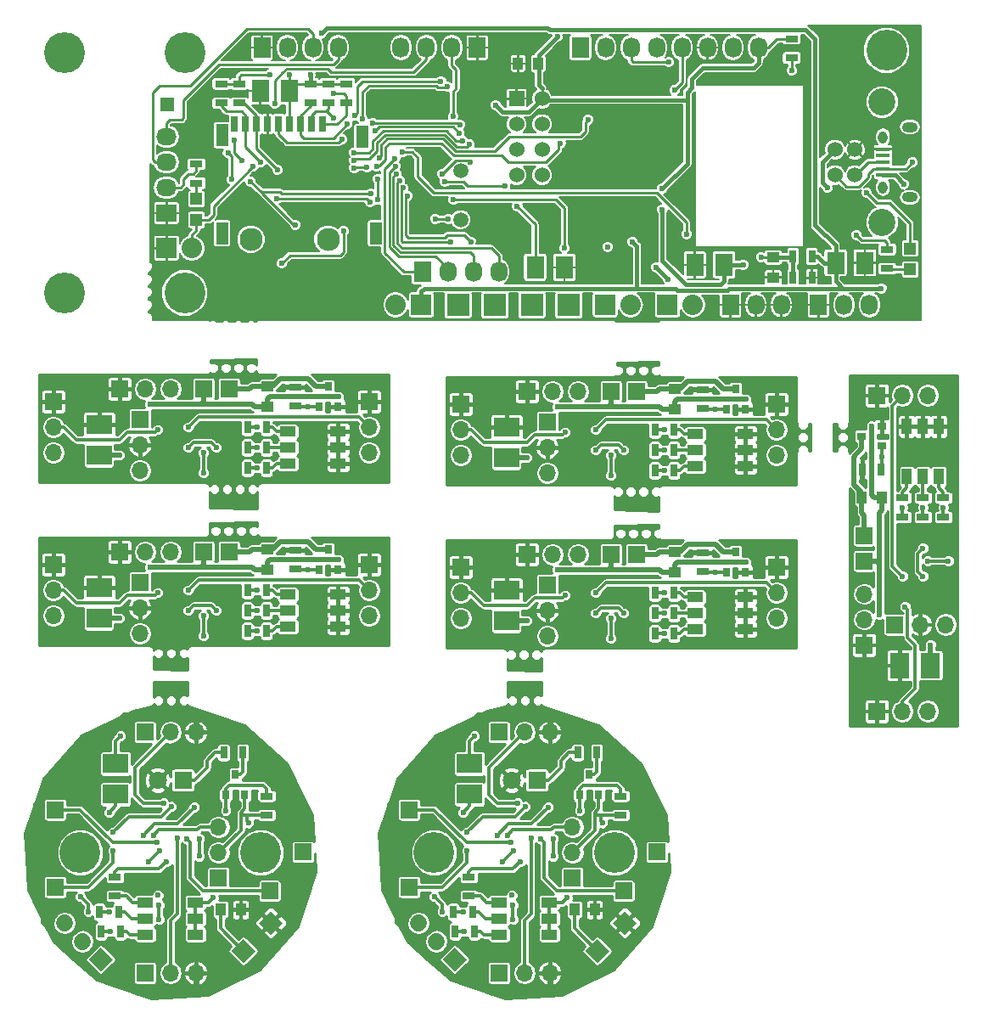
<source format=gtl>
G04 #@! TF.FileFunction,Copper,L1,Top,Signal*
%FSLAX46Y46*%
G04 Gerber Fmt 4.6, Leading zero omitted, Abs format (unit mm)*
G04 Created by KiCad (PCBNEW 4.0.5) date Wed Mar  8 12:44:23 2017*
%MOMM*%
%LPD*%
G01*
G04 APERTURE LIST*
%ADD10C,0.100000*%
%ADD11R,2.500000X1.950000*%
%ADD12R,1.000000X1.250000*%
%ADD13R,1.800000X1.800000*%
%ADD14C,1.800000*%
%ADD15R,1.700000X1.700000*%
%ADD16O,1.700000X1.700000*%
%ADD17C,1.700000*%
%ADD18R,0.800000X0.900000*%
%ADD19R,1.300000X0.700000*%
%ADD20R,0.700000X1.300000*%
%ADD21R,1.600000X1.000000*%
%ADD22C,4.064000*%
%ADD23R,1.250000X1.000000*%
%ADD24R,1.950000X2.500000*%
%ADD25R,0.900000X0.800000*%
%ADD26R,1.000000X1.600000*%
%ADD27R,1.524000X1.524000*%
%ADD28C,1.524000*%
%ADD29C,2.700020*%
%ADD30R,0.660400X1.574800*%
%ADD31R,1.168400X2.184400*%
%ADD32C,2.300000*%
%ADD33R,1.800000X2.230000*%
%ADD34R,1.198880X1.198880*%
%ADD35R,1.727200X2.032000*%
%ADD36O,1.727200X2.032000*%
%ADD37R,2.032000X2.032000*%
%ADD38O,2.032000X2.032000*%
%ADD39R,2.235200X2.235200*%
%ADD40R,2.032000X1.727200*%
%ADD41O,2.032000X1.727200*%
%ADD42C,1.501140*%
%ADD43R,1.350000X0.400000*%
%ADD44O,0.950000X1.250000*%
%ADD45O,1.550000X1.000000*%
%ADD46R,1.350000X1.350000*%
%ADD47C,0.600000*%
%ADD48C,0.350000*%
%ADD49C,0.500000*%
%ADD50C,0.300000*%
%ADD51C,0.250000*%
%ADD52C,0.254000*%
%ADD53C,0.400000*%
%ADD54C,0.600000*%
%ADD55C,0.200000*%
G04 APERTURE END LIST*
D10*
D11*
X66916300Y-97943400D03*
X66916300Y-94893400D03*
D12*
X79397100Y-109448600D03*
X77397100Y-109448600D03*
D13*
X73660000Y-96545400D03*
D14*
X71120000Y-96545400D03*
D15*
X69850000Y-91759000D03*
D16*
X72390000Y-91759000D03*
X74930000Y-91759000D03*
D15*
X69850000Y-115759000D03*
D16*
X72390000Y-115759000D03*
X74930000Y-115759000D03*
D10*
G36*
X65430400Y-113199518D02*
X66632482Y-114401600D01*
X65430400Y-115603682D01*
X64228318Y-114401600D01*
X65430400Y-113199518D01*
X65430400Y-113199518D01*
G37*
D17*
X63634349Y-112605549D02*
X63634349Y-112605549D01*
X61838298Y-110809498D02*
X61838298Y-110809498D01*
D15*
X60909200Y-99479100D03*
X60909200Y-107200700D03*
X82283300Y-107594400D03*
X85623400Y-103708200D03*
D10*
G36*
X82423000Y-111971482D02*
X81220918Y-110769400D01*
X82423000Y-109567318D01*
X83625082Y-110769400D01*
X82423000Y-111971482D01*
X82423000Y-111971482D01*
G37*
G36*
X79654400Y-114778182D02*
X78452318Y-113576100D01*
X79654400Y-112374018D01*
X80856482Y-113576100D01*
X79654400Y-114778182D01*
X79654400Y-114778182D01*
G37*
D18*
X77917000Y-97989900D03*
X79817000Y-97989900D03*
X78867000Y-95989900D03*
D19*
X66852800Y-108099900D03*
X66852800Y-106199900D03*
D20*
X67231300Y-109677200D03*
X65331300Y-109677200D03*
X67396400Y-111620300D03*
X65496400Y-111620300D03*
D19*
X81981040Y-98130320D03*
X81981040Y-100030320D03*
D20*
X77703640Y-93771720D03*
X79603640Y-93771720D03*
D15*
X77190600Y-106299000D03*
D16*
X77190600Y-103759000D03*
X77190600Y-101219000D03*
D21*
X69890000Y-108750300D03*
X69890000Y-110350300D03*
X69890000Y-111950300D03*
X74890000Y-108750300D03*
X74890000Y-110350300D03*
X74890000Y-111950300D03*
D22*
X81390000Y-103759000D03*
X63390000Y-103759000D03*
X28084000Y-103759000D03*
X46084000Y-103759000D03*
D21*
X34584000Y-108750300D03*
X34584000Y-110350300D03*
X34584000Y-111950300D03*
X39584000Y-108750300D03*
X39584000Y-110350300D03*
X39584000Y-111950300D03*
D15*
X41884600Y-106299000D03*
D16*
X41884600Y-103759000D03*
X41884600Y-101219000D03*
D20*
X42397640Y-93771720D03*
X44297640Y-93771720D03*
D19*
X46675040Y-98130320D03*
X46675040Y-100030320D03*
D20*
X32090400Y-111620300D03*
X30190400Y-111620300D03*
X31925300Y-109677200D03*
X30025300Y-109677200D03*
D19*
X31546800Y-108099900D03*
X31546800Y-106199900D03*
D18*
X42611000Y-97989900D03*
X44511000Y-97989900D03*
X43561000Y-95989900D03*
D10*
G36*
X44348400Y-114778182D02*
X43146318Y-113576100D01*
X44348400Y-112374018D01*
X45550482Y-113576100D01*
X44348400Y-114778182D01*
X44348400Y-114778182D01*
G37*
G36*
X47117000Y-111971482D02*
X45914918Y-110769400D01*
X47117000Y-109567318D01*
X48319082Y-110769400D01*
X47117000Y-111971482D01*
X47117000Y-111971482D01*
G37*
D15*
X50317400Y-103708200D03*
X46977300Y-107594400D03*
X25603200Y-107200700D03*
X25603200Y-99479100D03*
D10*
G36*
X30124400Y-113199518D02*
X31326482Y-114401600D01*
X30124400Y-115603682D01*
X28922318Y-114401600D01*
X30124400Y-113199518D01*
X30124400Y-113199518D01*
G37*
D17*
X28328349Y-112605549D02*
X28328349Y-112605549D01*
X26532298Y-110809498D02*
X26532298Y-110809498D01*
D15*
X34544000Y-115759000D03*
D16*
X37084000Y-115759000D03*
X39624000Y-115759000D03*
D15*
X34544000Y-91759000D03*
D16*
X37084000Y-91759000D03*
X39624000Y-91759000D03*
D13*
X38354000Y-96545400D03*
D14*
X35814000Y-96545400D03*
D12*
X44091100Y-109448600D03*
X42091100Y-109448600D03*
D11*
X31610300Y-97943400D03*
X31610300Y-94893400D03*
D20*
X46670000Y-81661000D03*
X44770000Y-81661000D03*
D11*
X29972000Y-80392000D03*
X29972000Y-77342000D03*
D23*
X46736000Y-75549000D03*
X46736000Y-73549000D03*
D15*
X25400000Y-75057000D03*
D16*
X25400000Y-77597000D03*
X25400000Y-80137000D03*
D15*
X56896000Y-75057000D03*
D16*
X56896000Y-77597000D03*
X56896000Y-80137000D03*
D15*
X32004000Y-73787000D03*
D16*
X34544000Y-73787000D03*
X37084000Y-73787000D03*
D15*
X40386000Y-73787000D03*
X42926000Y-73787000D03*
D18*
X51882000Y-75549000D03*
X53782000Y-75549000D03*
X52832000Y-73549000D03*
D20*
X46670000Y-77597000D03*
X44770000Y-77597000D03*
X46670000Y-79629000D03*
X44770000Y-79629000D03*
D15*
X34036000Y-76835000D03*
D16*
X34036000Y-79375000D03*
X34036000Y-81915000D03*
D21*
X48808000Y-78029000D03*
X48808000Y-79629000D03*
X48808000Y-81229000D03*
X53808000Y-78029000D03*
X53808000Y-79629000D03*
X53808000Y-81229000D03*
D19*
X49530000Y-75499000D03*
X49530000Y-73599000D03*
X90170000Y-75753000D03*
X90170000Y-73853000D03*
D21*
X89448000Y-78283000D03*
X89448000Y-79883000D03*
X89448000Y-81483000D03*
X94448000Y-78283000D03*
X94448000Y-79883000D03*
X94448000Y-81483000D03*
D15*
X74676000Y-77089000D03*
D16*
X74676000Y-79629000D03*
X74676000Y-82169000D03*
D20*
X87310000Y-79883000D03*
X85410000Y-79883000D03*
X87310000Y-77851000D03*
X85410000Y-77851000D03*
D18*
X92522000Y-75803000D03*
X94422000Y-75803000D03*
X93472000Y-73803000D03*
D15*
X83566000Y-74041000D03*
X81026000Y-74041000D03*
X72644000Y-74041000D03*
D16*
X75184000Y-74041000D03*
X77724000Y-74041000D03*
D15*
X97536000Y-75311000D03*
D16*
X97536000Y-77851000D03*
X97536000Y-80391000D03*
D15*
X66040000Y-75311000D03*
D16*
X66040000Y-77851000D03*
X66040000Y-80391000D03*
D23*
X87376000Y-75803000D03*
X87376000Y-73803000D03*
D11*
X70612000Y-80646000D03*
X70612000Y-77596000D03*
D20*
X87310000Y-81915000D03*
X85410000Y-81915000D03*
D19*
X114173000Y-68392000D03*
X114173000Y-70292000D03*
D24*
X112904000Y-85090000D03*
X109854000Y-85090000D03*
D12*
X108061000Y-68326000D03*
X106061000Y-68326000D03*
D15*
X107569000Y-89662000D03*
D16*
X110109000Y-89662000D03*
X112649000Y-89662000D03*
D15*
X107569000Y-58166000D03*
D16*
X110109000Y-58166000D03*
X112649000Y-58166000D03*
D15*
X106299000Y-83058000D03*
D16*
X106299000Y-80518000D03*
X106299000Y-77978000D03*
D15*
X106299000Y-74676000D03*
X106299000Y-72136000D03*
D25*
X108061000Y-63180000D03*
X108061000Y-61280000D03*
X106061000Y-62230000D03*
D19*
X110109000Y-68392000D03*
X110109000Y-70292000D03*
X112141000Y-68392000D03*
X112141000Y-70292000D03*
D15*
X109347000Y-81026000D03*
D16*
X111887000Y-81026000D03*
X114427000Y-81026000D03*
D26*
X110541000Y-66254000D03*
X112141000Y-66254000D03*
X113741000Y-66254000D03*
X110541000Y-61254000D03*
X112141000Y-61254000D03*
X113741000Y-61254000D03*
D20*
X108011000Y-65532000D03*
X106111000Y-65532000D03*
D19*
X90170000Y-59497000D03*
X90170000Y-57597000D03*
D21*
X89448000Y-62027000D03*
X89448000Y-63627000D03*
X89448000Y-65227000D03*
X94448000Y-62027000D03*
X94448000Y-63627000D03*
X94448000Y-65227000D03*
D15*
X74676000Y-60833000D03*
D16*
X74676000Y-63373000D03*
X74676000Y-65913000D03*
D20*
X87310000Y-63627000D03*
X85410000Y-63627000D03*
X87310000Y-61595000D03*
X85410000Y-61595000D03*
D18*
X92522000Y-59547000D03*
X94422000Y-59547000D03*
X93472000Y-57547000D03*
D15*
X83566000Y-57785000D03*
X81026000Y-57785000D03*
X72644000Y-57785000D03*
D16*
X75184000Y-57785000D03*
X77724000Y-57785000D03*
D15*
X97536000Y-59055000D03*
D16*
X97536000Y-61595000D03*
X97536000Y-64135000D03*
D15*
X66040000Y-59055000D03*
D16*
X66040000Y-61595000D03*
X66040000Y-64135000D03*
D23*
X87376000Y-59547000D03*
X87376000Y-57547000D03*
D11*
X70612000Y-64390000D03*
X70612000Y-61340000D03*
D20*
X87310000Y-65659000D03*
X85410000Y-65659000D03*
D27*
X71628000Y-28575000D03*
D28*
X74168000Y-28575000D03*
X71628000Y-31115000D03*
X74168000Y-31115000D03*
X71628000Y-33655000D03*
X74168000Y-33655000D03*
X71628000Y-36195000D03*
X74168000Y-36195000D03*
X103378000Y-36195000D03*
X103378000Y-33655000D03*
X105376980Y-33655000D03*
X105376980Y-36195000D03*
D29*
X108077000Y-40924480D03*
X108077000Y-28925520D03*
D30*
X52273200Y-31115000D03*
X51181000Y-31115000D03*
X50088800Y-31115000D03*
X48971200Y-31115000D03*
X47879000Y-31115000D03*
X46786800Y-31115000D03*
X45669200Y-31115000D03*
X44577000Y-31115000D03*
X43484800Y-31115000D03*
D31*
X42238000Y-42015000D03*
X57588000Y-42015000D03*
X42238000Y-32215000D03*
X56238000Y-32385000D03*
D32*
X45123100Y-42615000D03*
X52819300Y-42615000D03*
D33*
X46038000Y-27813000D03*
X48958000Y-27813000D03*
D12*
X73771000Y-25082500D03*
X71771000Y-25082500D03*
D23*
X97218500Y-44402500D03*
X97218500Y-46402500D03*
D33*
X106362000Y-44958000D03*
X103442000Y-44958000D03*
X89408500Y-45148500D03*
X92328500Y-45148500D03*
X76390000Y-45402500D03*
X73470000Y-45402500D03*
D34*
X110871000Y-43527980D03*
X110871000Y-45626020D03*
X39687500Y-38574980D03*
X39687500Y-40673020D03*
D35*
X67691000Y-23495000D03*
D36*
X65151000Y-23495000D03*
X62611000Y-23495000D03*
X60071000Y-23495000D03*
D35*
X101727000Y-49149000D03*
D36*
X104267000Y-49149000D03*
X106807000Y-49149000D03*
D35*
X62230000Y-45847000D03*
D36*
X64770000Y-45847000D03*
X67310000Y-45847000D03*
X69850000Y-45847000D03*
D37*
X36703000Y-43497500D03*
D38*
X39243000Y-43497500D03*
D39*
X65786000Y-49149000D03*
X69469000Y-49149000D03*
D35*
X77978000Y-23495000D03*
D36*
X80518000Y-23495000D03*
X83058000Y-23495000D03*
X85598000Y-23495000D03*
X88138000Y-23495000D03*
X90678000Y-23495000D03*
X93218000Y-23495000D03*
X95758000Y-23495000D03*
D37*
X80454500Y-49149000D03*
D38*
X82994500Y-49149000D03*
D37*
X86677500Y-49149000D03*
D38*
X89217500Y-49149000D03*
D40*
X36703000Y-40005000D03*
D41*
X36703000Y-37465000D03*
X36703000Y-34925000D03*
X36703000Y-32385000D03*
D35*
X46228000Y-23495000D03*
D36*
X48768000Y-23495000D03*
X51308000Y-23495000D03*
X53848000Y-23495000D03*
D39*
X76835000Y-49149000D03*
X73152000Y-49149000D03*
D37*
X62103000Y-49149000D03*
D38*
X59563000Y-49149000D03*
D19*
X42164000Y-27117000D03*
X42164000Y-29017000D03*
X43942000Y-27117000D03*
X43942000Y-29017000D03*
X51054000Y-27117000D03*
X51054000Y-29017000D03*
X52832000Y-27117000D03*
X52832000Y-29017000D03*
X54610000Y-27117000D03*
X54610000Y-29017000D03*
D20*
X99189500Y-46418500D03*
X101089500Y-46418500D03*
X101089500Y-44323000D03*
X99189500Y-44323000D03*
D19*
X99060000Y-24508500D03*
X99060000Y-22608500D03*
X108585000Y-43627000D03*
X108585000Y-45527000D03*
X39687500Y-35118000D03*
X39687500Y-37018000D03*
D42*
X66040000Y-40667940D03*
X66040000Y-35786060D03*
D43*
X108165460Y-36225900D03*
X108165460Y-35575900D03*
X108165460Y-34925900D03*
X108165460Y-34275900D03*
X108165460Y-33625900D03*
D44*
X108165460Y-37425900D03*
X108165460Y-32425900D03*
D45*
X110865460Y-38425900D03*
X110865460Y-31425900D03*
D35*
X92964000Y-49149000D03*
D36*
X95504000Y-49149000D03*
X98044000Y-49149000D03*
D22*
X108528000Y-23749000D03*
X38533000Y-23955000D03*
X38533000Y-47955000D03*
D46*
X36728400Y-29133800D03*
D22*
X26533000Y-23955000D03*
X26533000Y-47955000D03*
D20*
X46670000Y-65405000D03*
X44770000Y-65405000D03*
D11*
X29972000Y-64136000D03*
X29972000Y-61086000D03*
D23*
X46736000Y-59293000D03*
X46736000Y-57293000D03*
D15*
X25400000Y-58801000D03*
D16*
X25400000Y-61341000D03*
X25400000Y-63881000D03*
D15*
X56896000Y-58801000D03*
D16*
X56896000Y-61341000D03*
X56896000Y-63881000D03*
D15*
X32004000Y-57531000D03*
D16*
X34544000Y-57531000D03*
X37084000Y-57531000D03*
D15*
X40386000Y-57531000D03*
X42926000Y-57531000D03*
D18*
X51882000Y-59293000D03*
X53782000Y-59293000D03*
X52832000Y-57293000D03*
D20*
X46670000Y-61341000D03*
X44770000Y-61341000D03*
X46670000Y-63373000D03*
X44770000Y-63373000D03*
D15*
X34036000Y-60579000D03*
D16*
X34036000Y-63119000D03*
X34036000Y-65659000D03*
D21*
X48808000Y-61773000D03*
X48808000Y-63373000D03*
X48808000Y-64973000D03*
X53808000Y-61773000D03*
X53808000Y-63373000D03*
X53808000Y-64973000D03*
D19*
X49530000Y-59243000D03*
X49530000Y-57343000D03*
D47*
X80708500Y-43370500D03*
X80203040Y-100799900D03*
X67406520Y-92130880D03*
X71158100Y-108026200D03*
X76669900Y-108280200D03*
X41363900Y-108280200D03*
X35852100Y-108026200D03*
X32100520Y-92130880D03*
X44897040Y-100799900D03*
X48260000Y-73787000D03*
X28702000Y-75057000D03*
X27178000Y-82423000D03*
X24638000Y-82423000D03*
X51054000Y-81915000D03*
X45974000Y-82931000D03*
X51054000Y-78867000D03*
X57150000Y-82677000D03*
X97790000Y-82931000D03*
X91694000Y-79121000D03*
X86614000Y-83185000D03*
X91694000Y-82169000D03*
X65278000Y-82677000D03*
X67818000Y-82677000D03*
X69342000Y-75311000D03*
X88900000Y-74041000D03*
X106299000Y-66802000D03*
X107569000Y-86360000D03*
X114935000Y-87884000D03*
X114935000Y-90424000D03*
X114427000Y-64008000D03*
X115443000Y-69088000D03*
X111379000Y-64008000D03*
X115189000Y-57912000D03*
X97790000Y-66675000D03*
X91694000Y-62865000D03*
X86614000Y-66929000D03*
X91694000Y-65913000D03*
X65278000Y-66421000D03*
X67818000Y-66421000D03*
X69342000Y-59055000D03*
X88900000Y-57785000D03*
X76047600Y-29489400D03*
X85090000Y-29489400D03*
X88188800Y-38379400D03*
X83616800Y-33553400D03*
X85648800Y-33553400D03*
X67970400Y-31165800D03*
X63246000Y-27876500D03*
X62674500Y-29527500D03*
X52070000Y-35877500D03*
X48768000Y-36766500D03*
X47180500Y-33337500D03*
X75438000Y-24257000D03*
X76835000Y-36258500D03*
X41846500Y-37020500D03*
X44513500Y-38925500D03*
X41783000Y-44196000D03*
X42608500Y-49784000D03*
X72961500Y-37274500D03*
X71120000Y-41338500D03*
X74866500Y-41465500D03*
X80645000Y-37020500D03*
X100139500Y-46418500D03*
X108458000Y-46672500D03*
X101473000Y-42481500D03*
X104521000Y-41783000D03*
X105918000Y-26797000D03*
X103314500Y-30797500D03*
X103251000Y-24955500D03*
X105156000Y-22542500D03*
X111252000Y-27813000D03*
X111315500Y-32639000D03*
X109156500Y-32766000D03*
X60769500Y-36830000D03*
X58356500Y-27940000D03*
X61468000Y-40068500D03*
X63055500Y-36449000D03*
X48260000Y-57531000D03*
X28702000Y-58801000D03*
X27178000Y-66167000D03*
X24638000Y-66167000D03*
X51054000Y-65659000D03*
X45974000Y-66675000D03*
X51054000Y-62611000D03*
X57150000Y-66421000D03*
X70688200Y-102031800D03*
X66278760Y-99771200D03*
X30972760Y-99771200D03*
X35382200Y-102031800D03*
X41656000Y-79629000D03*
X38862000Y-79629000D03*
X32004000Y-80391000D03*
X72644000Y-80645000D03*
X79502000Y-79883000D03*
X82296000Y-79883000D03*
X112141000Y-73406000D03*
X112141000Y-76200000D03*
X112903000Y-83058000D03*
X72644000Y-64389000D03*
X79502000Y-63627000D03*
X82296000Y-63627000D03*
X45085000Y-36830000D03*
X57086500Y-38036500D03*
X49530000Y-41148000D03*
X51054000Y-26225500D03*
X75692000Y-22415500D03*
X48958500Y-26225500D03*
X46990000Y-26225500D03*
X69532500Y-29210000D03*
X86169500Y-37528500D03*
X86169500Y-39624000D03*
X94234000Y-45148500D03*
X41656000Y-63373000D03*
X38862000Y-63373000D03*
X32004000Y-64135000D03*
X88582500Y-42100500D03*
X96012000Y-44386500D03*
X60261500Y-33909000D03*
X53848000Y-74549000D03*
X35052000Y-75311000D03*
X75692000Y-75565000D03*
X94488000Y-74803000D03*
X107061000Y-61214000D03*
X107823000Y-80010000D03*
X75692000Y-59309000D03*
X94488000Y-58547000D03*
X108013500Y-47498000D03*
X83185000Y-42862500D03*
X52197000Y-22034500D03*
X53848000Y-58293000D03*
X35052000Y-59055000D03*
X71691500Y-39306500D03*
X70485000Y-37274500D03*
X64452500Y-36830000D03*
X106553000Y-37973000D03*
X102616000Y-37465000D03*
X110236000Y-37084000D03*
X45339000Y-35369500D03*
X53340000Y-28067000D03*
X53340000Y-30480000D03*
X54737000Y-31115000D03*
X54229000Y-32639000D03*
X47752000Y-35687000D03*
X46101000Y-34925000D03*
X64198500Y-36068000D03*
X66992500Y-34925000D03*
X65278000Y-30353000D03*
X47498000Y-29083000D03*
X40386000Y-80137000D03*
X40386000Y-82169000D03*
X81026000Y-82423000D03*
X81026000Y-80391000D03*
X112649000Y-74676000D03*
X114681000Y-74676000D03*
X81026000Y-66167000D03*
X81026000Y-64135000D03*
X40386000Y-63881000D03*
X40386000Y-65913000D03*
X65976500Y-31178500D03*
X57277000Y-30988000D03*
X65913000Y-32004000D03*
X57531000Y-31750000D03*
X56705500Y-35433000D03*
X55435500Y-35496500D03*
X55372000Y-33972500D03*
X66230500Y-32766000D03*
X66929000Y-33147000D03*
X55435500Y-34734500D03*
X64706500Y-27368500D03*
X56261000Y-30607000D03*
X111125000Y-34925000D03*
X99060000Y-25781000D03*
X64071500Y-26860500D03*
X55499000Y-30289500D03*
X59499500Y-34544000D03*
X59563000Y-35306000D03*
X59626500Y-36068000D03*
X59944000Y-36766500D03*
X60325000Y-37465000D03*
X65024000Y-42862500D03*
X60706000Y-38290500D03*
X67056000Y-42862500D03*
X86804500Y-24955500D03*
X57658000Y-35369500D03*
X87376000Y-27749500D03*
X76009500Y-33020000D03*
X86741000Y-46609000D03*
X85534500Y-45402500D03*
X43180000Y-36652200D03*
X42824400Y-34010600D03*
X44196000Y-34721800D03*
X47650400Y-38531800D03*
X56997600Y-38887400D03*
X43484800Y-32689800D03*
X64833500Y-40576500D03*
X63500000Y-40576500D03*
X65341500Y-38671500D03*
X76390500Y-43497500D03*
X54356000Y-41783000D03*
X48196500Y-45021500D03*
X105537000Y-42164000D03*
X78740000Y-30670500D03*
X57912000Y-34480500D03*
X57785000Y-36576000D03*
X57785000Y-38671500D03*
X71721980Y-98816160D03*
X73050400Y-102275640D03*
X37744400Y-102275640D03*
X36415980Y-98816160D03*
X38862000Y-77597000D03*
X35814000Y-77851000D03*
X76454000Y-78105000D03*
X79502000Y-77851000D03*
X110109000Y-76200000D03*
X110363000Y-79248000D03*
X76454000Y-61849000D03*
X79502000Y-61595000D03*
X38862000Y-61341000D03*
X35814000Y-61595000D03*
X64198500Y-109651800D03*
X63411100Y-108153200D03*
X28105100Y-108153200D03*
X28892500Y-109651800D03*
X71094600Y-102730300D03*
X35788600Y-102730300D03*
X72476360Y-99161600D03*
X66669920Y-101752400D03*
X66669920Y-103565960D03*
X31363920Y-103565960D03*
X31363920Y-101752400D03*
X37170360Y-99161600D03*
X73990200Y-102387400D03*
X38684200Y-102387400D03*
X69677280Y-102041960D03*
X74772520Y-99227640D03*
X39466520Y-99227640D03*
X34371280Y-102041960D03*
X50800000Y-75565000D03*
X91440000Y-75819000D03*
X108077000Y-64262000D03*
X91440000Y-59563000D03*
X50800000Y-59309000D03*
X77914500Y-99568000D03*
X71335900Y-103543100D03*
X70243700Y-104648000D03*
X34937700Y-104648000D03*
X36029900Y-103543100D03*
X42608500Y-99568000D03*
X72009000Y-104642920D03*
X36703000Y-104642920D03*
X45720000Y-77597000D03*
X86360000Y-77851000D03*
X110109000Y-69342000D03*
X86360000Y-61595000D03*
X45720000Y-61341000D03*
X66306700Y-109677200D03*
X31000700Y-109677200D03*
X45720000Y-79629000D03*
X86360000Y-79883000D03*
X112141000Y-69342000D03*
X86360000Y-63627000D03*
X45720000Y-63373000D03*
X71259700Y-108991400D03*
X71259700Y-110413800D03*
X66421000Y-111620300D03*
X31115000Y-111620300D03*
X35953700Y-110413800D03*
X35953700Y-108991400D03*
X45720000Y-81661000D03*
X86360000Y-81915000D03*
X114173000Y-69342000D03*
X86360000Y-65659000D03*
X45720000Y-65405000D03*
X75260200Y-104114600D03*
X75260200Y-102362000D03*
X39954200Y-102362000D03*
X39954200Y-104114600D03*
D48*
X80053180Y-100650040D02*
X80203040Y-100799900D01*
X80053180Y-100030320D02*
X80053180Y-100650040D01*
X80053180Y-100030320D02*
X79659520Y-100030320D01*
X79659520Y-100030320D02*
X79413100Y-99783900D01*
X81981040Y-100030320D02*
X80053180Y-100030320D01*
X66916300Y-92621100D02*
X67406520Y-92130880D01*
X66916300Y-94893400D02*
X66916300Y-92621100D01*
X76199800Y-108750300D02*
X74890000Y-108750300D01*
X76199800Y-108750300D02*
X76669900Y-108280200D01*
X77190600Y-103759000D02*
X79413100Y-101536500D01*
X79817000Y-99380000D02*
X79817000Y-98447100D01*
X79413100Y-99783900D02*
X79817000Y-99380000D01*
X79413100Y-101536500D02*
X79413100Y-99783900D01*
X74890000Y-110350300D02*
X74890000Y-108750300D01*
X74890000Y-111950300D02*
X74890000Y-110350300D01*
X39584000Y-111950300D02*
X39584000Y-110350300D01*
X39584000Y-110350300D02*
X39584000Y-108750300D01*
X44107100Y-101536500D02*
X44107100Y-99783900D01*
X44107100Y-99783900D02*
X44511000Y-99380000D01*
X44511000Y-99380000D02*
X44511000Y-98447100D01*
X41884600Y-103759000D02*
X44107100Y-101536500D01*
X40893800Y-108750300D02*
X41363900Y-108280200D01*
X40893800Y-108750300D02*
X39584000Y-108750300D01*
X31610300Y-94893400D02*
X31610300Y-92621100D01*
X31610300Y-92621100D02*
X32100520Y-92130880D01*
X46675040Y-100030320D02*
X44747180Y-100030320D01*
X44353520Y-100030320D02*
X44107100Y-99783900D01*
X44747180Y-100030320D02*
X44353520Y-100030320D01*
X44747180Y-100030320D02*
X44747180Y-100650040D01*
X44747180Y-100650040D02*
X44897040Y-100799900D01*
D49*
X49530000Y-73599000D02*
X48448000Y-73599000D01*
X48448000Y-73599000D02*
X48260000Y-73787000D01*
D50*
X51054000Y-81915000D02*
X50800000Y-81915000D01*
X49784000Y-82931000D02*
X45974000Y-82931000D01*
X50800000Y-81915000D02*
X49784000Y-82931000D01*
X51054000Y-81915000D02*
X52070000Y-82931000D01*
X53808000Y-78029000D02*
X51892000Y-78029000D01*
X51892000Y-78029000D02*
X51054000Y-78867000D01*
X51054000Y-81915000D02*
X51054000Y-78867000D01*
X56896000Y-82931000D02*
X57150000Y-82677000D01*
X52070000Y-82931000D02*
X56896000Y-82931000D01*
X92710000Y-83185000D02*
X97536000Y-83185000D01*
X97536000Y-83185000D02*
X97790000Y-82931000D01*
X91694000Y-82169000D02*
X91694000Y-79121000D01*
X92532000Y-78283000D02*
X91694000Y-79121000D01*
X94448000Y-78283000D02*
X92532000Y-78283000D01*
X91694000Y-82169000D02*
X92710000Y-83185000D01*
X91440000Y-82169000D02*
X90424000Y-83185000D01*
X90424000Y-83185000D02*
X86614000Y-83185000D01*
X91694000Y-82169000D02*
X91440000Y-82169000D01*
D49*
X89088000Y-73853000D02*
X88900000Y-74041000D01*
X90170000Y-73853000D02*
X89088000Y-73853000D01*
X106111000Y-65532000D02*
X106111000Y-66614000D01*
X106111000Y-66614000D02*
X106299000Y-66802000D01*
D50*
X114427000Y-64008000D02*
X114427000Y-64262000D01*
X115443000Y-65278000D02*
X115443000Y-69088000D01*
X114427000Y-64262000D02*
X115443000Y-65278000D01*
X114427000Y-64008000D02*
X115443000Y-62992000D01*
X110541000Y-61254000D02*
X110541000Y-63170000D01*
X110541000Y-63170000D02*
X111379000Y-64008000D01*
X114427000Y-64008000D02*
X111379000Y-64008000D01*
X115443000Y-58166000D02*
X115189000Y-57912000D01*
X115443000Y-62992000D02*
X115443000Y-58166000D01*
X92710000Y-66929000D02*
X97536000Y-66929000D01*
X97536000Y-66929000D02*
X97790000Y-66675000D01*
X91694000Y-65913000D02*
X91694000Y-62865000D01*
X92532000Y-62027000D02*
X91694000Y-62865000D01*
X94448000Y-62027000D02*
X92532000Y-62027000D01*
X91694000Y-65913000D02*
X92710000Y-66929000D01*
X91440000Y-65913000D02*
X90424000Y-66929000D01*
X90424000Y-66929000D02*
X86614000Y-66929000D01*
X91694000Y-65913000D02*
X91440000Y-65913000D01*
D49*
X89088000Y-57597000D02*
X88900000Y-57785000D01*
X90170000Y-57597000D02*
X89088000Y-57597000D01*
D51*
X85090000Y-29489400D02*
X76047600Y-29489400D01*
X85648800Y-33553400D02*
X83616800Y-33553400D01*
X71628000Y-28575000D02*
X70167500Y-28575000D01*
X67970400Y-29121100D02*
X67970400Y-31165800D01*
X68897500Y-28194000D02*
X67970400Y-29121100D01*
X69786500Y-28194000D02*
X68897500Y-28194000D01*
X70167500Y-28575000D02*
X69786500Y-28194000D01*
X63246000Y-27876500D02*
X63246000Y-28956000D01*
X63246000Y-28956000D02*
X62674500Y-29527500D01*
X48768000Y-35941000D02*
X52006500Y-35941000D01*
X52006500Y-35941000D02*
X52070000Y-35877500D01*
X47625000Y-33337500D02*
X48768000Y-34480500D01*
X48768000Y-34480500D02*
X48768000Y-35941000D01*
X48768000Y-35941000D02*
X48768000Y-36766500D01*
X46786800Y-31115000D02*
X46786800Y-32943800D01*
X46786800Y-32943800D02*
X47180500Y-33337500D01*
X47180500Y-33337500D02*
X47625000Y-33337500D01*
X71120000Y-41338500D02*
X71120000Y-41275000D01*
X101089500Y-46418500D02*
X100139500Y-46418500D01*
X105918000Y-26797000D02*
X105918000Y-28194000D01*
X105918000Y-28194000D02*
X103314500Y-30797500D01*
X36703000Y-40005000D02*
X36703000Y-43497500D01*
D49*
X49530000Y-57343000D02*
X48448000Y-57343000D01*
X48448000Y-57343000D02*
X48260000Y-57531000D01*
D50*
X51054000Y-65659000D02*
X50800000Y-65659000D01*
X49784000Y-66675000D02*
X45974000Y-66675000D01*
X50800000Y-65659000D02*
X49784000Y-66675000D01*
X51054000Y-65659000D02*
X52070000Y-66675000D01*
X53808000Y-61773000D02*
X51892000Y-61773000D01*
X51892000Y-61773000D02*
X51054000Y-62611000D01*
X51054000Y-65659000D02*
X51054000Y-62611000D01*
X56896000Y-66675000D02*
X57150000Y-66421000D01*
X52070000Y-66675000D02*
X56896000Y-66675000D01*
D48*
X75349100Y-101219000D02*
X77190600Y-101219000D01*
X75072240Y-101495860D02*
X75349100Y-101219000D01*
X71224140Y-101495860D02*
X75072240Y-101495860D01*
X70688200Y-102031800D02*
X71224140Y-101495860D01*
X66916300Y-97943400D02*
X66916300Y-99133660D01*
X66916300Y-99133660D02*
X66278760Y-99771200D01*
X31610300Y-99133660D02*
X30972760Y-99771200D01*
X31610300Y-97943400D02*
X31610300Y-99133660D01*
X35382200Y-102031800D02*
X35918140Y-101495860D01*
X35918140Y-101495860D02*
X39766240Y-101495860D01*
X39766240Y-101495860D02*
X40043100Y-101219000D01*
X40043100Y-101219000D02*
X41884600Y-101219000D01*
D50*
X41148000Y-79121000D02*
X41656000Y-79629000D01*
X39370000Y-79121000D02*
X41148000Y-79121000D01*
X38862000Y-79629000D02*
X39370000Y-79121000D01*
D49*
X29972000Y-80392000D02*
X32003000Y-80392000D01*
X32003000Y-80392000D02*
X32004000Y-80391000D01*
X72643000Y-80646000D02*
X72644000Y-80645000D01*
X70612000Y-80646000D02*
X72643000Y-80646000D01*
D50*
X79502000Y-79883000D02*
X80010000Y-79375000D01*
X80010000Y-79375000D02*
X81788000Y-79375000D01*
X81788000Y-79375000D02*
X82296000Y-79883000D01*
X111633000Y-73914000D02*
X112141000Y-73406000D01*
X111633000Y-75692000D02*
X111633000Y-73914000D01*
X112141000Y-76200000D02*
X111633000Y-75692000D01*
D49*
X112904000Y-85090000D02*
X112904000Y-83059000D01*
X112904000Y-83059000D02*
X112903000Y-83058000D01*
X72643000Y-64390000D02*
X72644000Y-64389000D01*
X70612000Y-64390000D02*
X72643000Y-64390000D01*
D50*
X79502000Y-63627000D02*
X80010000Y-63119000D01*
X80010000Y-63119000D02*
X81788000Y-63119000D01*
X81788000Y-63119000D02*
X82296000Y-63627000D01*
D51*
X45085000Y-36830000D02*
X46177200Y-37922200D01*
D52*
X57086500Y-38036500D02*
X48171100Y-38036500D01*
X48171100Y-38036500D02*
X48056800Y-37922200D01*
X48056800Y-37922200D02*
X46177200Y-37922200D01*
D51*
X74168000Y-28575000D02*
X74168000Y-27559000D01*
X74168000Y-27559000D02*
X73834500Y-27225500D01*
X73834500Y-27225500D02*
X73834500Y-25146000D01*
X73834500Y-25146000D02*
X73771000Y-25082500D01*
X73771000Y-25082500D02*
X73771000Y-24552400D01*
X73771000Y-24552400D02*
X73834500Y-24488900D01*
X73834500Y-24488900D02*
X73771000Y-25082500D01*
X46177200Y-37922200D02*
X46291500Y-38036500D01*
X46291500Y-38036500D02*
X49403000Y-41148000D01*
X49403000Y-41148000D02*
X49530000Y-41148000D01*
D53*
X73834500Y-26225500D02*
X73834500Y-24273000D01*
X51054000Y-26225500D02*
X51054000Y-27117000D01*
X73834500Y-24273000D02*
X75692000Y-22415500D01*
D51*
X48958000Y-27813000D02*
X48958000Y-26226000D01*
X48958000Y-26226000D02*
X48958500Y-26225500D01*
X43942000Y-26416000D02*
X43942000Y-27117000D01*
X46990000Y-26225500D02*
X44132500Y-26225500D01*
X44132500Y-26225500D02*
X43942000Y-26416000D01*
D53*
X72834500Y-29908500D02*
X74168000Y-28575000D01*
X70231000Y-29908500D02*
X72834500Y-29908500D01*
X69532500Y-29210000D02*
X70231000Y-29908500D01*
X73834500Y-27225500D02*
X73834500Y-26225500D01*
X74168000Y-27559000D02*
X73834500Y-27225500D01*
X88646000Y-28702000D02*
X74295000Y-28702000D01*
X74295000Y-28702000D02*
X74168000Y-28575000D01*
X92328500Y-45148500D02*
X92328500Y-46736500D01*
X95758000Y-25019000D02*
X95758000Y-23495000D01*
X95250000Y-25527000D02*
X95758000Y-25019000D01*
X90170000Y-25527000D02*
X95250000Y-25527000D01*
X89090500Y-26606500D02*
X90170000Y-25527000D01*
X89090500Y-27495500D02*
X89090500Y-26606500D01*
X88646000Y-27940000D02*
X89090500Y-27495500D01*
X88646000Y-35052000D02*
X88646000Y-28702000D01*
X88646000Y-28702000D02*
X88646000Y-27940000D01*
X86169500Y-37528500D02*
X88646000Y-35052000D01*
X86169500Y-44767500D02*
X86169500Y-39624000D01*
X88519000Y-47117000D02*
X86169500Y-44767500D01*
X91948000Y-47117000D02*
X88519000Y-47117000D01*
X92328500Y-46736500D02*
X91948000Y-47117000D01*
X94234000Y-45148500D02*
X92328500Y-45148500D01*
D51*
X95758000Y-23495000D02*
X96710500Y-23495000D01*
X96710500Y-23495000D02*
X97597000Y-22608500D01*
X97597000Y-22608500D02*
X99060000Y-22608500D01*
X48971200Y-31115000D02*
X48971200Y-27826200D01*
X48971200Y-27826200D02*
X48958000Y-27813000D01*
X51054000Y-27117000D02*
X49654000Y-27117000D01*
X49654000Y-27117000D02*
X48958000Y-27813000D01*
X42164000Y-27117000D02*
X43942000Y-27117000D01*
X52832000Y-27117000D02*
X51054000Y-27117000D01*
X54610000Y-27117000D02*
X52832000Y-27117000D01*
D50*
X41148000Y-62865000D02*
X41656000Y-63373000D01*
X39370000Y-62865000D02*
X41148000Y-62865000D01*
X38862000Y-63373000D02*
X39370000Y-62865000D01*
D49*
X29972000Y-64136000D02*
X32003000Y-64136000D01*
X32003000Y-64136000D02*
X32004000Y-64135000D01*
D51*
X61214000Y-33909000D02*
X61785500Y-34480500D01*
X61785500Y-34480500D02*
X61785500Y-36385500D01*
X61785500Y-36385500D02*
X63373000Y-37973000D01*
X63373000Y-37973000D02*
X85598000Y-37973000D01*
X85598000Y-37973000D02*
X88582500Y-40957500D01*
X88582500Y-40957500D02*
X88582500Y-42100500D01*
X96012000Y-44386500D02*
X96028000Y-44402500D01*
X97218500Y-44402500D02*
X96028000Y-44402500D01*
X60261500Y-33909000D02*
X61214000Y-33909000D01*
D53*
X97218500Y-44402500D02*
X99110000Y-44402500D01*
X99110000Y-44402500D02*
X99189500Y-44323000D01*
X99189500Y-44323000D02*
X99189500Y-46418500D01*
D48*
X74930000Y-115759000D02*
X80369640Y-115759000D01*
X83489800Y-111836200D02*
X82423000Y-110769400D01*
X83489800Y-112638840D02*
X83489800Y-111836200D01*
X80369640Y-115759000D02*
X83489800Y-112638840D01*
D54*
X74930000Y-115759000D02*
X74930000Y-116926360D01*
X74930000Y-90683080D02*
X74930000Y-91759000D01*
X74315320Y-90068400D02*
X74930000Y-90683080D01*
X67772280Y-90068400D02*
X74315320Y-90068400D01*
X58953400Y-98887280D02*
X67772280Y-90068400D01*
X58953400Y-108772960D02*
X58953400Y-98887280D01*
X59679840Y-109499400D02*
X58953400Y-108772960D01*
X59679840Y-110667800D02*
X59679840Y-109499400D01*
X65328800Y-116316760D02*
X59679840Y-110667800D01*
X67746880Y-116316760D02*
X65328800Y-116316760D01*
X69133720Y-117703600D02*
X67746880Y-116316760D01*
X74152760Y-117703600D02*
X69133720Y-117703600D01*
X74930000Y-116926360D02*
X74152760Y-117703600D01*
D48*
X79397100Y-109448600D02*
X81102200Y-109448600D01*
X81102200Y-109448600D02*
X82423000Y-110769400D01*
X45796200Y-109448600D02*
X47117000Y-110769400D01*
X44091100Y-109448600D02*
X45796200Y-109448600D01*
D54*
X39624000Y-116926360D02*
X38846760Y-117703600D01*
X38846760Y-117703600D02*
X33827720Y-117703600D01*
X33827720Y-117703600D02*
X32440880Y-116316760D01*
X32440880Y-116316760D02*
X30022800Y-116316760D01*
X30022800Y-116316760D02*
X24373840Y-110667800D01*
X24373840Y-110667800D02*
X24373840Y-109499400D01*
X24373840Y-109499400D02*
X23647400Y-108772960D01*
X23647400Y-108772960D02*
X23647400Y-98887280D01*
X23647400Y-98887280D02*
X32466280Y-90068400D01*
X32466280Y-90068400D02*
X39009320Y-90068400D01*
X39009320Y-90068400D02*
X39624000Y-90683080D01*
X39624000Y-90683080D02*
X39624000Y-91759000D01*
X39624000Y-115759000D02*
X39624000Y-116926360D01*
D48*
X45063640Y-115759000D02*
X48183800Y-112638840D01*
X48183800Y-112638840D02*
X48183800Y-111836200D01*
X48183800Y-111836200D02*
X47117000Y-110769400D01*
X39624000Y-115759000D02*
X45063640Y-115759000D01*
D49*
X46990000Y-74549000D02*
X52832000Y-74549000D01*
X46736000Y-75549000D02*
X46736000Y-74803000D01*
X46736000Y-74803000D02*
X46990000Y-74549000D01*
X52832000Y-74549000D02*
X53848000Y-74549000D01*
X35052000Y-75311000D02*
X40132000Y-75311000D01*
X40132000Y-75311000D02*
X45212000Y-75311000D01*
X45212000Y-75311000D02*
X45450000Y-75549000D01*
X45450000Y-75549000D02*
X46736000Y-75549000D01*
X40386000Y-75057000D02*
X40386000Y-73787000D01*
X40132000Y-75311000D02*
X40386000Y-75057000D01*
X80772000Y-75565000D02*
X81026000Y-75311000D01*
X81026000Y-75311000D02*
X81026000Y-74041000D01*
X86090000Y-75803000D02*
X87376000Y-75803000D01*
X85852000Y-75565000D02*
X86090000Y-75803000D01*
X80772000Y-75565000D02*
X85852000Y-75565000D01*
X75692000Y-75565000D02*
X80772000Y-75565000D01*
X93472000Y-74803000D02*
X94488000Y-74803000D01*
X87376000Y-75057000D02*
X87630000Y-74803000D01*
X87376000Y-75803000D02*
X87376000Y-75057000D01*
X87630000Y-74803000D02*
X93472000Y-74803000D01*
X107061000Y-68072000D02*
X107061000Y-62230000D01*
X108061000Y-68326000D02*
X107315000Y-68326000D01*
X107315000Y-68326000D02*
X107061000Y-68072000D01*
X107061000Y-62230000D02*
X107061000Y-61214000D01*
X107823000Y-80010000D02*
X107823000Y-74930000D01*
X107823000Y-74930000D02*
X107823000Y-69850000D01*
X107823000Y-69850000D02*
X108061000Y-69612000D01*
X108061000Y-69612000D02*
X108061000Y-68326000D01*
X107569000Y-74676000D02*
X106299000Y-74676000D01*
X107823000Y-74930000D02*
X107569000Y-74676000D01*
X80772000Y-59309000D02*
X81026000Y-59055000D01*
X81026000Y-59055000D02*
X81026000Y-57785000D01*
X86090000Y-59547000D02*
X87376000Y-59547000D01*
X85852000Y-59309000D02*
X86090000Y-59547000D01*
X80772000Y-59309000D02*
X85852000Y-59309000D01*
X75692000Y-59309000D02*
X80772000Y-59309000D01*
X93472000Y-58547000D02*
X94488000Y-58547000D01*
X87376000Y-58801000D02*
X87630000Y-58547000D01*
X87376000Y-59547000D02*
X87376000Y-58801000D01*
X87630000Y-58547000D02*
X93472000Y-58547000D01*
D53*
X108013500Y-47498000D02*
X104140000Y-47498000D01*
X83629500Y-47498000D02*
X83629500Y-43307000D01*
X83629500Y-43307000D02*
X83185000Y-42862500D01*
X104140000Y-47498000D02*
X92837000Y-47498000D01*
X62103000Y-47815500D02*
X62103000Y-49149000D01*
X62420500Y-47498000D02*
X62103000Y-47815500D01*
X87503000Y-47498000D02*
X83629500Y-47498000D01*
X83629500Y-47498000D02*
X62420500Y-47498000D01*
X87693500Y-47688500D02*
X87503000Y-47498000D01*
X92646500Y-47688500D02*
X87693500Y-47688500D01*
X92837000Y-47498000D02*
X92646500Y-47688500D01*
X103442000Y-44958000D02*
X103442000Y-43244000D01*
X103442000Y-43244000D02*
X101409500Y-41211500D01*
X101409500Y-41211500D02*
X101409500Y-22669500D01*
X101409500Y-22669500D02*
X100457000Y-21717000D01*
X100457000Y-21717000D02*
X74930000Y-21717000D01*
X74930000Y-21717000D02*
X74739500Y-21526500D01*
X74739500Y-21526500D02*
X52705000Y-21526500D01*
X52705000Y-21526500D02*
X52197000Y-22034500D01*
X103442000Y-44958000D02*
X103442000Y-46800000D01*
X103442000Y-46800000D02*
X104140000Y-47498000D01*
D51*
X39687500Y-35118000D02*
X39687500Y-35750500D01*
X39687500Y-35750500D02*
X39370000Y-36068000D01*
X39370000Y-36068000D02*
X38925500Y-36068000D01*
X38925500Y-36068000D02*
X38417500Y-36576000D01*
X38417500Y-36576000D02*
X38417500Y-37147500D01*
X38417500Y-37147500D02*
X38100000Y-37465000D01*
X38100000Y-37465000D02*
X36703000Y-37465000D01*
D53*
X101089500Y-44323000D02*
X101663500Y-44323000D01*
X102298500Y-44958000D02*
X103442000Y-44958000D01*
X101663500Y-44323000D02*
X102298500Y-44958000D01*
D49*
X46990000Y-58293000D02*
X52832000Y-58293000D01*
X46736000Y-59293000D02*
X46736000Y-58547000D01*
X46736000Y-58547000D02*
X46990000Y-58293000D01*
X52832000Y-58293000D02*
X53848000Y-58293000D01*
X35052000Y-59055000D02*
X40132000Y-59055000D01*
X40132000Y-59055000D02*
X45212000Y-59055000D01*
X45212000Y-59055000D02*
X45450000Y-59293000D01*
X45450000Y-59293000D02*
X46736000Y-59293000D01*
X40386000Y-58801000D02*
X40386000Y-57531000D01*
X40132000Y-59055000D02*
X40386000Y-58801000D01*
D51*
X73470000Y-41085000D02*
X73470000Y-45402500D01*
X71691500Y-39306500D02*
X73470000Y-41085000D01*
X66738500Y-37274500D02*
X70485000Y-37274500D01*
X66294000Y-36830000D02*
X66738500Y-37274500D01*
X64452500Y-36830000D02*
X66294000Y-36830000D01*
X106553000Y-37973000D02*
X107569000Y-38989000D01*
X107569000Y-38989000D02*
X108839000Y-38989000D01*
X108839000Y-38989000D02*
X110871000Y-41021000D01*
X110871000Y-41021000D02*
X110871000Y-43527980D01*
D53*
X103378000Y-33655000D02*
X102108000Y-34925000D01*
X102108000Y-34925000D02*
X102108000Y-36957000D01*
X102108000Y-36957000D02*
X102616000Y-37465000D01*
X108165460Y-36225900D02*
X109377900Y-36225900D01*
X109377900Y-36225900D02*
X110236000Y-37084000D01*
D48*
X73660000Y-96545400D02*
X74797920Y-96545400D01*
X76855320Y-93771720D02*
X77703640Y-93771720D01*
X76032360Y-94594680D02*
X76855320Y-93771720D01*
X76032360Y-95310960D02*
X76032360Y-94594680D01*
X74797920Y-96545400D02*
X76032360Y-95310960D01*
X39491920Y-96545400D02*
X40726360Y-95310960D01*
X40726360Y-95310960D02*
X40726360Y-94594680D01*
X40726360Y-94594680D02*
X41549320Y-93771720D01*
X41549320Y-93771720D02*
X42397640Y-93771720D01*
X38354000Y-96545400D02*
X39491920Y-96545400D01*
D51*
X110871000Y-45626020D02*
X108684020Y-45626020D01*
X108684020Y-45626020D02*
X108585000Y-45527000D01*
X39687500Y-38574980D02*
X39687500Y-37018000D01*
X39687500Y-40673020D02*
X39687500Y-41719500D01*
X39243000Y-42164000D02*
X39243000Y-43497500D01*
X39687500Y-41719500D02*
X39243000Y-42164000D01*
X40924480Y-40673020D02*
X39687500Y-40673020D01*
X41402000Y-40195500D02*
X40924480Y-40673020D01*
X41402000Y-39306500D02*
X41402000Y-40195500D01*
X45339000Y-35369500D02*
X41402000Y-39306500D01*
X54610000Y-29017000D02*
X54610000Y-30226000D01*
X53721000Y-31115000D02*
X52273200Y-31115000D01*
X54610000Y-30226000D02*
X53721000Y-31115000D01*
X54610000Y-28321000D02*
X54610000Y-29017000D01*
X54356000Y-28067000D02*
X54610000Y-28321000D01*
X53340000Y-28067000D02*
X54356000Y-28067000D01*
X52705000Y-29845000D02*
X52705000Y-29718000D01*
X53340000Y-30480000D02*
X52705000Y-29845000D01*
X51181000Y-31115000D02*
X51181000Y-30226000D01*
X52832000Y-29591000D02*
X52832000Y-29017000D01*
X52578000Y-29845000D02*
X52705000Y-29718000D01*
X52705000Y-29718000D02*
X52832000Y-29591000D01*
X51562000Y-29845000D02*
X52578000Y-29845000D01*
X51181000Y-30226000D02*
X51562000Y-29845000D01*
X50088800Y-32181800D02*
X50088800Y-31115000D01*
X50419000Y-32512000D02*
X50088800Y-32181800D01*
X53340000Y-32512000D02*
X50419000Y-32512000D01*
X54737000Y-31115000D02*
X53340000Y-32512000D01*
X50088800Y-31115000D02*
X50088800Y-30302200D01*
X50088800Y-30302200D02*
X51054000Y-29337000D01*
X51054000Y-29337000D02*
X51054000Y-29017000D01*
X47879000Y-31115000D02*
X47879000Y-32131000D01*
X53905998Y-32962002D02*
X54229000Y-32639000D01*
X48710002Y-32962002D02*
X53905998Y-32962002D01*
X47879000Y-32131000D02*
X48710002Y-32962002D01*
X45669200Y-31115000D02*
X45669200Y-33604200D01*
X45669200Y-33604200D02*
X47752000Y-35687000D01*
X43942000Y-29017000D02*
X44384000Y-29017000D01*
X44384000Y-29017000D02*
X45669200Y-30302200D01*
X45669200Y-30302200D02*
X45669200Y-31115000D01*
X44577000Y-33401000D02*
X44577000Y-31115000D01*
X46101000Y-34925000D02*
X44577000Y-33401000D01*
X42164000Y-29017000D02*
X42164000Y-29337000D01*
X42164000Y-29337000D02*
X42672000Y-29845000D01*
X42672000Y-29845000D02*
X44196000Y-29845000D01*
X44196000Y-29845000D02*
X44577000Y-30226000D01*
X44577000Y-30226000D02*
X44577000Y-31115000D01*
X65278000Y-30353000D02*
X65278000Y-27876500D01*
X64198500Y-36068000D02*
X65532000Y-34734500D01*
X65532000Y-34734500D02*
X66802000Y-34734500D01*
X66802000Y-34734500D02*
X66992500Y-34925000D01*
X65151000Y-25273000D02*
X65151000Y-23495000D01*
X65595500Y-25717500D02*
X65151000Y-25273000D01*
X65595500Y-27559000D02*
X65595500Y-25717500D01*
X65278000Y-27876500D02*
X65595500Y-27559000D01*
X61341000Y-25971500D02*
X53149500Y-25971500D01*
X62611000Y-24701500D02*
X61341000Y-25971500D01*
X48323500Y-25971500D02*
X47498000Y-26797000D01*
X47498000Y-26797000D02*
X47498000Y-29083000D01*
X62611000Y-24701500D02*
X62611000Y-23495000D01*
X48685498Y-25609502D02*
X48323500Y-25971500D01*
X52787502Y-25609502D02*
X48685498Y-25609502D01*
X53149500Y-25971500D02*
X52787502Y-25609502D01*
D50*
X40386000Y-82169000D02*
X40386000Y-80137000D01*
X81026000Y-82423000D02*
X81026000Y-80391000D01*
X114681000Y-74676000D02*
X112649000Y-74676000D01*
X81026000Y-66167000D02*
X81026000Y-64135000D01*
X40386000Y-65913000D02*
X40386000Y-63881000D01*
D51*
X65976500Y-31115000D02*
X65976500Y-31178500D01*
X65849500Y-30988000D02*
X65976500Y-31115000D01*
X59753500Y-30988000D02*
X65849500Y-30988000D01*
X57277000Y-30988000D02*
X59753500Y-30988000D01*
X65297002Y-31388002D02*
X65913000Y-32004000D01*
X57892998Y-31388002D02*
X65297002Y-31388002D01*
X57531000Y-31750000D02*
X57892998Y-31388002D01*
X55499000Y-35433000D02*
X56705500Y-35433000D01*
X55435500Y-35496500D02*
X55499000Y-35433000D01*
X56896000Y-33972500D02*
X55372000Y-33972500D01*
X57277000Y-33591500D02*
X56896000Y-33972500D01*
X57277000Y-32829500D02*
X57277000Y-33591500D01*
X58318496Y-31788004D02*
X57277000Y-32829500D01*
X64617504Y-31788004D02*
X58318496Y-31788004D01*
X65595500Y-32766000D02*
X64617504Y-31788004D01*
X66230500Y-32766000D02*
X65595500Y-32766000D01*
X66675000Y-33401000D02*
X66929000Y-33147000D01*
X65664812Y-33401000D02*
X66675000Y-33401000D01*
X64451818Y-32188006D02*
X65664812Y-33401000D01*
X58484182Y-32188006D02*
X64451818Y-32188006D01*
X57677002Y-32995186D02*
X58484182Y-32188006D01*
X57677002Y-33826498D02*
X57677002Y-32995186D01*
X56959500Y-34544000D02*
X57677002Y-33826498D01*
X55626000Y-34544000D02*
X56959500Y-34544000D01*
X55435500Y-34734500D02*
X55626000Y-34544000D01*
X64579500Y-27495500D02*
X64706500Y-27368500D01*
X63817500Y-27495500D02*
X64579500Y-27495500D01*
X63582502Y-27260502D02*
X63817500Y-27495500D01*
X56876998Y-27260502D02*
X63582502Y-27260502D01*
X56261000Y-27876500D02*
X56876998Y-27260502D01*
X56261000Y-29019500D02*
X56261000Y-27876500D01*
X56261000Y-30607000D02*
X56261000Y-29019500D01*
X108165460Y-35575900D02*
X110474100Y-35575900D01*
X110474100Y-35575900D02*
X111125000Y-34925000D01*
X103378000Y-36195000D02*
X104521000Y-37338000D01*
X107172100Y-35575900D02*
X108165460Y-35575900D01*
X106680000Y-36068000D02*
X107172100Y-35575900D01*
X106680000Y-36449000D02*
X106680000Y-36068000D01*
X105791000Y-37338000D02*
X106680000Y-36449000D01*
X104521000Y-37338000D02*
X105791000Y-37338000D01*
X99060000Y-24508500D02*
X99060000Y-25781000D01*
X56261000Y-26860500D02*
X64071500Y-26860500D01*
X55753000Y-27368500D02*
X56261000Y-26860500D01*
X55753000Y-30035500D02*
X55753000Y-27368500D01*
X55499000Y-30289500D02*
X55753000Y-30035500D01*
X105410000Y-36195000D02*
X106679100Y-34925900D01*
X106679100Y-34925900D02*
X108165460Y-34925900D01*
X105376980Y-36195000D02*
X105376980Y-35974020D01*
X62230000Y-45847000D02*
X60388500Y-45847000D01*
X58483500Y-35560000D02*
X59499500Y-34544000D01*
X58483500Y-43942000D02*
X58483500Y-35560000D01*
X60388500Y-45847000D02*
X58483500Y-43942000D01*
X64770000Y-45847000D02*
X64770000Y-45529500D01*
X64770000Y-45529500D02*
X63563500Y-44323000D01*
X63563500Y-44323000D02*
X59880500Y-44323000D01*
X59880500Y-44323000D02*
X58928000Y-43370500D01*
X58928000Y-43370500D02*
X58928000Y-35941000D01*
X58928000Y-35941000D02*
X59563000Y-35306000D01*
X67310000Y-45847000D02*
X67310000Y-44259500D01*
X59328002Y-36366498D02*
X59626500Y-36068000D01*
X59328002Y-43204814D02*
X59328002Y-36366498D01*
X60046186Y-43922998D02*
X59328002Y-43204814D01*
X66973498Y-43922998D02*
X60046186Y-43922998D01*
X67310000Y-44259500D02*
X66973498Y-43922998D01*
X69850000Y-45847000D02*
X69850000Y-44259500D01*
X59728004Y-36982496D02*
X59944000Y-36766500D01*
X59728004Y-43039128D02*
X59728004Y-36982496D01*
X60186376Y-43497500D02*
X59728004Y-43039128D01*
X69088000Y-43497500D02*
X60186376Y-43497500D01*
X69850000Y-44259500D02*
X69088000Y-43497500D01*
X60128006Y-37661994D02*
X60325000Y-37465000D01*
X60128006Y-42792506D02*
X60128006Y-37661994D01*
X60198000Y-42862500D02*
X60128006Y-42792506D01*
X65024000Y-42862500D02*
X60198000Y-42862500D01*
X60528008Y-38468492D02*
X60706000Y-38290500D01*
X60528008Y-42164000D02*
X60528008Y-38468492D01*
X60826506Y-42462498D02*
X60528008Y-42164000D01*
X64471502Y-42462498D02*
X60826506Y-42462498D01*
X64706500Y-42227500D02*
X64471502Y-42462498D01*
X66421000Y-42227500D02*
X64706500Y-42227500D01*
X67056000Y-42862500D02*
X66421000Y-42227500D01*
X84201000Y-24955500D02*
X83248500Y-24955500D01*
X86804500Y-24955500D02*
X84201000Y-24955500D01*
X83058000Y-24765000D02*
X83058000Y-23495000D01*
X83248500Y-24955500D02*
X83058000Y-24765000D01*
X75819000Y-33655000D02*
X75819000Y-33210500D01*
X57658000Y-35369500D02*
X57785000Y-35242500D01*
X57785000Y-35242500D02*
X57975500Y-35242500D01*
X57975500Y-35242500D02*
X58547000Y-34671000D01*
X58547000Y-34671000D02*
X58547000Y-33401000D01*
X58547000Y-33401000D02*
X58908998Y-33039002D01*
X58908998Y-33039002D02*
X64154002Y-33039002D01*
X64154002Y-33039002D02*
X65360502Y-34245502D01*
X65360502Y-34245502D02*
X70123002Y-34245502D01*
X70123002Y-34245502D02*
X70802500Y-34925000D01*
X70802500Y-34925000D02*
X74549000Y-34925000D01*
X74549000Y-34925000D02*
X75819000Y-33655000D01*
X88138000Y-26987500D02*
X88138000Y-23495000D01*
X87376000Y-27749500D02*
X88138000Y-26987500D01*
X75819000Y-33210500D02*
X76009500Y-33020000D01*
D53*
X85534500Y-45402500D02*
X86741000Y-46609000D01*
D52*
X35306000Y-31051500D02*
X35306000Y-28016200D01*
D51*
X35560000Y-34925000D02*
X35306000Y-34671000D01*
X35306000Y-34671000D02*
X35306000Y-31051500D01*
X44704000Y-21653500D02*
X50863500Y-21653500D01*
X50863500Y-21653500D02*
X51308000Y-22098000D01*
X51308000Y-23495000D02*
X51308000Y-22098000D01*
X35560000Y-34925000D02*
X36703000Y-34925000D01*
D52*
X39052500Y-27305000D02*
X44704000Y-21653500D01*
X36017200Y-27305000D02*
X39052500Y-27305000D01*
X35306000Y-28016200D02*
X36017200Y-27305000D01*
X43180000Y-36296600D02*
X43180000Y-34366200D01*
D51*
X43180000Y-36296600D02*
X43180000Y-36652200D01*
D52*
X43180000Y-34366200D02*
X42824400Y-34010600D01*
X36703000Y-32385000D02*
X36703000Y-31038800D01*
X38404800Y-28727400D02*
X41922700Y-25209500D01*
X38404800Y-30505400D02*
X38404800Y-28727400D01*
X38201600Y-30708600D02*
X38404800Y-30505400D01*
X37033200Y-30708600D02*
X38201600Y-30708600D01*
X36703000Y-31038800D02*
X37033200Y-30708600D01*
D51*
X53848000Y-23495000D02*
X53848000Y-24701500D01*
X41922700Y-25209500D02*
X53340000Y-25209500D01*
X53340000Y-25209500D02*
X53848000Y-24701500D01*
X41910000Y-25209500D02*
X41922700Y-25209500D01*
D52*
X56642000Y-38531800D02*
X47650400Y-38531800D01*
X56997600Y-38887400D02*
X56642000Y-38531800D01*
X43484800Y-34010600D02*
X43484800Y-32689800D01*
X44196000Y-34721800D02*
X43484800Y-34010600D01*
D48*
X78867000Y-95989900D02*
X79361540Y-95989900D01*
X79603640Y-95747800D02*
X79603640Y-93771720D01*
X79361540Y-95989900D02*
X79603640Y-95747800D01*
X44055540Y-95989900D02*
X44297640Y-95747800D01*
X44297640Y-95747800D02*
X44297640Y-93771720D01*
X43561000Y-95989900D02*
X44055540Y-95989900D01*
D51*
X63500000Y-40576500D02*
X64833500Y-40576500D01*
X75438000Y-38671500D02*
X75565000Y-38671500D01*
X65341500Y-38671500D02*
X70358000Y-38671500D01*
X70358000Y-38671500D02*
X75438000Y-38671500D01*
X76390500Y-39497000D02*
X76390500Y-43497500D01*
X75565000Y-38671500D02*
X76390500Y-39497000D01*
X54356000Y-41783000D02*
X54356000Y-43878500D01*
X49022000Y-44196000D02*
X48196500Y-45021500D01*
X54038500Y-44196000D02*
X49022000Y-44196000D01*
X54356000Y-43878500D02*
X54038500Y-44196000D01*
X108585000Y-43627000D02*
X108585000Y-42926000D01*
X106045000Y-42672000D02*
X105537000Y-42164000D01*
X108331000Y-42672000D02*
X106045000Y-42672000D01*
X108585000Y-42926000D02*
X108331000Y-42672000D01*
X76962000Y-32385000D02*
X77978000Y-32385000D01*
X77978000Y-32385000D02*
X78486000Y-31877000D01*
X78486000Y-31877000D02*
X78486000Y-30924500D01*
X78486000Y-30924500D02*
X78740000Y-30670500D01*
X70929500Y-32385000D02*
X76962000Y-32385000D01*
X69469000Y-33845500D02*
X70929500Y-32385000D01*
X65526188Y-33845500D02*
X69469000Y-33845500D01*
X64268696Y-32588008D02*
X65526188Y-33845500D01*
X58724992Y-32588008D02*
X64268696Y-32588008D01*
X58102500Y-33210500D02*
X58724992Y-32588008D01*
X58102500Y-34290000D02*
X58102500Y-33210500D01*
X57912000Y-34480500D02*
X58102500Y-34290000D01*
X57785000Y-38671500D02*
X57785000Y-36576000D01*
D48*
X79654400Y-113576100D02*
X79646780Y-113576100D01*
X79646780Y-113576100D02*
X77397100Y-111326420D01*
X77397100Y-111326420D02*
X77397100Y-109448600D01*
X79654400Y-113576100D02*
X78879700Y-113576100D01*
X44348400Y-113576100D02*
X43573700Y-113576100D01*
X42091100Y-111326420D02*
X42091100Y-109448600D01*
X44340780Y-113576100D02*
X42091100Y-111326420D01*
X44348400Y-113576100D02*
X44340780Y-113576100D01*
D49*
X46736000Y-73549000D02*
X47228000Y-73549000D01*
X47228000Y-73549000D02*
X48006000Y-72771000D01*
X51578000Y-73549000D02*
X52832000Y-73549000D01*
X50800000Y-72771000D02*
X51578000Y-73549000D01*
X48006000Y-72771000D02*
X50800000Y-72771000D01*
X42926000Y-73787000D02*
X44958000Y-73787000D01*
X45196000Y-73549000D02*
X46736000Y-73549000D01*
X44958000Y-73787000D02*
X45196000Y-73549000D01*
X85598000Y-74041000D02*
X85836000Y-73803000D01*
X85836000Y-73803000D02*
X87376000Y-73803000D01*
X83566000Y-74041000D02*
X85598000Y-74041000D01*
X88646000Y-73025000D02*
X91440000Y-73025000D01*
X91440000Y-73025000D02*
X92218000Y-73803000D01*
X92218000Y-73803000D02*
X93472000Y-73803000D01*
X87868000Y-73803000D02*
X88646000Y-73025000D01*
X87376000Y-73803000D02*
X87868000Y-73803000D01*
X106061000Y-68326000D02*
X106061000Y-67834000D01*
X106061000Y-67834000D02*
X105283000Y-67056000D01*
X106061000Y-63484000D02*
X106061000Y-62230000D01*
X105283000Y-64262000D02*
X106061000Y-63484000D01*
X105283000Y-67056000D02*
X105283000Y-64262000D01*
X106299000Y-72136000D02*
X106299000Y-70104000D01*
X106061000Y-69866000D02*
X106061000Y-68326000D01*
X106299000Y-70104000D02*
X106061000Y-69866000D01*
X85598000Y-57785000D02*
X85836000Y-57547000D01*
X85836000Y-57547000D02*
X87376000Y-57547000D01*
X83566000Y-57785000D02*
X85598000Y-57785000D01*
X88646000Y-56769000D02*
X91440000Y-56769000D01*
X91440000Y-56769000D02*
X92218000Y-57547000D01*
X92218000Y-57547000D02*
X93472000Y-57547000D01*
X87868000Y-57547000D02*
X88646000Y-56769000D01*
X87376000Y-57547000D02*
X87868000Y-57547000D01*
X46736000Y-57293000D02*
X47228000Y-57293000D01*
X47228000Y-57293000D02*
X48006000Y-56515000D01*
X51578000Y-57293000D02*
X52832000Y-57293000D01*
X50800000Y-56515000D02*
X51578000Y-57293000D01*
X48006000Y-56515000D02*
X50800000Y-56515000D01*
X42926000Y-57531000D02*
X44958000Y-57531000D01*
X45196000Y-57293000D02*
X46736000Y-57293000D01*
X44958000Y-57531000D02*
X45196000Y-57293000D01*
D48*
X68882260Y-95266740D02*
X72390000Y-91759000D01*
X68882260Y-98023680D02*
X68882260Y-95266740D01*
X69679820Y-98821240D02*
X68882260Y-98023680D01*
X71716900Y-98821240D02*
X69679820Y-98821240D01*
X71721980Y-98816160D02*
X71716900Y-98821240D01*
X72390000Y-115759000D02*
X72390000Y-110530640D01*
X73050400Y-109870240D02*
X73050400Y-102275640D01*
X72390000Y-110530640D02*
X73050400Y-109870240D01*
X37084000Y-110530640D02*
X37744400Y-109870240D01*
X37744400Y-109870240D02*
X37744400Y-102275640D01*
X37084000Y-115759000D02*
X37084000Y-110530640D01*
X36415980Y-98816160D02*
X36410900Y-98821240D01*
X36410900Y-98821240D02*
X34373820Y-98821240D01*
X34373820Y-98821240D02*
X33576260Y-98023680D01*
X33576260Y-98023680D02*
X33576260Y-95266740D01*
X33576260Y-95266740D02*
X37084000Y-91759000D01*
D50*
X55880000Y-76581000D02*
X56896000Y-77597000D01*
X39878000Y-76581000D02*
X55880000Y-76581000D01*
X38862000Y-77597000D02*
X39878000Y-76581000D01*
X25400000Y-77597000D02*
X26416000Y-77597000D01*
X35560000Y-78105000D02*
X35814000Y-77851000D01*
X32766000Y-78105000D02*
X35560000Y-78105000D01*
X32004000Y-78867000D02*
X32766000Y-78105000D01*
X27686000Y-78867000D02*
X32004000Y-78867000D01*
X26416000Y-77597000D02*
X27686000Y-78867000D01*
X67056000Y-77851000D02*
X68326000Y-79121000D01*
X68326000Y-79121000D02*
X72644000Y-79121000D01*
X72644000Y-79121000D02*
X73406000Y-78359000D01*
X73406000Y-78359000D02*
X76200000Y-78359000D01*
X76200000Y-78359000D02*
X76454000Y-78105000D01*
X66040000Y-77851000D02*
X67056000Y-77851000D01*
X79502000Y-77851000D02*
X80518000Y-76835000D01*
X80518000Y-76835000D02*
X96520000Y-76835000D01*
X96520000Y-76835000D02*
X97536000Y-77851000D01*
X109093000Y-59182000D02*
X110109000Y-58166000D01*
X109093000Y-75184000D02*
X109093000Y-59182000D01*
X110109000Y-76200000D02*
X109093000Y-75184000D01*
X110109000Y-89662000D02*
X110109000Y-88646000D01*
X110617000Y-79502000D02*
X110363000Y-79248000D01*
X110617000Y-82296000D02*
X110617000Y-79502000D01*
X111379000Y-83058000D02*
X110617000Y-82296000D01*
X111379000Y-87376000D02*
X111379000Y-83058000D01*
X110109000Y-88646000D02*
X111379000Y-87376000D01*
X67056000Y-61595000D02*
X68326000Y-62865000D01*
X68326000Y-62865000D02*
X72644000Y-62865000D01*
X72644000Y-62865000D02*
X73406000Y-62103000D01*
X73406000Y-62103000D02*
X76200000Y-62103000D01*
X76200000Y-62103000D02*
X76454000Y-61849000D01*
X66040000Y-61595000D02*
X67056000Y-61595000D01*
X79502000Y-61595000D02*
X80518000Y-60579000D01*
X80518000Y-60579000D02*
X96520000Y-60579000D01*
X96520000Y-60579000D02*
X97536000Y-61595000D01*
X55880000Y-60325000D02*
X56896000Y-61341000D01*
X39878000Y-60325000D02*
X55880000Y-60325000D01*
X38862000Y-61341000D02*
X39878000Y-60325000D01*
X25400000Y-61341000D02*
X26416000Y-61341000D01*
X35560000Y-61849000D02*
X35814000Y-61595000D01*
X32766000Y-61849000D02*
X35560000Y-61849000D01*
X32004000Y-62611000D02*
X32766000Y-61849000D01*
X27686000Y-62611000D02*
X32004000Y-62611000D01*
X26416000Y-61341000D02*
X27686000Y-62611000D01*
D48*
X64198500Y-108940600D02*
X64198500Y-109651800D01*
X63411100Y-108153200D02*
X64198500Y-108940600D01*
X28105100Y-108153200D02*
X28892500Y-108940600D01*
X28892500Y-108940600D02*
X28892500Y-109651800D01*
X71094600Y-102730300D02*
X71081900Y-102743000D01*
X71081900Y-102743000D02*
X66636900Y-102743000D01*
X66636900Y-102743000D02*
X63373000Y-99479100D01*
X63373000Y-99479100D02*
X60909200Y-99479100D01*
X28067000Y-99479100D02*
X25603200Y-99479100D01*
X31330900Y-102743000D02*
X28067000Y-99479100D01*
X35775900Y-102743000D02*
X31330900Y-102743000D01*
X35788600Y-102730300D02*
X35775900Y-102743000D01*
X60909200Y-107200700D02*
X64208660Y-107200700D01*
X71440040Y-100197920D02*
X72476360Y-99161600D01*
X68224400Y-100197920D02*
X71440040Y-100197920D01*
X66669920Y-101752400D02*
X68224400Y-100197920D01*
X66669920Y-104739440D02*
X66669920Y-103565960D01*
X64208660Y-107200700D02*
X66669920Y-104739440D01*
X28902660Y-107200700D02*
X31363920Y-104739440D01*
X31363920Y-104739440D02*
X31363920Y-103565960D01*
X31363920Y-101752400D02*
X32918400Y-100197920D01*
X32918400Y-100197920D02*
X36134040Y-100197920D01*
X36134040Y-100197920D02*
X37170360Y-99161600D01*
X25603200Y-107200700D02*
X28902660Y-107200700D01*
X82283300Y-107594400D02*
X79336900Y-107594400D01*
X73990200Y-102387400D02*
X74345800Y-102743000D01*
X74345800Y-102743000D02*
X74345800Y-106286300D01*
X74345800Y-106286300D02*
X75653900Y-107594400D01*
X75653900Y-107594400D02*
X79336900Y-107594400D01*
X40347900Y-107594400D02*
X44030900Y-107594400D01*
X39039800Y-106286300D02*
X40347900Y-107594400D01*
X39039800Y-102743000D02*
X39039800Y-106286300D01*
X38684200Y-102387400D02*
X39039800Y-102743000D01*
X46977300Y-107594400D02*
X44030900Y-107594400D01*
X70825360Y-100893880D02*
X69677280Y-102041960D01*
X73106280Y-100893880D02*
X70825360Y-100893880D01*
X74772520Y-99227640D02*
X73106280Y-100893880D01*
X39466520Y-99227640D02*
X37800280Y-100893880D01*
X37800280Y-100893880D02*
X35519360Y-100893880D01*
X35519360Y-100893880D02*
X34371280Y-102041960D01*
D50*
X50800000Y-75565000D02*
X49596000Y-75565000D01*
X49596000Y-75565000D02*
X49530000Y-75499000D01*
X50816000Y-75549000D02*
X51882000Y-75549000D01*
X50800000Y-75565000D02*
X50816000Y-75549000D01*
X91440000Y-75819000D02*
X91456000Y-75803000D01*
X91456000Y-75803000D02*
X92522000Y-75803000D01*
X90236000Y-75819000D02*
X90170000Y-75753000D01*
X91440000Y-75819000D02*
X90236000Y-75819000D01*
X108077000Y-64262000D02*
X108077000Y-65466000D01*
X108077000Y-65466000D02*
X108011000Y-65532000D01*
X108061000Y-64246000D02*
X108061000Y-63180000D01*
X108077000Y-64262000D02*
X108061000Y-64246000D01*
X91440000Y-59563000D02*
X91456000Y-59547000D01*
X91456000Y-59547000D02*
X92522000Y-59547000D01*
X90236000Y-59563000D02*
X90170000Y-59497000D01*
X91440000Y-59563000D02*
X90236000Y-59563000D01*
X50800000Y-59309000D02*
X49596000Y-59309000D01*
X49596000Y-59309000D02*
X49530000Y-59243000D01*
X50816000Y-59293000D02*
X51882000Y-59293000D01*
X50800000Y-59309000D02*
X50816000Y-59293000D01*
D48*
X77917000Y-97989900D02*
X77917000Y-97368400D01*
X81981040Y-97439480D02*
X81981040Y-98130320D01*
X81600040Y-97058480D02*
X81981040Y-97439480D01*
X78226920Y-97058480D02*
X81600040Y-97058480D01*
X77917000Y-97368400D02*
X78226920Y-97058480D01*
X77914500Y-99568000D02*
X77914500Y-97992400D01*
X77914500Y-97992400D02*
X77917000Y-97989900D01*
X77914500Y-99568000D02*
X77917000Y-99565500D01*
X71335900Y-103555800D02*
X71335900Y-103543100D01*
X70243700Y-104648000D02*
X71335900Y-103555800D01*
X34937700Y-104648000D02*
X36029900Y-103555800D01*
X36029900Y-103555800D02*
X36029900Y-103543100D01*
X42608500Y-99568000D02*
X42611000Y-99565500D01*
X42608500Y-97992400D02*
X42611000Y-97989900D01*
X42608500Y-99568000D02*
X42608500Y-97992400D01*
X42611000Y-97368400D02*
X42920920Y-97058480D01*
X42920920Y-97058480D02*
X46294040Y-97058480D01*
X46294040Y-97058480D02*
X46675040Y-97439480D01*
X46675040Y-97439480D02*
X46675040Y-98130320D01*
X42611000Y-97989900D02*
X42611000Y-97368400D01*
X66852800Y-108099900D02*
X67980600Y-108099900D01*
X68631000Y-108750300D02*
X69890000Y-108750300D01*
X67980600Y-108099900D02*
X68631000Y-108750300D01*
X32674600Y-108099900D02*
X33325000Y-108750300D01*
X33325000Y-108750300D02*
X34584000Y-108750300D01*
X31546800Y-108099900D02*
X32674600Y-108099900D01*
D50*
X46670000Y-77597000D02*
X47244000Y-77597000D01*
X47676000Y-78029000D02*
X48808000Y-78029000D01*
X47244000Y-77597000D02*
X47676000Y-78029000D01*
X87884000Y-77851000D02*
X88316000Y-78283000D01*
X88316000Y-78283000D02*
X89448000Y-78283000D01*
X87310000Y-77851000D02*
X87884000Y-77851000D01*
X110109000Y-68392000D02*
X110109000Y-67818000D01*
X110541000Y-67386000D02*
X110541000Y-66254000D01*
X110109000Y-67818000D02*
X110541000Y-67386000D01*
X87884000Y-61595000D02*
X88316000Y-62027000D01*
X88316000Y-62027000D02*
X89448000Y-62027000D01*
X87310000Y-61595000D02*
X87884000Y-61595000D01*
X46670000Y-61341000D02*
X47244000Y-61341000D01*
X47676000Y-61773000D02*
X48808000Y-61773000D01*
X47244000Y-61341000D02*
X47676000Y-61773000D01*
D48*
X66852800Y-106199900D02*
X66852800Y-105709720D01*
X71252080Y-105399840D02*
X72009000Y-104642920D01*
X67162680Y-105399840D02*
X71252080Y-105399840D01*
X66852800Y-105709720D02*
X67162680Y-105399840D01*
X31546800Y-105709720D02*
X31856680Y-105399840D01*
X31856680Y-105399840D02*
X35946080Y-105399840D01*
X35946080Y-105399840D02*
X36703000Y-104642920D01*
X31546800Y-106199900D02*
X31546800Y-105709720D01*
D50*
X45720000Y-77597000D02*
X44770000Y-77597000D01*
X86360000Y-77851000D02*
X85410000Y-77851000D01*
X110109000Y-69342000D02*
X110109000Y-70292000D01*
X86360000Y-61595000D02*
X85410000Y-61595000D01*
X45720000Y-61341000D02*
X44770000Y-61341000D01*
D48*
X67231300Y-109677200D02*
X67856100Y-109677200D01*
X68529200Y-110350300D02*
X69890000Y-110350300D01*
X67856100Y-109677200D02*
X68529200Y-110350300D01*
X32550100Y-109677200D02*
X33223200Y-110350300D01*
X33223200Y-110350300D02*
X34584000Y-110350300D01*
X31925300Y-109677200D02*
X32550100Y-109677200D01*
D50*
X46670000Y-79629000D02*
X48808000Y-79629000D01*
X87310000Y-79883000D02*
X89448000Y-79883000D01*
X112141000Y-68392000D02*
X112141000Y-66254000D01*
X87310000Y-63627000D02*
X89448000Y-63627000D01*
X46670000Y-63373000D02*
X48808000Y-63373000D01*
D48*
X65331300Y-109677200D02*
X66306700Y-109677200D01*
X30025300Y-109677200D02*
X31000700Y-109677200D01*
D50*
X45720000Y-79629000D02*
X44770000Y-79629000D01*
X86360000Y-79883000D02*
X85410000Y-79883000D01*
X112141000Y-69342000D02*
X112141000Y-70292000D01*
X86360000Y-63627000D02*
X85410000Y-63627000D01*
X45720000Y-63373000D02*
X44770000Y-63373000D01*
D48*
X67396400Y-111620300D02*
X68008500Y-111620300D01*
X68338500Y-111950300D02*
X69890000Y-111950300D01*
X68008500Y-111620300D02*
X68338500Y-111950300D01*
X32702500Y-111620300D02*
X33032500Y-111950300D01*
X33032500Y-111950300D02*
X34584000Y-111950300D01*
X32090400Y-111620300D02*
X32702500Y-111620300D01*
D50*
X46670000Y-81661000D02*
X47244000Y-81661000D01*
X47676000Y-81229000D02*
X48808000Y-81229000D01*
X47244000Y-81661000D02*
X47676000Y-81229000D01*
X87884000Y-81915000D02*
X88316000Y-81483000D01*
X88316000Y-81483000D02*
X89448000Y-81483000D01*
X87310000Y-81915000D02*
X87884000Y-81915000D01*
X114173000Y-68392000D02*
X114173000Y-67818000D01*
X113741000Y-67386000D02*
X113741000Y-66254000D01*
X114173000Y-67818000D02*
X113741000Y-67386000D01*
X87884000Y-65659000D02*
X88316000Y-65227000D01*
X88316000Y-65227000D02*
X89448000Y-65227000D01*
X87310000Y-65659000D02*
X87884000Y-65659000D01*
X46670000Y-65405000D02*
X47244000Y-65405000D01*
X47676000Y-64973000D02*
X48808000Y-64973000D01*
X47244000Y-65405000D02*
X47676000Y-64973000D01*
D48*
X65496400Y-111620300D02*
X66421000Y-111620300D01*
X71259700Y-110413800D02*
X71259700Y-108991400D01*
X35953700Y-110413800D02*
X35953700Y-108991400D01*
X30190400Y-111620300D02*
X31115000Y-111620300D01*
D50*
X45720000Y-81661000D02*
X44770000Y-81661000D01*
X86360000Y-81915000D02*
X85410000Y-81915000D01*
X114173000Y-69342000D02*
X114173000Y-70292000D01*
X86360000Y-65659000D02*
X85410000Y-65659000D01*
X45720000Y-65405000D02*
X44770000Y-65405000D01*
D48*
X75260200Y-102362000D02*
X75260200Y-104114600D01*
X39954200Y-102362000D02*
X39954200Y-104114600D01*
D55*
G36*
X111968000Y-50627000D02*
X86106000Y-50627000D01*
X85991195Y-50649836D01*
X85893868Y-50714868D01*
X85828836Y-50812195D01*
X85825891Y-50827000D01*
X85784396Y-50827000D01*
X85771382Y-50821596D01*
X85552578Y-50821405D01*
X85539037Y-50827000D01*
X84514396Y-50827000D01*
X84501382Y-50821596D01*
X84282578Y-50821405D01*
X84269037Y-50827000D01*
X83244396Y-50827000D01*
X83231382Y-50821596D01*
X83012578Y-50821405D01*
X82999037Y-50827000D01*
X81974396Y-50827000D01*
X81961382Y-50821596D01*
X81742578Y-50821405D01*
X81729037Y-50827000D01*
X81560109Y-50827000D01*
X81557164Y-50812195D01*
X81492132Y-50714868D01*
X81394805Y-50649836D01*
X81280000Y-50627000D01*
X45974000Y-50627000D01*
X45859195Y-50649836D01*
X45761868Y-50714868D01*
X45696836Y-50812195D01*
X45693891Y-50827000D01*
X45508867Y-50827000D01*
X45460457Y-50778505D01*
X45258382Y-50694596D01*
X45039578Y-50694405D01*
X44837357Y-50777961D01*
X44788232Y-50827000D01*
X44238867Y-50827000D01*
X44190457Y-50778505D01*
X43988382Y-50694596D01*
X43769578Y-50694405D01*
X43567357Y-50777961D01*
X43518232Y-50827000D01*
X42968867Y-50827000D01*
X42920457Y-50778505D01*
X42718382Y-50694596D01*
X42499578Y-50694405D01*
X42297357Y-50777961D01*
X42248232Y-50827000D01*
X41698867Y-50827000D01*
X41650457Y-50778505D01*
X41448382Y-50694596D01*
X41229578Y-50694405D01*
X41027357Y-50777961D01*
X41023717Y-50781594D01*
X40979132Y-50714868D01*
X40881805Y-50649836D01*
X40767000Y-50627000D01*
X35307162Y-50627000D01*
X35347904Y-50528882D01*
X35348095Y-50310078D01*
X35264539Y-50107857D01*
X35109957Y-49953005D01*
X34907882Y-49869096D01*
X34898000Y-49869087D01*
X34898000Y-49699087D01*
X34906922Y-49699095D01*
X35109143Y-49615539D01*
X35263995Y-49460957D01*
X35347904Y-49258882D01*
X35348095Y-49040078D01*
X35264539Y-48837857D01*
X35109957Y-48683005D01*
X34907882Y-48599096D01*
X34898000Y-48599087D01*
X34898000Y-48429087D01*
X34906922Y-48429095D01*
X34936610Y-48416828D01*
X36200596Y-48416828D01*
X36554873Y-49274246D01*
X37210303Y-49930821D01*
X38067101Y-50286595D01*
X38994828Y-50287404D01*
X39852246Y-49933127D01*
X40508821Y-49277697D01*
X40864595Y-48420899D01*
X40865404Y-47493172D01*
X40511127Y-46635754D01*
X39855697Y-45979179D01*
X38998899Y-45623405D01*
X38071172Y-45622596D01*
X37213754Y-45976873D01*
X36557179Y-46632303D01*
X36201405Y-47489101D01*
X36200596Y-48416828D01*
X34936610Y-48416828D01*
X35109143Y-48345539D01*
X35263995Y-48190957D01*
X35347904Y-47988882D01*
X35348095Y-47770078D01*
X35264539Y-47567857D01*
X35109957Y-47413005D01*
X34907882Y-47329096D01*
X34898000Y-47329087D01*
X34898000Y-47159087D01*
X34906922Y-47159095D01*
X35109143Y-47075539D01*
X35263995Y-46920957D01*
X35347904Y-46718882D01*
X35348095Y-46500078D01*
X35264539Y-46297857D01*
X35109957Y-46143005D01*
X34907882Y-46059096D01*
X34898000Y-46059087D01*
X34898000Y-45889087D01*
X34906922Y-45889095D01*
X35109143Y-45805539D01*
X35263995Y-45650957D01*
X35347904Y-45448882D01*
X35348095Y-45230078D01*
X35311010Y-45140324D01*
X47596396Y-45140324D01*
X47687548Y-45360929D01*
X47856183Y-45529859D01*
X48076629Y-45621396D01*
X48315324Y-45621604D01*
X48535929Y-45530452D01*
X48704859Y-45361817D01*
X48796396Y-45141371D01*
X48796500Y-45022541D01*
X49198041Y-44621000D01*
X54038500Y-44621000D01*
X54175284Y-44593792D01*
X54201141Y-44588649D01*
X54339020Y-44496520D01*
X54656521Y-44179020D01*
X54748649Y-44041141D01*
X54781000Y-43878500D01*
X54781000Y-42206530D01*
X54864359Y-42123317D01*
X54955896Y-41902871D01*
X54956104Y-41664176D01*
X54864952Y-41443571D01*
X54696317Y-41274641D01*
X54475871Y-41183104D01*
X54237176Y-41182896D01*
X54016571Y-41274048D01*
X53847641Y-41442683D01*
X53803637Y-41548656D01*
X53641731Y-41386467D01*
X53108988Y-41165252D01*
X52532143Y-41164749D01*
X51999014Y-41385033D01*
X51590767Y-41792569D01*
X51369552Y-42325312D01*
X51369049Y-42902157D01*
X51589333Y-43435286D01*
X51924462Y-43771000D01*
X49022000Y-43771000D01*
X48859360Y-43803351D01*
X48829952Y-43823001D01*
X48721479Y-43895480D01*
X48195461Y-44421499D01*
X48077676Y-44421396D01*
X47857071Y-44512548D01*
X47688141Y-44681183D01*
X47596604Y-44901629D01*
X47596396Y-45140324D01*
X35311010Y-45140324D01*
X35264539Y-45027857D01*
X35109957Y-44873005D01*
X35098000Y-44868040D01*
X35098000Y-43597500D01*
X35387000Y-43597500D01*
X35387000Y-44573174D01*
X35432672Y-44683437D01*
X35517064Y-44767828D01*
X35627327Y-44813500D01*
X36603000Y-44813500D01*
X36678000Y-44738500D01*
X36678000Y-43522500D01*
X35462000Y-43522500D01*
X35387000Y-43597500D01*
X35098000Y-43597500D01*
X35098000Y-42421826D01*
X35387000Y-42421826D01*
X35387000Y-43397500D01*
X35462000Y-43472500D01*
X36678000Y-43472500D01*
X36678000Y-42256500D01*
X36603000Y-42181500D01*
X35627327Y-42181500D01*
X35517064Y-42227172D01*
X35432672Y-42311563D01*
X35387000Y-42421826D01*
X35098000Y-42421826D01*
X35098000Y-40105000D01*
X35387000Y-40105000D01*
X35387000Y-40928274D01*
X35432672Y-41038537D01*
X35517064Y-41122928D01*
X35627327Y-41168600D01*
X36603000Y-41168600D01*
X36678000Y-41093600D01*
X36678000Y-40030000D01*
X36728000Y-40030000D01*
X36728000Y-41093600D01*
X36803000Y-41168600D01*
X37778673Y-41168600D01*
X37888936Y-41122928D01*
X37973328Y-41038537D01*
X38019000Y-40928274D01*
X38019000Y-40105000D01*
X37944000Y-40030000D01*
X36728000Y-40030000D01*
X36678000Y-40030000D01*
X35462000Y-40030000D01*
X35387000Y-40105000D01*
X35098000Y-40105000D01*
X35098000Y-39081726D01*
X35387000Y-39081726D01*
X35387000Y-39905000D01*
X35462000Y-39980000D01*
X36678000Y-39980000D01*
X36678000Y-38916400D01*
X36728000Y-38916400D01*
X36728000Y-39980000D01*
X37944000Y-39980000D01*
X38019000Y-39905000D01*
X38019000Y-39081726D01*
X37973328Y-38971463D01*
X37888936Y-38887072D01*
X37778673Y-38841400D01*
X36803000Y-38841400D01*
X36728000Y-38916400D01*
X36678000Y-38916400D01*
X36603000Y-38841400D01*
X35627327Y-38841400D01*
X35517064Y-38887072D01*
X35432672Y-38971463D01*
X35387000Y-39081726D01*
X35098000Y-39081726D01*
X35098000Y-37465000D01*
X35361218Y-37465000D01*
X35449792Y-37910290D01*
X35702029Y-38287789D01*
X36079528Y-38540026D01*
X36524818Y-38628600D01*
X36881182Y-38628600D01*
X37326472Y-38540026D01*
X37703971Y-38287789D01*
X37956208Y-37910290D01*
X37960244Y-37890000D01*
X38100000Y-37890000D01*
X38249740Y-37860215D01*
X38262641Y-37857649D01*
X38400520Y-37765520D01*
X38718021Y-37448020D01*
X38740383Y-37414553D01*
X38752542Y-37479173D01*
X38818245Y-37581279D01*
X38918497Y-37649778D01*
X39037500Y-37673877D01*
X39065665Y-37673877D01*
X38976887Y-37690582D01*
X38874781Y-37756285D01*
X38806282Y-37856537D01*
X38782183Y-37975540D01*
X38782183Y-39174420D01*
X38803102Y-39285593D01*
X38868805Y-39387699D01*
X38969057Y-39456198D01*
X39088060Y-39480297D01*
X40286940Y-39480297D01*
X40398113Y-39459378D01*
X40500219Y-39393675D01*
X40568718Y-39293423D01*
X40592817Y-39174420D01*
X40592817Y-37975540D01*
X40571898Y-37864367D01*
X40506195Y-37762261D01*
X40405943Y-37693762D01*
X40307749Y-37673877D01*
X40337500Y-37673877D01*
X40448673Y-37652958D01*
X40550779Y-37587255D01*
X40619278Y-37487003D01*
X40643377Y-37368000D01*
X40643377Y-36668000D01*
X40622458Y-36556827D01*
X40556755Y-36454721D01*
X40456503Y-36386222D01*
X40337500Y-36362123D01*
X39676917Y-36362123D01*
X39988021Y-36051020D01*
X40080149Y-35913141D01*
X40107850Y-35773877D01*
X40337500Y-35773877D01*
X40448673Y-35752958D01*
X40550779Y-35687255D01*
X40619278Y-35587003D01*
X40643377Y-35468000D01*
X40643377Y-34768000D01*
X40622458Y-34656827D01*
X40556755Y-34554721D01*
X40456503Y-34486222D01*
X40337500Y-34462123D01*
X39037500Y-34462123D01*
X38926327Y-34483042D01*
X38824221Y-34548745D01*
X38755722Y-34648997D01*
X38731623Y-34768000D01*
X38731623Y-35468000D01*
X38752542Y-35579173D01*
X38808579Y-35666257D01*
X38762860Y-35675351D01*
X38745426Y-35687000D01*
X38624979Y-35767480D01*
X38116980Y-36275480D01*
X38024851Y-36413359D01*
X38024851Y-36413360D01*
X37992500Y-36576000D01*
X37992500Y-36971459D01*
X37951418Y-37012541D01*
X37703971Y-36642211D01*
X37326472Y-36389974D01*
X36881182Y-36301400D01*
X36524818Y-36301400D01*
X36079528Y-36389974D01*
X35702029Y-36642211D01*
X35449792Y-37019710D01*
X35361218Y-37465000D01*
X35098000Y-37465000D01*
X35098000Y-35064040D01*
X35259479Y-35225520D01*
X35310304Y-35259480D01*
X35397360Y-35317649D01*
X35441050Y-35326339D01*
X35449792Y-35370290D01*
X35702029Y-35747789D01*
X36079528Y-36000026D01*
X36524818Y-36088600D01*
X36881182Y-36088600D01*
X37326472Y-36000026D01*
X37703971Y-35747789D01*
X37956208Y-35370290D01*
X38044782Y-34925000D01*
X37956208Y-34479710D01*
X37703971Y-34102211D01*
X37326472Y-33849974D01*
X36881182Y-33761400D01*
X36524818Y-33761400D01*
X36079528Y-33849974D01*
X35731000Y-34082853D01*
X35731000Y-33227147D01*
X36079528Y-33460026D01*
X36524818Y-33548600D01*
X36881182Y-33548600D01*
X37326472Y-33460026D01*
X37703971Y-33207789D01*
X37956208Y-32830290D01*
X38044782Y-32385000D01*
X37956208Y-31939710D01*
X37703971Y-31562211D01*
X37326472Y-31309974D01*
X37130000Y-31270893D01*
X37130000Y-31215670D01*
X37210069Y-31135600D01*
X38201595Y-31135600D01*
X38201600Y-31135601D01*
X38365006Y-31103097D01*
X38503535Y-31010535D01*
X38706732Y-30807337D01*
X38706735Y-30807335D01*
X38799297Y-30668806D01*
X38831800Y-30505400D01*
X38831800Y-28904270D01*
X42101570Y-25634500D01*
X46849143Y-25634500D01*
X46650571Y-25716548D01*
X46566472Y-25800500D01*
X44132500Y-25800500D01*
X43969859Y-25832851D01*
X43831980Y-25924979D01*
X43641480Y-26115480D01*
X43549351Y-26253359D01*
X43549351Y-26253360D01*
X43517000Y-26416000D01*
X43517000Y-26461123D01*
X43292000Y-26461123D01*
X43180827Y-26482042D01*
X43078721Y-26547745D01*
X43053326Y-26584912D01*
X43033255Y-26553721D01*
X42933003Y-26485222D01*
X42814000Y-26461123D01*
X41514000Y-26461123D01*
X41402827Y-26482042D01*
X41300721Y-26547745D01*
X41232222Y-26647997D01*
X41208123Y-26767000D01*
X41208123Y-27467000D01*
X41229042Y-27578173D01*
X41294745Y-27680279D01*
X41394997Y-27748778D01*
X41514000Y-27772877D01*
X42814000Y-27772877D01*
X42925173Y-27751958D01*
X43027279Y-27686255D01*
X43052674Y-27649088D01*
X43072745Y-27680279D01*
X43172997Y-27748778D01*
X43292000Y-27772877D01*
X44592000Y-27772877D01*
X44703173Y-27751958D01*
X44805279Y-27686255D01*
X44838000Y-27638366D01*
X44838000Y-27713000D01*
X44913000Y-27788000D01*
X46013000Y-27788000D01*
X46013000Y-27768000D01*
X46063000Y-27768000D01*
X46063000Y-27788000D01*
X46083000Y-27788000D01*
X46083000Y-27838000D01*
X46063000Y-27838000D01*
X46063000Y-29153000D01*
X46138000Y-29228000D01*
X46908712Y-29228000D01*
X46989048Y-29422429D01*
X47157683Y-29591359D01*
X47378129Y-29682896D01*
X47616824Y-29683104D01*
X47837429Y-29591952D01*
X48006359Y-29423317D01*
X48085021Y-29233877D01*
X48546200Y-29233877D01*
X48546200Y-30039561D01*
X48529827Y-30042642D01*
X48427721Y-30108345D01*
X48425171Y-30112077D01*
X48328203Y-30045822D01*
X48209200Y-30021723D01*
X47548800Y-30021723D01*
X47437627Y-30042642D01*
X47335521Y-30108345D01*
X47330036Y-30116372D01*
X47286937Y-30073272D01*
X47176674Y-30027600D01*
X46886800Y-30027600D01*
X46811800Y-30102600D01*
X46811800Y-31090000D01*
X46831800Y-31090000D01*
X46831800Y-31140000D01*
X46811800Y-31140000D01*
X46811800Y-32127400D01*
X46886800Y-32202400D01*
X47176674Y-32202400D01*
X47286937Y-32156728D01*
X47328934Y-32114730D01*
X47329545Y-32115679D01*
X47429797Y-32184178D01*
X47466038Y-32191517D01*
X47472173Y-32222360D01*
X47486351Y-32293641D01*
X47578480Y-32431520D01*
X48409481Y-33262522D01*
X48452072Y-33290980D01*
X48547362Y-33354651D01*
X48710002Y-33387002D01*
X53905998Y-33387002D01*
X54044617Y-33359429D01*
X54068639Y-33354651D01*
X54206518Y-33262522D01*
X54230039Y-33239001D01*
X54347824Y-33239104D01*
X54568429Y-33147952D01*
X54737359Y-32979317D01*
X54828896Y-32758871D01*
X54829104Y-32520176D01*
X54737952Y-32299571D01*
X54569317Y-32130641D01*
X54394846Y-32058194D01*
X54738039Y-31715001D01*
X54855824Y-31715104D01*
X55076429Y-31623952D01*
X55245359Y-31455317D01*
X55336896Y-31234871D01*
X55337104Y-30996176D01*
X55275142Y-30846217D01*
X55379129Y-30889396D01*
X55617824Y-30889604D01*
X55712419Y-30850518D01*
X55752048Y-30946429D01*
X55792471Y-30986923D01*
X55653800Y-30986923D01*
X55542627Y-31007842D01*
X55440521Y-31073545D01*
X55372022Y-31173797D01*
X55347923Y-31292800D01*
X55347923Y-33372479D01*
X55253176Y-33372396D01*
X55032571Y-33463548D01*
X54863641Y-33632183D01*
X54772104Y-33852629D01*
X54771896Y-34091324D01*
X54863048Y-34311929D01*
X54936165Y-34385174D01*
X54927141Y-34394183D01*
X54835604Y-34614629D01*
X54835396Y-34853324D01*
X54926548Y-35073929D01*
X54967971Y-35115424D01*
X54927141Y-35156183D01*
X54835604Y-35376629D01*
X54835396Y-35615324D01*
X54926548Y-35835929D01*
X55095183Y-36004859D01*
X55315629Y-36096396D01*
X55554324Y-36096604D01*
X55774929Y-36005452D01*
X55922639Y-35858000D01*
X56281970Y-35858000D01*
X56365183Y-35941359D01*
X56585629Y-36032896D01*
X56824324Y-36033104D01*
X57044929Y-35941952D01*
X57213591Y-35773585D01*
X57317683Y-35877859D01*
X57538129Y-35969396D01*
X57776824Y-35969604D01*
X57997429Y-35878452D01*
X58058500Y-35817488D01*
X58058500Y-36039896D01*
X57904871Y-35976104D01*
X57666176Y-35975896D01*
X57445571Y-36067048D01*
X57276641Y-36235683D01*
X57185104Y-36456129D01*
X57184896Y-36694824D01*
X57276048Y-36915429D01*
X57360000Y-36999528D01*
X57360000Y-37500396D01*
X57206371Y-37436604D01*
X56967676Y-37436396D01*
X56747071Y-37527548D01*
X56664976Y-37609500D01*
X48342624Y-37609500D01*
X48220206Y-37527703D01*
X48056800Y-37495199D01*
X48056795Y-37495200D01*
X46351240Y-37495200D01*
X45685001Y-36828961D01*
X45685104Y-36711176D01*
X45593952Y-36490571D01*
X45425317Y-36321641D01*
X45204871Y-36230104D01*
X45079546Y-36229995D01*
X45340040Y-35969501D01*
X45457824Y-35969604D01*
X45678429Y-35878452D01*
X45847359Y-35709817D01*
X45932525Y-35504714D01*
X45981129Y-35524896D01*
X46219824Y-35525104D01*
X46440429Y-35433952D01*
X46609359Y-35265317D01*
X46644543Y-35180583D01*
X47151999Y-35688039D01*
X47151896Y-35805824D01*
X47243048Y-36026429D01*
X47411683Y-36195359D01*
X47632129Y-36286896D01*
X47870824Y-36287104D01*
X48091429Y-36195952D01*
X48260359Y-36027317D01*
X48351896Y-35806871D01*
X48352104Y-35568176D01*
X48260952Y-35347571D01*
X48092317Y-35178641D01*
X47871871Y-35087104D01*
X47753040Y-35087000D01*
X46094200Y-33428160D01*
X46094200Y-32190439D01*
X46110573Y-32187358D01*
X46212679Y-32121655D01*
X46228474Y-32098538D01*
X46286663Y-32156728D01*
X46396926Y-32202400D01*
X46686800Y-32202400D01*
X46761800Y-32127400D01*
X46761800Y-31140000D01*
X46741800Y-31140000D01*
X46741800Y-31090000D01*
X46761800Y-31090000D01*
X46761800Y-30102600D01*
X46686800Y-30027600D01*
X46396926Y-30027600D01*
X46286663Y-30073272D01*
X46229211Y-30130725D01*
X46218655Y-30114321D01*
X46118403Y-30045822D01*
X45999400Y-30021723D01*
X45983113Y-30021723D01*
X45969720Y-30001679D01*
X45196040Y-29228000D01*
X45938000Y-29228000D01*
X46013000Y-29153000D01*
X46013000Y-27838000D01*
X44913000Y-27838000D01*
X44838000Y-27913000D01*
X44838000Y-28495284D01*
X44811255Y-28453721D01*
X44711003Y-28385222D01*
X44592000Y-28361123D01*
X43292000Y-28361123D01*
X43180827Y-28382042D01*
X43078721Y-28447745D01*
X43053326Y-28484912D01*
X43033255Y-28453721D01*
X42933003Y-28385222D01*
X42814000Y-28361123D01*
X41514000Y-28361123D01*
X41402827Y-28382042D01*
X41300721Y-28447745D01*
X41232222Y-28547997D01*
X41208123Y-28667000D01*
X41208123Y-29367000D01*
X41229042Y-29478173D01*
X41294745Y-29580279D01*
X41394997Y-29648778D01*
X41514000Y-29672877D01*
X41898837Y-29672877D01*
X42371479Y-30145520D01*
X42407561Y-30169629D01*
X42509360Y-30237649D01*
X42672000Y-30270000D01*
X42860387Y-30270000D01*
X42848723Y-30327600D01*
X42848723Y-30822294D01*
X42822200Y-30816923D01*
X41653800Y-30816923D01*
X41542627Y-30837842D01*
X41440521Y-30903545D01*
X41372022Y-31003797D01*
X41347923Y-31122800D01*
X41347923Y-33307200D01*
X41368842Y-33418373D01*
X41434545Y-33520479D01*
X41534797Y-33588978D01*
X41653800Y-33613077D01*
X42373347Y-33613077D01*
X42316041Y-33670283D01*
X42224504Y-33890729D01*
X42224296Y-34129424D01*
X42315448Y-34350029D01*
X42484083Y-34518959D01*
X42704529Y-34610496D01*
X42753000Y-34610538D01*
X42753000Y-36230666D01*
X42671641Y-36311883D01*
X42580104Y-36532329D01*
X42579896Y-36771024D01*
X42671048Y-36991629D01*
X42839683Y-37160559D01*
X42915443Y-37192017D01*
X41101480Y-39005980D01*
X41009351Y-39143859D01*
X41009351Y-39143860D01*
X40977000Y-39306500D01*
X40977000Y-40019459D01*
X40748440Y-40248020D01*
X40592817Y-40248020D01*
X40592817Y-40073580D01*
X40571898Y-39962407D01*
X40506195Y-39860301D01*
X40405943Y-39791802D01*
X40286940Y-39767703D01*
X39088060Y-39767703D01*
X38976887Y-39788622D01*
X38874781Y-39854325D01*
X38806282Y-39954577D01*
X38782183Y-40073580D01*
X38782183Y-41272460D01*
X38803102Y-41383633D01*
X38868805Y-41485739D01*
X38969057Y-41554238D01*
X39088060Y-41578337D01*
X39227623Y-41578337D01*
X38942480Y-41863480D01*
X38850351Y-42001359D01*
X38850351Y-42001360D01*
X38818000Y-42164000D01*
X38818000Y-42240256D01*
X38739389Y-42255893D01*
X38312447Y-42541165D01*
X38027175Y-42968107D01*
X38019000Y-43009205D01*
X38019000Y-42421826D01*
X37973328Y-42311563D01*
X37888936Y-42227172D01*
X37778673Y-42181500D01*
X36803000Y-42181500D01*
X36728000Y-42256500D01*
X36728000Y-43472500D01*
X36748000Y-43472500D01*
X36748000Y-43522500D01*
X36728000Y-43522500D01*
X36728000Y-44738500D01*
X36803000Y-44813500D01*
X37778673Y-44813500D01*
X37888936Y-44767828D01*
X37973328Y-44683437D01*
X38019000Y-44573174D01*
X38019000Y-43985795D01*
X38027175Y-44026893D01*
X38312447Y-44453835D01*
X38739389Y-44739107D01*
X39243000Y-44839282D01*
X39746611Y-44739107D01*
X40173553Y-44453835D01*
X40458825Y-44026893D01*
X40559000Y-43523282D01*
X40559000Y-43471718D01*
X40458825Y-42968107D01*
X40173553Y-42541165D01*
X39749930Y-42258110D01*
X39988020Y-42020020D01*
X40080149Y-41882141D01*
X40112500Y-41719500D01*
X40112500Y-41578337D01*
X40286940Y-41578337D01*
X40398113Y-41557418D01*
X40500219Y-41491715D01*
X40568718Y-41391463D01*
X40592817Y-41272460D01*
X40592817Y-41098020D01*
X40924480Y-41098020D01*
X41060137Y-41071036D01*
X41087121Y-41065669D01*
X41225000Y-40973540D01*
X41366252Y-40832288D01*
X41347923Y-40922800D01*
X41347923Y-43107200D01*
X41368842Y-43218373D01*
X41434545Y-43320479D01*
X41534797Y-43388978D01*
X41653800Y-43413077D01*
X42822200Y-43413077D01*
X42933373Y-43392158D01*
X43035479Y-43326455D01*
X43103978Y-43226203D01*
X43128077Y-43107200D01*
X43128077Y-42902157D01*
X43672849Y-42902157D01*
X43893133Y-43435286D01*
X44300669Y-43843533D01*
X44833412Y-44064748D01*
X45410257Y-44065251D01*
X45943386Y-43844967D01*
X46351633Y-43437431D01*
X46572848Y-42904688D01*
X46573351Y-42327843D01*
X46353067Y-41794714D01*
X45945531Y-41386467D01*
X45412788Y-41165252D01*
X44835943Y-41164749D01*
X44302814Y-41385033D01*
X43894567Y-41792569D01*
X43673352Y-42325312D01*
X43672849Y-42902157D01*
X43128077Y-42902157D01*
X43128077Y-40922800D01*
X43107158Y-40811627D01*
X43041455Y-40709521D01*
X42941203Y-40641022D01*
X42822200Y-40616923D01*
X41653800Y-40616923D01*
X41564887Y-40633653D01*
X41702520Y-40496021D01*
X41794648Y-40358141D01*
X41794649Y-40358140D01*
X41827000Y-40195500D01*
X41827000Y-39482540D01*
X44485004Y-36824536D01*
X44484896Y-36948824D01*
X44576048Y-37169429D01*
X44744683Y-37338359D01*
X44965129Y-37429896D01*
X45083960Y-37430000D01*
X45869566Y-38215606D01*
X45875265Y-38224135D01*
X45883793Y-38229834D01*
X45990980Y-38337021D01*
X45990983Y-38337023D01*
X48936313Y-41282354D01*
X49021048Y-41487429D01*
X49189683Y-41656359D01*
X49410129Y-41747896D01*
X49648824Y-41748104D01*
X49869429Y-41656952D01*
X50038359Y-41488317D01*
X50129896Y-41267871D01*
X50130104Y-41029176D01*
X50038952Y-40808571D01*
X49870317Y-40639641D01*
X49649871Y-40548104D01*
X49411176Y-40547896D01*
X49406053Y-40550013D01*
X47923995Y-39067954D01*
X47989829Y-39040752D01*
X48071924Y-38958800D01*
X56397537Y-38958800D01*
X56397496Y-39006224D01*
X56488648Y-39226829D01*
X56657283Y-39395759D01*
X56877729Y-39487296D01*
X57116424Y-39487504D01*
X57337029Y-39396352D01*
X57505959Y-39227717D01*
X57513897Y-39208599D01*
X57665129Y-39271396D01*
X57903824Y-39271604D01*
X58058500Y-39207693D01*
X58058500Y-40616923D01*
X57003800Y-40616923D01*
X56892627Y-40637842D01*
X56790521Y-40703545D01*
X56722022Y-40803797D01*
X56697923Y-40922800D01*
X56697923Y-43107200D01*
X56718842Y-43218373D01*
X56784545Y-43320479D01*
X56884797Y-43388978D01*
X57003800Y-43413077D01*
X58058500Y-43413077D01*
X58058500Y-43942000D01*
X58079223Y-44046183D01*
X58090851Y-44104641D01*
X58182980Y-44242520D01*
X60087980Y-46147520D01*
X60225859Y-46239649D01*
X60388500Y-46272000D01*
X61060523Y-46272000D01*
X61060523Y-46863000D01*
X61081442Y-46974173D01*
X61147145Y-47076279D01*
X61247397Y-47144778D01*
X61366400Y-47168877D01*
X62042516Y-47168877D01*
X61749447Y-47461947D01*
X61641060Y-47624158D01*
X61603000Y-47815500D01*
X61603000Y-47827123D01*
X61087000Y-47827123D01*
X60975827Y-47848042D01*
X60873721Y-47913745D01*
X60805222Y-48013997D01*
X60781123Y-48133000D01*
X60781123Y-48631160D01*
X60778825Y-48619607D01*
X60493553Y-48192665D01*
X60066611Y-47907393D01*
X59563000Y-47807218D01*
X59059389Y-47907393D01*
X58632447Y-48192665D01*
X58347175Y-48619607D01*
X58247000Y-49123218D01*
X58247000Y-49174782D01*
X58347175Y-49678393D01*
X58632447Y-50105335D01*
X59059389Y-50390607D01*
X59563000Y-50490782D01*
X60066611Y-50390607D01*
X60493553Y-50105335D01*
X60778825Y-49678393D01*
X60781123Y-49666840D01*
X60781123Y-50165000D01*
X60802042Y-50276173D01*
X60867745Y-50378279D01*
X60967997Y-50446778D01*
X61087000Y-50470877D01*
X63119000Y-50470877D01*
X63230173Y-50449958D01*
X63332279Y-50384255D01*
X63400778Y-50284003D01*
X63424877Y-50165000D01*
X63424877Y-48133000D01*
X63403958Y-48021827D01*
X63388626Y-47998000D01*
X64369287Y-47998000D01*
X64362523Y-48031400D01*
X64362523Y-50266600D01*
X64383442Y-50377773D01*
X64449145Y-50479879D01*
X64549397Y-50548378D01*
X64668400Y-50572477D01*
X66903600Y-50572477D01*
X67014773Y-50551558D01*
X67116879Y-50485855D01*
X67185378Y-50385603D01*
X67209477Y-50266600D01*
X67209477Y-48031400D01*
X67203192Y-47998000D01*
X68052287Y-47998000D01*
X68045523Y-48031400D01*
X68045523Y-50266600D01*
X68066442Y-50377773D01*
X68132145Y-50479879D01*
X68232397Y-50548378D01*
X68351400Y-50572477D01*
X70586600Y-50572477D01*
X70697773Y-50551558D01*
X70799879Y-50485855D01*
X70868378Y-50385603D01*
X70892477Y-50266600D01*
X70892477Y-48031400D01*
X70886192Y-47998000D01*
X71735287Y-47998000D01*
X71728523Y-48031400D01*
X71728523Y-50266600D01*
X71749442Y-50377773D01*
X71815145Y-50479879D01*
X71915397Y-50548378D01*
X72034400Y-50572477D01*
X74269600Y-50572477D01*
X74380773Y-50551558D01*
X74482879Y-50485855D01*
X74551378Y-50385603D01*
X74575477Y-50266600D01*
X74575477Y-48031400D01*
X74569192Y-47998000D01*
X75418287Y-47998000D01*
X75411523Y-48031400D01*
X75411523Y-50266600D01*
X75432442Y-50377773D01*
X75498145Y-50479879D01*
X75598397Y-50548378D01*
X75717400Y-50572477D01*
X77952600Y-50572477D01*
X78063773Y-50551558D01*
X78165879Y-50485855D01*
X78234378Y-50385603D01*
X78258477Y-50266600D01*
X78258477Y-48031400D01*
X78252192Y-47998000D01*
X79167652Y-47998000D01*
X79156722Y-48013997D01*
X79132623Y-48133000D01*
X79132623Y-50165000D01*
X79153542Y-50276173D01*
X79219245Y-50378279D01*
X79319497Y-50446778D01*
X79438500Y-50470877D01*
X81470500Y-50470877D01*
X81581673Y-50449958D01*
X81683779Y-50384255D01*
X81752278Y-50284003D01*
X81776377Y-50165000D01*
X81776377Y-49666840D01*
X81778675Y-49678393D01*
X82063947Y-50105335D01*
X82490889Y-50390607D01*
X82994500Y-50490782D01*
X83498111Y-50390607D01*
X83925053Y-50105335D01*
X84210325Y-49678393D01*
X84310500Y-49174782D01*
X84310500Y-49123218D01*
X84210325Y-48619607D01*
X83925053Y-48192665D01*
X83633715Y-47998000D01*
X85390652Y-47998000D01*
X85379722Y-48013997D01*
X85355623Y-48133000D01*
X85355623Y-50165000D01*
X85376542Y-50276173D01*
X85442245Y-50378279D01*
X85542497Y-50446778D01*
X85661500Y-50470877D01*
X87693500Y-50470877D01*
X87804673Y-50449958D01*
X87906779Y-50384255D01*
X87975278Y-50284003D01*
X87999377Y-50165000D01*
X87999377Y-49666840D01*
X88001675Y-49678393D01*
X88286947Y-50105335D01*
X88713889Y-50390607D01*
X89217500Y-50490782D01*
X89721111Y-50390607D01*
X90148053Y-50105335D01*
X90433325Y-49678393D01*
X90518737Y-49249000D01*
X91800400Y-49249000D01*
X91800400Y-50224674D01*
X91846072Y-50334937D01*
X91930464Y-50419328D01*
X92040727Y-50465000D01*
X92864000Y-50465000D01*
X92939000Y-50390000D01*
X92939000Y-49174000D01*
X92989000Y-49174000D01*
X92989000Y-50390000D01*
X93064000Y-50465000D01*
X93887273Y-50465000D01*
X93997536Y-50419328D01*
X94081928Y-50334937D01*
X94127600Y-50224674D01*
X94127600Y-49249000D01*
X94052600Y-49174000D01*
X94340400Y-49174000D01*
X94340400Y-49326400D01*
X94438541Y-49769787D01*
X94698888Y-50141867D01*
X95081806Y-50385993D01*
X95297323Y-50446498D01*
X95479000Y-50389713D01*
X95479000Y-49174000D01*
X95529000Y-49174000D01*
X95529000Y-50389713D01*
X95710677Y-50446498D01*
X95926194Y-50385993D01*
X96309112Y-50141867D01*
X96569459Y-49769787D01*
X96667600Y-49326400D01*
X96667600Y-49174000D01*
X96880400Y-49174000D01*
X96880400Y-49326400D01*
X96978541Y-49769787D01*
X97238888Y-50141867D01*
X97621806Y-50385993D01*
X97837323Y-50446498D01*
X98019000Y-50389713D01*
X98019000Y-49174000D01*
X98069000Y-49174000D01*
X98069000Y-50389713D01*
X98250677Y-50446498D01*
X98466194Y-50385993D01*
X98849112Y-50141867D01*
X99109459Y-49769787D01*
X99207600Y-49326400D01*
X99207600Y-49249000D01*
X100563400Y-49249000D01*
X100563400Y-50224674D01*
X100609072Y-50334937D01*
X100693464Y-50419328D01*
X100803727Y-50465000D01*
X101627000Y-50465000D01*
X101702000Y-50390000D01*
X101702000Y-49174000D01*
X101752000Y-49174000D01*
X101752000Y-50390000D01*
X101827000Y-50465000D01*
X102650273Y-50465000D01*
X102760536Y-50419328D01*
X102844928Y-50334937D01*
X102890600Y-50224674D01*
X102890600Y-49249000D01*
X102815600Y-49174000D01*
X101752000Y-49174000D01*
X101702000Y-49174000D01*
X100638400Y-49174000D01*
X100563400Y-49249000D01*
X99207600Y-49249000D01*
X99207600Y-49174000D01*
X98069000Y-49174000D01*
X98019000Y-49174000D01*
X96880400Y-49174000D01*
X96667600Y-49174000D01*
X95529000Y-49174000D01*
X95479000Y-49174000D01*
X94340400Y-49174000D01*
X94052600Y-49174000D01*
X92989000Y-49174000D01*
X92939000Y-49174000D01*
X91875400Y-49174000D01*
X91800400Y-49249000D01*
X90518737Y-49249000D01*
X90533500Y-49174782D01*
X90533500Y-49123218D01*
X90433325Y-48619607D01*
X90148053Y-48192665D01*
X90141820Y-48188500D01*
X91800400Y-48188500D01*
X91800400Y-49049000D01*
X91875400Y-49124000D01*
X92939000Y-49124000D01*
X92939000Y-49104000D01*
X92989000Y-49104000D01*
X92989000Y-49124000D01*
X94052600Y-49124000D01*
X94127600Y-49049000D01*
X94127600Y-48073326D01*
X94096399Y-47998000D01*
X94946924Y-47998000D01*
X94698888Y-48156133D01*
X94438541Y-48528213D01*
X94340400Y-48971600D01*
X94340400Y-49124000D01*
X95479000Y-49124000D01*
X95479000Y-49104000D01*
X95529000Y-49104000D01*
X95529000Y-49124000D01*
X96667600Y-49124000D01*
X96667600Y-48971600D01*
X96569459Y-48528213D01*
X96309112Y-48156133D01*
X96061076Y-47998000D01*
X97486924Y-47998000D01*
X97238888Y-48156133D01*
X96978541Y-48528213D01*
X96880400Y-48971600D01*
X96880400Y-49124000D01*
X98019000Y-49124000D01*
X98019000Y-49104000D01*
X98069000Y-49104000D01*
X98069000Y-49124000D01*
X99207600Y-49124000D01*
X99207600Y-48971600D01*
X99109459Y-48528213D01*
X98849112Y-48156133D01*
X98601076Y-47998000D01*
X100594601Y-47998000D01*
X100563400Y-48073326D01*
X100563400Y-49049000D01*
X100638400Y-49124000D01*
X101702000Y-49124000D01*
X101702000Y-49104000D01*
X101752000Y-49104000D01*
X101752000Y-49124000D01*
X102815600Y-49124000D01*
X102890600Y-49049000D01*
X102890600Y-48073326D01*
X102859399Y-47998000D01*
X103668745Y-47998000D01*
X103444211Y-48148029D01*
X103191974Y-48525528D01*
X103103400Y-48970818D01*
X103103400Y-49327182D01*
X103191974Y-49772472D01*
X103444211Y-50149971D01*
X103821710Y-50402208D01*
X104267000Y-50490782D01*
X104712290Y-50402208D01*
X105089789Y-50149971D01*
X105342026Y-49772472D01*
X105430600Y-49327182D01*
X105430600Y-48970818D01*
X105342026Y-48525528D01*
X105089789Y-48148029D01*
X104865255Y-47998000D01*
X106208745Y-47998000D01*
X105984211Y-48148029D01*
X105731974Y-48525528D01*
X105643400Y-48970818D01*
X105643400Y-49327182D01*
X105731974Y-49772472D01*
X105984211Y-50149971D01*
X106361710Y-50402208D01*
X106807000Y-50490782D01*
X107252290Y-50402208D01*
X107629789Y-50149971D01*
X107882026Y-49772472D01*
X107970600Y-49327182D01*
X107970600Y-48970818D01*
X107882026Y-48525528D01*
X107629789Y-48148029D01*
X107405255Y-47998000D01*
X107664839Y-47998000D01*
X107673183Y-48006359D01*
X107893629Y-48097896D01*
X108132324Y-48098104D01*
X108352929Y-48006952D01*
X108521859Y-47838317D01*
X108613396Y-47617871D01*
X108613604Y-47379176D01*
X108522452Y-47158571D01*
X108353817Y-46989641D01*
X108133371Y-46898104D01*
X107894676Y-46897896D01*
X107674071Y-46989048D01*
X107665103Y-46998000D01*
X104347106Y-46998000D01*
X103942000Y-46592894D01*
X103942000Y-46378877D01*
X104342000Y-46378877D01*
X104453173Y-46357958D01*
X104555279Y-46292255D01*
X104623778Y-46192003D01*
X104647877Y-46073000D01*
X104647877Y-45058000D01*
X105162000Y-45058000D01*
X105162000Y-46132673D01*
X105207672Y-46242936D01*
X105292063Y-46327328D01*
X105402326Y-46373000D01*
X106262000Y-46373000D01*
X106337000Y-46298000D01*
X106337000Y-44983000D01*
X106387000Y-44983000D01*
X106387000Y-46298000D01*
X106462000Y-46373000D01*
X107321674Y-46373000D01*
X107431937Y-46327328D01*
X107516328Y-46242936D01*
X107562000Y-46132673D01*
X107562000Y-45177000D01*
X107629123Y-45177000D01*
X107629123Y-45877000D01*
X107650042Y-45988173D01*
X107715745Y-46090279D01*
X107815997Y-46158778D01*
X107935000Y-46182877D01*
X109235000Y-46182877D01*
X109346173Y-46161958D01*
X109448279Y-46096255D01*
X109479187Y-46051020D01*
X109965683Y-46051020D01*
X109965683Y-46225460D01*
X109986602Y-46336633D01*
X110052305Y-46438739D01*
X110152557Y-46507238D01*
X110271560Y-46531337D01*
X111470440Y-46531337D01*
X111581613Y-46510418D01*
X111683719Y-46444715D01*
X111752218Y-46344463D01*
X111776317Y-46225460D01*
X111776317Y-45026580D01*
X111755398Y-44915407D01*
X111689695Y-44813301D01*
X111589443Y-44744802D01*
X111470440Y-44720703D01*
X110271560Y-44720703D01*
X110160387Y-44741622D01*
X110058281Y-44807325D01*
X109989782Y-44907577D01*
X109965683Y-45026580D01*
X109965683Y-45201020D01*
X109540877Y-45201020D01*
X109540877Y-45177000D01*
X109519958Y-45065827D01*
X109454255Y-44963721D01*
X109354003Y-44895222D01*
X109235000Y-44871123D01*
X107935000Y-44871123D01*
X107823827Y-44892042D01*
X107721721Y-44957745D01*
X107653222Y-45057997D01*
X107629123Y-45177000D01*
X107562000Y-45177000D01*
X107562000Y-45058000D01*
X107487000Y-44983000D01*
X106387000Y-44983000D01*
X106337000Y-44983000D01*
X105237000Y-44983000D01*
X105162000Y-45058000D01*
X104647877Y-45058000D01*
X104647877Y-43843000D01*
X104636649Y-43783327D01*
X105162000Y-43783327D01*
X105162000Y-44858000D01*
X105237000Y-44933000D01*
X106337000Y-44933000D01*
X106337000Y-43618000D01*
X106387000Y-43618000D01*
X106387000Y-44933000D01*
X107487000Y-44933000D01*
X107562000Y-44858000D01*
X107562000Y-43783327D01*
X107516328Y-43673064D01*
X107431937Y-43588672D01*
X107321674Y-43543000D01*
X106462000Y-43543000D01*
X106387000Y-43618000D01*
X106337000Y-43618000D01*
X106262000Y-43543000D01*
X105402326Y-43543000D01*
X105292063Y-43588672D01*
X105207672Y-43673064D01*
X105162000Y-43783327D01*
X104636649Y-43783327D01*
X104626958Y-43731827D01*
X104561255Y-43629721D01*
X104461003Y-43561222D01*
X104342000Y-43537123D01*
X103942000Y-43537123D01*
X103942000Y-43244000D01*
X103903940Y-43052658D01*
X103795553Y-42890447D01*
X101909500Y-41004394D01*
X101909500Y-37465606D01*
X102015906Y-37572013D01*
X102015896Y-37583824D01*
X102107048Y-37804429D01*
X102275683Y-37973359D01*
X102496129Y-38064896D01*
X102734824Y-38065104D01*
X102955429Y-37973952D01*
X103124359Y-37805317D01*
X103215896Y-37584871D01*
X103216104Y-37346176D01*
X103179186Y-37256827D01*
X103588318Y-37257184D01*
X103765807Y-37183847D01*
X104220480Y-37638520D01*
X104358359Y-37730649D01*
X104378047Y-37734565D01*
X104521000Y-37763000D01*
X105791000Y-37763000D01*
X105933953Y-37734565D01*
X105953641Y-37730649D01*
X106023285Y-37684114D01*
X105953104Y-37853129D01*
X105952896Y-38091824D01*
X106044048Y-38312429D01*
X106212683Y-38481359D01*
X106433129Y-38572896D01*
X106551960Y-38573000D01*
X107268480Y-39289520D01*
X107406359Y-39381649D01*
X107433343Y-39387016D01*
X107462920Y-39392899D01*
X107143565Y-39524854D01*
X106679005Y-39988604D01*
X106427277Y-40594833D01*
X106426704Y-41251247D01*
X106677374Y-41857915D01*
X107065781Y-42247000D01*
X106221041Y-42247000D01*
X106137001Y-42162961D01*
X106137104Y-42045176D01*
X106045952Y-41824571D01*
X105877317Y-41655641D01*
X105656871Y-41564104D01*
X105418176Y-41563896D01*
X105197571Y-41655048D01*
X105028641Y-41823683D01*
X104937104Y-42044129D01*
X104936896Y-42282824D01*
X105028048Y-42503429D01*
X105196683Y-42672359D01*
X105417129Y-42763896D01*
X105535959Y-42764000D01*
X105744479Y-42972520D01*
X105823231Y-43025140D01*
X105882360Y-43064649D01*
X106045000Y-43097000D01*
X107694899Y-43097000D01*
X107653222Y-43157997D01*
X107629123Y-43277000D01*
X107629123Y-43977000D01*
X107650042Y-44088173D01*
X107715745Y-44190279D01*
X107815997Y-44258778D01*
X107935000Y-44282877D01*
X109235000Y-44282877D01*
X109346173Y-44261958D01*
X109448279Y-44196255D01*
X109516778Y-44096003D01*
X109540877Y-43977000D01*
X109540877Y-43277000D01*
X109519958Y-43165827D01*
X109454255Y-43063721D01*
X109354003Y-42995222D01*
X109235000Y-42971123D01*
X109010000Y-42971123D01*
X109010000Y-42926000D01*
X108977649Y-42763360D01*
X108935578Y-42700396D01*
X108885520Y-42625479D01*
X108708785Y-42448745D01*
X109010435Y-42324106D01*
X109474995Y-41860356D01*
X109726723Y-41254127D01*
X109727296Y-40597713D01*
X109643239Y-40394279D01*
X110446000Y-41197040D01*
X110446000Y-42622663D01*
X110271560Y-42622663D01*
X110160387Y-42643582D01*
X110058281Y-42709285D01*
X109989782Y-42809537D01*
X109965683Y-42928540D01*
X109965683Y-44127420D01*
X109986602Y-44238593D01*
X110052305Y-44340699D01*
X110152557Y-44409198D01*
X110271560Y-44433297D01*
X111470440Y-44433297D01*
X111581613Y-44412378D01*
X111683719Y-44346675D01*
X111752218Y-44246423D01*
X111776317Y-44127420D01*
X111776317Y-42928540D01*
X111755398Y-42817367D01*
X111689695Y-42715261D01*
X111589443Y-42646762D01*
X111470440Y-42622663D01*
X111296000Y-42622663D01*
X111296000Y-41021000D01*
X111263649Y-40858360D01*
X111263649Y-40858359D01*
X111171520Y-40720480D01*
X109139520Y-38688480D01*
X109001641Y-38596351D01*
X108974657Y-38590984D01*
X108839000Y-38564000D01*
X107745040Y-38564000D01*
X107153001Y-37971961D01*
X107153104Y-37854176D01*
X107061952Y-37633571D01*
X106893317Y-37464641D01*
X106672871Y-37373104D01*
X106434176Y-37372896D01*
X106302903Y-37427137D01*
X106980520Y-36749520D01*
X107072649Y-36611641D01*
X107105000Y-36449000D01*
X107105000Y-36244040D01*
X107184583Y-36164457D01*
X107184583Y-36425900D01*
X107205502Y-36537073D01*
X107271205Y-36639179D01*
X107371457Y-36707678D01*
X107490460Y-36731777D01*
X107602747Y-36731777D01*
X107449453Y-36961198D01*
X107390460Y-37257778D01*
X107390460Y-37594022D01*
X107449453Y-37890602D01*
X107617452Y-38142030D01*
X107868880Y-38310029D01*
X108165460Y-38369022D01*
X108462040Y-38310029D01*
X108713468Y-38142030D01*
X108881467Y-37890602D01*
X108940460Y-37594022D01*
X108940460Y-37257778D01*
X108881467Y-36961198D01*
X108728173Y-36731777D01*
X108840460Y-36731777D01*
X108871693Y-36725900D01*
X109170794Y-36725900D01*
X109635906Y-37191013D01*
X109635896Y-37202824D01*
X109727048Y-37423429D01*
X109895683Y-37592359D01*
X110116129Y-37683896D01*
X110277127Y-37684036D01*
X110263253Y-37686796D01*
X110003715Y-37860215D01*
X109830296Y-38119753D01*
X109769400Y-38425900D01*
X109830296Y-38732047D01*
X110003715Y-38991585D01*
X110263253Y-39165004D01*
X110569400Y-39225900D01*
X111161520Y-39225900D01*
X111467667Y-39165004D01*
X111727205Y-38991585D01*
X111900624Y-38732047D01*
X111961520Y-38425900D01*
X111900624Y-38119753D01*
X111727205Y-37860215D01*
X111467667Y-37686796D01*
X111161520Y-37625900D01*
X110569400Y-37625900D01*
X110427264Y-37654172D01*
X110575429Y-37592952D01*
X110744359Y-37424317D01*
X110835896Y-37203871D01*
X110836104Y-36965176D01*
X110744952Y-36744571D01*
X110576317Y-36575641D01*
X110355871Y-36484104D01*
X110343200Y-36484093D01*
X109860006Y-36000900D01*
X110474100Y-36000900D01*
X110610095Y-35973849D01*
X110636741Y-35968549D01*
X110774620Y-35876420D01*
X111126039Y-35525001D01*
X111243824Y-35525104D01*
X111464429Y-35433952D01*
X111633359Y-35265317D01*
X111724896Y-35044871D01*
X111725104Y-34806176D01*
X111633952Y-34585571D01*
X111465317Y-34416641D01*
X111244871Y-34325104D01*
X111006176Y-34324896D01*
X110785571Y-34416048D01*
X110616641Y-34584683D01*
X110525104Y-34805129D01*
X110525000Y-34923959D01*
X110298060Y-35150900D01*
X109141274Y-35150900D01*
X109146337Y-35125900D01*
X109146337Y-34725900D01*
X109125418Y-34614727D01*
X109117306Y-34602121D01*
X109122238Y-34594903D01*
X109146337Y-34475900D01*
X109146337Y-34075900D01*
X109125418Y-33964727D01*
X109114623Y-33947950D01*
X109140460Y-33885573D01*
X109140460Y-33725900D01*
X109065460Y-33650900D01*
X108190460Y-33650900D01*
X108190460Y-33670900D01*
X108140460Y-33670900D01*
X108140460Y-33650900D01*
X107265460Y-33650900D01*
X107190460Y-33725900D01*
X107190460Y-33885573D01*
X107215730Y-33946581D01*
X107208682Y-33956897D01*
X107184583Y-34075900D01*
X107184583Y-34475900D01*
X107189287Y-34500900D01*
X106679100Y-34500900D01*
X106516460Y-34533251D01*
X106493272Y-34548745D01*
X106378579Y-34625380D01*
X105788145Y-35215814D01*
X105589152Y-35133185D01*
X105166662Y-35132816D01*
X104776191Y-35294155D01*
X104477185Y-35592640D01*
X104377445Y-35832841D01*
X104278845Y-35594211D01*
X103980360Y-35295205D01*
X103590172Y-35133185D01*
X103167682Y-35132816D01*
X102777211Y-35294155D01*
X102608000Y-35463071D01*
X102608000Y-35132106D01*
X103065112Y-34674994D01*
X103165828Y-34716815D01*
X103588318Y-34717184D01*
X103978789Y-34555845D01*
X104149847Y-34385085D01*
X104682250Y-34385085D01*
X104760917Y-34545469D01*
X105148581Y-34713443D01*
X105571016Y-34720279D01*
X105963910Y-34564935D01*
X105993043Y-34545469D01*
X106071710Y-34385085D01*
X105376980Y-33690355D01*
X104682250Y-34385085D01*
X104149847Y-34385085D01*
X104277795Y-34257360D01*
X104377862Y-34016371D01*
X104467045Y-34241930D01*
X104486511Y-34271063D01*
X104646895Y-34349730D01*
X105341625Y-33655000D01*
X105412335Y-33655000D01*
X106107065Y-34349730D01*
X106267449Y-34271063D01*
X106435423Y-33883399D01*
X106442259Y-33460964D01*
X106404802Y-33366227D01*
X107190460Y-33366227D01*
X107190460Y-33525900D01*
X107265460Y-33600900D01*
X108140460Y-33600900D01*
X108140460Y-33580900D01*
X108190460Y-33580900D01*
X108190460Y-33600900D01*
X109065460Y-33600900D01*
X109140460Y-33525900D01*
X109140460Y-33366227D01*
X109094788Y-33255964D01*
X109010397Y-33171572D01*
X108900134Y-33125900D01*
X108724246Y-33125900D01*
X108881467Y-32890602D01*
X108940460Y-32594022D01*
X108940460Y-32257778D01*
X108881467Y-31961198D01*
X108713468Y-31709770D01*
X108462040Y-31541771D01*
X108165460Y-31482778D01*
X107868880Y-31541771D01*
X107617452Y-31709770D01*
X107449453Y-31961198D01*
X107390460Y-32257778D01*
X107390460Y-32594022D01*
X107449453Y-32890602D01*
X107606674Y-33125900D01*
X107430786Y-33125900D01*
X107320523Y-33171572D01*
X107236132Y-33255964D01*
X107190460Y-33366227D01*
X106404802Y-33366227D01*
X106286915Y-33068070D01*
X106267449Y-33038937D01*
X106107065Y-32960270D01*
X105412335Y-33655000D01*
X105341625Y-33655000D01*
X104646895Y-32960270D01*
X104486511Y-33038937D01*
X104376981Y-33291719D01*
X104278845Y-33054211D01*
X104149775Y-32924915D01*
X104682250Y-32924915D01*
X105376980Y-33619645D01*
X106071710Y-32924915D01*
X105993043Y-32764531D01*
X105605379Y-32596557D01*
X105182944Y-32589721D01*
X104790050Y-32745065D01*
X104760917Y-32764531D01*
X104682250Y-32924915D01*
X104149775Y-32924915D01*
X103980360Y-32755205D01*
X103590172Y-32593185D01*
X103167682Y-32592816D01*
X102777211Y-32754155D01*
X102478205Y-33052640D01*
X102316185Y-33442828D01*
X102315816Y-33865318D01*
X102358141Y-33967753D01*
X101909500Y-34416394D01*
X101909500Y-31425900D01*
X109769400Y-31425900D01*
X109830296Y-31732047D01*
X110003715Y-31991585D01*
X110263253Y-32165004D01*
X110569400Y-32225900D01*
X111161520Y-32225900D01*
X111467667Y-32165004D01*
X111727205Y-31991585D01*
X111900624Y-31732047D01*
X111961520Y-31425900D01*
X111900624Y-31119753D01*
X111727205Y-30860215D01*
X111467667Y-30686796D01*
X111161520Y-30625900D01*
X110569400Y-30625900D01*
X110263253Y-30686796D01*
X110003715Y-30860215D01*
X109830296Y-31119753D01*
X109769400Y-31425900D01*
X101909500Y-31425900D01*
X101909500Y-29252287D01*
X106426704Y-29252287D01*
X106677374Y-29858955D01*
X107141124Y-30323515D01*
X107747353Y-30575243D01*
X108403767Y-30575816D01*
X109010435Y-30325146D01*
X109474995Y-29861396D01*
X109726723Y-29255167D01*
X109727296Y-28598753D01*
X109476626Y-27992085D01*
X109012876Y-27527525D01*
X108406647Y-27275797D01*
X107750233Y-27275224D01*
X107143565Y-27525894D01*
X106679005Y-27989644D01*
X106427277Y-28595873D01*
X106426704Y-29252287D01*
X101909500Y-29252287D01*
X101909500Y-24210828D01*
X106195596Y-24210828D01*
X106549873Y-25068246D01*
X107205303Y-25724821D01*
X108062101Y-26080595D01*
X108989828Y-26081404D01*
X109847246Y-25727127D01*
X110503821Y-25071697D01*
X110859595Y-24214899D01*
X110860404Y-23287172D01*
X110506127Y-22429754D01*
X109850697Y-21773179D01*
X108993899Y-21417405D01*
X108066172Y-21416596D01*
X107208754Y-21770873D01*
X106552179Y-22426303D01*
X106196405Y-23283101D01*
X106195596Y-24210828D01*
X101909500Y-24210828D01*
X101909500Y-22669500D01*
X101871440Y-22478158D01*
X101832130Y-22419327D01*
X101763053Y-22315946D01*
X100810553Y-21363447D01*
X100648342Y-21255060D01*
X100648040Y-21255000D01*
X111968000Y-21255000D01*
X111968000Y-50627000D01*
X111968000Y-50627000D01*
G37*
X111968000Y-50627000D02*
X86106000Y-50627000D01*
X85991195Y-50649836D01*
X85893868Y-50714868D01*
X85828836Y-50812195D01*
X85825891Y-50827000D01*
X85784396Y-50827000D01*
X85771382Y-50821596D01*
X85552578Y-50821405D01*
X85539037Y-50827000D01*
X84514396Y-50827000D01*
X84501382Y-50821596D01*
X84282578Y-50821405D01*
X84269037Y-50827000D01*
X83244396Y-50827000D01*
X83231382Y-50821596D01*
X83012578Y-50821405D01*
X82999037Y-50827000D01*
X81974396Y-50827000D01*
X81961382Y-50821596D01*
X81742578Y-50821405D01*
X81729037Y-50827000D01*
X81560109Y-50827000D01*
X81557164Y-50812195D01*
X81492132Y-50714868D01*
X81394805Y-50649836D01*
X81280000Y-50627000D01*
X45974000Y-50627000D01*
X45859195Y-50649836D01*
X45761868Y-50714868D01*
X45696836Y-50812195D01*
X45693891Y-50827000D01*
X45508867Y-50827000D01*
X45460457Y-50778505D01*
X45258382Y-50694596D01*
X45039578Y-50694405D01*
X44837357Y-50777961D01*
X44788232Y-50827000D01*
X44238867Y-50827000D01*
X44190457Y-50778505D01*
X43988382Y-50694596D01*
X43769578Y-50694405D01*
X43567357Y-50777961D01*
X43518232Y-50827000D01*
X42968867Y-50827000D01*
X42920457Y-50778505D01*
X42718382Y-50694596D01*
X42499578Y-50694405D01*
X42297357Y-50777961D01*
X42248232Y-50827000D01*
X41698867Y-50827000D01*
X41650457Y-50778505D01*
X41448382Y-50694596D01*
X41229578Y-50694405D01*
X41027357Y-50777961D01*
X41023717Y-50781594D01*
X40979132Y-50714868D01*
X40881805Y-50649836D01*
X40767000Y-50627000D01*
X35307162Y-50627000D01*
X35347904Y-50528882D01*
X35348095Y-50310078D01*
X35264539Y-50107857D01*
X35109957Y-49953005D01*
X34907882Y-49869096D01*
X34898000Y-49869087D01*
X34898000Y-49699087D01*
X34906922Y-49699095D01*
X35109143Y-49615539D01*
X35263995Y-49460957D01*
X35347904Y-49258882D01*
X35348095Y-49040078D01*
X35264539Y-48837857D01*
X35109957Y-48683005D01*
X34907882Y-48599096D01*
X34898000Y-48599087D01*
X34898000Y-48429087D01*
X34906922Y-48429095D01*
X34936610Y-48416828D01*
X36200596Y-48416828D01*
X36554873Y-49274246D01*
X37210303Y-49930821D01*
X38067101Y-50286595D01*
X38994828Y-50287404D01*
X39852246Y-49933127D01*
X40508821Y-49277697D01*
X40864595Y-48420899D01*
X40865404Y-47493172D01*
X40511127Y-46635754D01*
X39855697Y-45979179D01*
X38998899Y-45623405D01*
X38071172Y-45622596D01*
X37213754Y-45976873D01*
X36557179Y-46632303D01*
X36201405Y-47489101D01*
X36200596Y-48416828D01*
X34936610Y-48416828D01*
X35109143Y-48345539D01*
X35263995Y-48190957D01*
X35347904Y-47988882D01*
X35348095Y-47770078D01*
X35264539Y-47567857D01*
X35109957Y-47413005D01*
X34907882Y-47329096D01*
X34898000Y-47329087D01*
X34898000Y-47159087D01*
X34906922Y-47159095D01*
X35109143Y-47075539D01*
X35263995Y-46920957D01*
X35347904Y-46718882D01*
X35348095Y-46500078D01*
X35264539Y-46297857D01*
X35109957Y-46143005D01*
X34907882Y-46059096D01*
X34898000Y-46059087D01*
X34898000Y-45889087D01*
X34906922Y-45889095D01*
X35109143Y-45805539D01*
X35263995Y-45650957D01*
X35347904Y-45448882D01*
X35348095Y-45230078D01*
X35311010Y-45140324D01*
X47596396Y-45140324D01*
X47687548Y-45360929D01*
X47856183Y-45529859D01*
X48076629Y-45621396D01*
X48315324Y-45621604D01*
X48535929Y-45530452D01*
X48704859Y-45361817D01*
X48796396Y-45141371D01*
X48796500Y-45022541D01*
X49198041Y-44621000D01*
X54038500Y-44621000D01*
X54175284Y-44593792D01*
X54201141Y-44588649D01*
X54339020Y-44496520D01*
X54656521Y-44179020D01*
X54748649Y-44041141D01*
X54781000Y-43878500D01*
X54781000Y-42206530D01*
X54864359Y-42123317D01*
X54955896Y-41902871D01*
X54956104Y-41664176D01*
X54864952Y-41443571D01*
X54696317Y-41274641D01*
X54475871Y-41183104D01*
X54237176Y-41182896D01*
X54016571Y-41274048D01*
X53847641Y-41442683D01*
X53803637Y-41548656D01*
X53641731Y-41386467D01*
X53108988Y-41165252D01*
X52532143Y-41164749D01*
X51999014Y-41385033D01*
X51590767Y-41792569D01*
X51369552Y-42325312D01*
X51369049Y-42902157D01*
X51589333Y-43435286D01*
X51924462Y-43771000D01*
X49022000Y-43771000D01*
X48859360Y-43803351D01*
X48829952Y-43823001D01*
X48721479Y-43895480D01*
X48195461Y-44421499D01*
X48077676Y-44421396D01*
X47857071Y-44512548D01*
X47688141Y-44681183D01*
X47596604Y-44901629D01*
X47596396Y-45140324D01*
X35311010Y-45140324D01*
X35264539Y-45027857D01*
X35109957Y-44873005D01*
X35098000Y-44868040D01*
X35098000Y-43597500D01*
X35387000Y-43597500D01*
X35387000Y-44573174D01*
X35432672Y-44683437D01*
X35517064Y-44767828D01*
X35627327Y-44813500D01*
X36603000Y-44813500D01*
X36678000Y-44738500D01*
X36678000Y-43522500D01*
X35462000Y-43522500D01*
X35387000Y-43597500D01*
X35098000Y-43597500D01*
X35098000Y-42421826D01*
X35387000Y-42421826D01*
X35387000Y-43397500D01*
X35462000Y-43472500D01*
X36678000Y-43472500D01*
X36678000Y-42256500D01*
X36603000Y-42181500D01*
X35627327Y-42181500D01*
X35517064Y-42227172D01*
X35432672Y-42311563D01*
X35387000Y-42421826D01*
X35098000Y-42421826D01*
X35098000Y-40105000D01*
X35387000Y-40105000D01*
X35387000Y-40928274D01*
X35432672Y-41038537D01*
X35517064Y-41122928D01*
X35627327Y-41168600D01*
X36603000Y-41168600D01*
X36678000Y-41093600D01*
X36678000Y-40030000D01*
X36728000Y-40030000D01*
X36728000Y-41093600D01*
X36803000Y-41168600D01*
X37778673Y-41168600D01*
X37888936Y-41122928D01*
X37973328Y-41038537D01*
X38019000Y-40928274D01*
X38019000Y-40105000D01*
X37944000Y-40030000D01*
X36728000Y-40030000D01*
X36678000Y-40030000D01*
X35462000Y-40030000D01*
X35387000Y-40105000D01*
X35098000Y-40105000D01*
X35098000Y-39081726D01*
X35387000Y-39081726D01*
X35387000Y-39905000D01*
X35462000Y-39980000D01*
X36678000Y-39980000D01*
X36678000Y-38916400D01*
X36728000Y-38916400D01*
X36728000Y-39980000D01*
X37944000Y-39980000D01*
X38019000Y-39905000D01*
X38019000Y-39081726D01*
X37973328Y-38971463D01*
X37888936Y-38887072D01*
X37778673Y-38841400D01*
X36803000Y-38841400D01*
X36728000Y-38916400D01*
X36678000Y-38916400D01*
X36603000Y-38841400D01*
X35627327Y-38841400D01*
X35517064Y-38887072D01*
X35432672Y-38971463D01*
X35387000Y-39081726D01*
X35098000Y-39081726D01*
X35098000Y-37465000D01*
X35361218Y-37465000D01*
X35449792Y-37910290D01*
X35702029Y-38287789D01*
X36079528Y-38540026D01*
X36524818Y-38628600D01*
X36881182Y-38628600D01*
X37326472Y-38540026D01*
X37703971Y-38287789D01*
X37956208Y-37910290D01*
X37960244Y-37890000D01*
X38100000Y-37890000D01*
X38249740Y-37860215D01*
X38262641Y-37857649D01*
X38400520Y-37765520D01*
X38718021Y-37448020D01*
X38740383Y-37414553D01*
X38752542Y-37479173D01*
X38818245Y-37581279D01*
X38918497Y-37649778D01*
X39037500Y-37673877D01*
X39065665Y-37673877D01*
X38976887Y-37690582D01*
X38874781Y-37756285D01*
X38806282Y-37856537D01*
X38782183Y-37975540D01*
X38782183Y-39174420D01*
X38803102Y-39285593D01*
X38868805Y-39387699D01*
X38969057Y-39456198D01*
X39088060Y-39480297D01*
X40286940Y-39480297D01*
X40398113Y-39459378D01*
X40500219Y-39393675D01*
X40568718Y-39293423D01*
X40592817Y-39174420D01*
X40592817Y-37975540D01*
X40571898Y-37864367D01*
X40506195Y-37762261D01*
X40405943Y-37693762D01*
X40307749Y-37673877D01*
X40337500Y-37673877D01*
X40448673Y-37652958D01*
X40550779Y-37587255D01*
X40619278Y-37487003D01*
X40643377Y-37368000D01*
X40643377Y-36668000D01*
X40622458Y-36556827D01*
X40556755Y-36454721D01*
X40456503Y-36386222D01*
X40337500Y-36362123D01*
X39676917Y-36362123D01*
X39988021Y-36051020D01*
X40080149Y-35913141D01*
X40107850Y-35773877D01*
X40337500Y-35773877D01*
X40448673Y-35752958D01*
X40550779Y-35687255D01*
X40619278Y-35587003D01*
X40643377Y-35468000D01*
X40643377Y-34768000D01*
X40622458Y-34656827D01*
X40556755Y-34554721D01*
X40456503Y-34486222D01*
X40337500Y-34462123D01*
X39037500Y-34462123D01*
X38926327Y-34483042D01*
X38824221Y-34548745D01*
X38755722Y-34648997D01*
X38731623Y-34768000D01*
X38731623Y-35468000D01*
X38752542Y-35579173D01*
X38808579Y-35666257D01*
X38762860Y-35675351D01*
X38745426Y-35687000D01*
X38624979Y-35767480D01*
X38116980Y-36275480D01*
X38024851Y-36413359D01*
X38024851Y-36413360D01*
X37992500Y-36576000D01*
X37992500Y-36971459D01*
X37951418Y-37012541D01*
X37703971Y-36642211D01*
X37326472Y-36389974D01*
X36881182Y-36301400D01*
X36524818Y-36301400D01*
X36079528Y-36389974D01*
X35702029Y-36642211D01*
X35449792Y-37019710D01*
X35361218Y-37465000D01*
X35098000Y-37465000D01*
X35098000Y-35064040D01*
X35259479Y-35225520D01*
X35310304Y-35259480D01*
X35397360Y-35317649D01*
X35441050Y-35326339D01*
X35449792Y-35370290D01*
X35702029Y-35747789D01*
X36079528Y-36000026D01*
X36524818Y-36088600D01*
X36881182Y-36088600D01*
X37326472Y-36000026D01*
X37703971Y-35747789D01*
X37956208Y-35370290D01*
X38044782Y-34925000D01*
X37956208Y-34479710D01*
X37703971Y-34102211D01*
X37326472Y-33849974D01*
X36881182Y-33761400D01*
X36524818Y-33761400D01*
X36079528Y-33849974D01*
X35731000Y-34082853D01*
X35731000Y-33227147D01*
X36079528Y-33460026D01*
X36524818Y-33548600D01*
X36881182Y-33548600D01*
X37326472Y-33460026D01*
X37703971Y-33207789D01*
X37956208Y-32830290D01*
X38044782Y-32385000D01*
X37956208Y-31939710D01*
X37703971Y-31562211D01*
X37326472Y-31309974D01*
X37130000Y-31270893D01*
X37130000Y-31215670D01*
X37210069Y-31135600D01*
X38201595Y-31135600D01*
X38201600Y-31135601D01*
X38365006Y-31103097D01*
X38503535Y-31010535D01*
X38706732Y-30807337D01*
X38706735Y-30807335D01*
X38799297Y-30668806D01*
X38831800Y-30505400D01*
X38831800Y-28904270D01*
X42101570Y-25634500D01*
X46849143Y-25634500D01*
X46650571Y-25716548D01*
X46566472Y-25800500D01*
X44132500Y-25800500D01*
X43969859Y-25832851D01*
X43831980Y-25924979D01*
X43641480Y-26115480D01*
X43549351Y-26253359D01*
X43549351Y-26253360D01*
X43517000Y-26416000D01*
X43517000Y-26461123D01*
X43292000Y-26461123D01*
X43180827Y-26482042D01*
X43078721Y-26547745D01*
X43053326Y-26584912D01*
X43033255Y-26553721D01*
X42933003Y-26485222D01*
X42814000Y-26461123D01*
X41514000Y-26461123D01*
X41402827Y-26482042D01*
X41300721Y-26547745D01*
X41232222Y-26647997D01*
X41208123Y-26767000D01*
X41208123Y-27467000D01*
X41229042Y-27578173D01*
X41294745Y-27680279D01*
X41394997Y-27748778D01*
X41514000Y-27772877D01*
X42814000Y-27772877D01*
X42925173Y-27751958D01*
X43027279Y-27686255D01*
X43052674Y-27649088D01*
X43072745Y-27680279D01*
X43172997Y-27748778D01*
X43292000Y-27772877D01*
X44592000Y-27772877D01*
X44703173Y-27751958D01*
X44805279Y-27686255D01*
X44838000Y-27638366D01*
X44838000Y-27713000D01*
X44913000Y-27788000D01*
X46013000Y-27788000D01*
X46013000Y-27768000D01*
X46063000Y-27768000D01*
X46063000Y-27788000D01*
X46083000Y-27788000D01*
X46083000Y-27838000D01*
X46063000Y-27838000D01*
X46063000Y-29153000D01*
X46138000Y-29228000D01*
X46908712Y-29228000D01*
X46989048Y-29422429D01*
X47157683Y-29591359D01*
X47378129Y-29682896D01*
X47616824Y-29683104D01*
X47837429Y-29591952D01*
X48006359Y-29423317D01*
X48085021Y-29233877D01*
X48546200Y-29233877D01*
X48546200Y-30039561D01*
X48529827Y-30042642D01*
X48427721Y-30108345D01*
X48425171Y-30112077D01*
X48328203Y-30045822D01*
X48209200Y-30021723D01*
X47548800Y-30021723D01*
X47437627Y-30042642D01*
X47335521Y-30108345D01*
X47330036Y-30116372D01*
X47286937Y-30073272D01*
X47176674Y-30027600D01*
X46886800Y-30027600D01*
X46811800Y-30102600D01*
X46811800Y-31090000D01*
X46831800Y-31090000D01*
X46831800Y-31140000D01*
X46811800Y-31140000D01*
X46811800Y-32127400D01*
X46886800Y-32202400D01*
X47176674Y-32202400D01*
X47286937Y-32156728D01*
X47328934Y-32114730D01*
X47329545Y-32115679D01*
X47429797Y-32184178D01*
X47466038Y-32191517D01*
X47472173Y-32222360D01*
X47486351Y-32293641D01*
X47578480Y-32431520D01*
X48409481Y-33262522D01*
X48452072Y-33290980D01*
X48547362Y-33354651D01*
X48710002Y-33387002D01*
X53905998Y-33387002D01*
X54044617Y-33359429D01*
X54068639Y-33354651D01*
X54206518Y-33262522D01*
X54230039Y-33239001D01*
X54347824Y-33239104D01*
X54568429Y-33147952D01*
X54737359Y-32979317D01*
X54828896Y-32758871D01*
X54829104Y-32520176D01*
X54737952Y-32299571D01*
X54569317Y-32130641D01*
X54394846Y-32058194D01*
X54738039Y-31715001D01*
X54855824Y-31715104D01*
X55076429Y-31623952D01*
X55245359Y-31455317D01*
X55336896Y-31234871D01*
X55337104Y-30996176D01*
X55275142Y-30846217D01*
X55379129Y-30889396D01*
X55617824Y-30889604D01*
X55712419Y-30850518D01*
X55752048Y-30946429D01*
X55792471Y-30986923D01*
X55653800Y-30986923D01*
X55542627Y-31007842D01*
X55440521Y-31073545D01*
X55372022Y-31173797D01*
X55347923Y-31292800D01*
X55347923Y-33372479D01*
X55253176Y-33372396D01*
X55032571Y-33463548D01*
X54863641Y-33632183D01*
X54772104Y-33852629D01*
X54771896Y-34091324D01*
X54863048Y-34311929D01*
X54936165Y-34385174D01*
X54927141Y-34394183D01*
X54835604Y-34614629D01*
X54835396Y-34853324D01*
X54926548Y-35073929D01*
X54967971Y-35115424D01*
X54927141Y-35156183D01*
X54835604Y-35376629D01*
X54835396Y-35615324D01*
X54926548Y-35835929D01*
X55095183Y-36004859D01*
X55315629Y-36096396D01*
X55554324Y-36096604D01*
X55774929Y-36005452D01*
X55922639Y-35858000D01*
X56281970Y-35858000D01*
X56365183Y-35941359D01*
X56585629Y-36032896D01*
X56824324Y-36033104D01*
X57044929Y-35941952D01*
X57213591Y-35773585D01*
X57317683Y-35877859D01*
X57538129Y-35969396D01*
X57776824Y-35969604D01*
X57997429Y-35878452D01*
X58058500Y-35817488D01*
X58058500Y-36039896D01*
X57904871Y-35976104D01*
X57666176Y-35975896D01*
X57445571Y-36067048D01*
X57276641Y-36235683D01*
X57185104Y-36456129D01*
X57184896Y-36694824D01*
X57276048Y-36915429D01*
X57360000Y-36999528D01*
X57360000Y-37500396D01*
X57206371Y-37436604D01*
X56967676Y-37436396D01*
X56747071Y-37527548D01*
X56664976Y-37609500D01*
X48342624Y-37609500D01*
X48220206Y-37527703D01*
X48056800Y-37495199D01*
X48056795Y-37495200D01*
X46351240Y-37495200D01*
X45685001Y-36828961D01*
X45685104Y-36711176D01*
X45593952Y-36490571D01*
X45425317Y-36321641D01*
X45204871Y-36230104D01*
X45079546Y-36229995D01*
X45340040Y-35969501D01*
X45457824Y-35969604D01*
X45678429Y-35878452D01*
X45847359Y-35709817D01*
X45932525Y-35504714D01*
X45981129Y-35524896D01*
X46219824Y-35525104D01*
X46440429Y-35433952D01*
X46609359Y-35265317D01*
X46644543Y-35180583D01*
X47151999Y-35688039D01*
X47151896Y-35805824D01*
X47243048Y-36026429D01*
X47411683Y-36195359D01*
X47632129Y-36286896D01*
X47870824Y-36287104D01*
X48091429Y-36195952D01*
X48260359Y-36027317D01*
X48351896Y-35806871D01*
X48352104Y-35568176D01*
X48260952Y-35347571D01*
X48092317Y-35178641D01*
X47871871Y-35087104D01*
X47753040Y-35087000D01*
X46094200Y-33428160D01*
X46094200Y-32190439D01*
X46110573Y-32187358D01*
X46212679Y-32121655D01*
X46228474Y-32098538D01*
X46286663Y-32156728D01*
X46396926Y-32202400D01*
X46686800Y-32202400D01*
X46761800Y-32127400D01*
X46761800Y-31140000D01*
X46741800Y-31140000D01*
X46741800Y-31090000D01*
X46761800Y-31090000D01*
X46761800Y-30102600D01*
X46686800Y-30027600D01*
X46396926Y-30027600D01*
X46286663Y-30073272D01*
X46229211Y-30130725D01*
X46218655Y-30114321D01*
X46118403Y-30045822D01*
X45999400Y-30021723D01*
X45983113Y-30021723D01*
X45969720Y-30001679D01*
X45196040Y-29228000D01*
X45938000Y-29228000D01*
X46013000Y-29153000D01*
X46013000Y-27838000D01*
X44913000Y-27838000D01*
X44838000Y-27913000D01*
X44838000Y-28495284D01*
X44811255Y-28453721D01*
X44711003Y-28385222D01*
X44592000Y-28361123D01*
X43292000Y-28361123D01*
X43180827Y-28382042D01*
X43078721Y-28447745D01*
X43053326Y-28484912D01*
X43033255Y-28453721D01*
X42933003Y-28385222D01*
X42814000Y-28361123D01*
X41514000Y-28361123D01*
X41402827Y-28382042D01*
X41300721Y-28447745D01*
X41232222Y-28547997D01*
X41208123Y-28667000D01*
X41208123Y-29367000D01*
X41229042Y-29478173D01*
X41294745Y-29580279D01*
X41394997Y-29648778D01*
X41514000Y-29672877D01*
X41898837Y-29672877D01*
X42371479Y-30145520D01*
X42407561Y-30169629D01*
X42509360Y-30237649D01*
X42672000Y-30270000D01*
X42860387Y-30270000D01*
X42848723Y-30327600D01*
X42848723Y-30822294D01*
X42822200Y-30816923D01*
X41653800Y-30816923D01*
X41542627Y-30837842D01*
X41440521Y-30903545D01*
X41372022Y-31003797D01*
X41347923Y-31122800D01*
X41347923Y-33307200D01*
X41368842Y-33418373D01*
X41434545Y-33520479D01*
X41534797Y-33588978D01*
X41653800Y-33613077D01*
X42373347Y-33613077D01*
X42316041Y-33670283D01*
X42224504Y-33890729D01*
X42224296Y-34129424D01*
X42315448Y-34350029D01*
X42484083Y-34518959D01*
X42704529Y-34610496D01*
X42753000Y-34610538D01*
X42753000Y-36230666D01*
X42671641Y-36311883D01*
X42580104Y-36532329D01*
X42579896Y-36771024D01*
X42671048Y-36991629D01*
X42839683Y-37160559D01*
X42915443Y-37192017D01*
X41101480Y-39005980D01*
X41009351Y-39143859D01*
X41009351Y-39143860D01*
X40977000Y-39306500D01*
X40977000Y-40019459D01*
X40748440Y-40248020D01*
X40592817Y-40248020D01*
X40592817Y-40073580D01*
X40571898Y-39962407D01*
X40506195Y-39860301D01*
X40405943Y-39791802D01*
X40286940Y-39767703D01*
X39088060Y-39767703D01*
X38976887Y-39788622D01*
X38874781Y-39854325D01*
X38806282Y-39954577D01*
X38782183Y-40073580D01*
X38782183Y-41272460D01*
X38803102Y-41383633D01*
X38868805Y-41485739D01*
X38969057Y-41554238D01*
X39088060Y-41578337D01*
X39227623Y-41578337D01*
X38942480Y-41863480D01*
X38850351Y-42001359D01*
X38850351Y-42001360D01*
X38818000Y-42164000D01*
X38818000Y-42240256D01*
X38739389Y-42255893D01*
X38312447Y-42541165D01*
X38027175Y-42968107D01*
X38019000Y-43009205D01*
X38019000Y-42421826D01*
X37973328Y-42311563D01*
X37888936Y-42227172D01*
X37778673Y-42181500D01*
X36803000Y-42181500D01*
X36728000Y-42256500D01*
X36728000Y-43472500D01*
X36748000Y-43472500D01*
X36748000Y-43522500D01*
X36728000Y-43522500D01*
X36728000Y-44738500D01*
X36803000Y-44813500D01*
X37778673Y-44813500D01*
X37888936Y-44767828D01*
X37973328Y-44683437D01*
X38019000Y-44573174D01*
X38019000Y-43985795D01*
X38027175Y-44026893D01*
X38312447Y-44453835D01*
X38739389Y-44739107D01*
X39243000Y-44839282D01*
X39746611Y-44739107D01*
X40173553Y-44453835D01*
X40458825Y-44026893D01*
X40559000Y-43523282D01*
X40559000Y-43471718D01*
X40458825Y-42968107D01*
X40173553Y-42541165D01*
X39749930Y-42258110D01*
X39988020Y-42020020D01*
X40080149Y-41882141D01*
X40112500Y-41719500D01*
X40112500Y-41578337D01*
X40286940Y-41578337D01*
X40398113Y-41557418D01*
X40500219Y-41491715D01*
X40568718Y-41391463D01*
X40592817Y-41272460D01*
X40592817Y-41098020D01*
X40924480Y-41098020D01*
X41060137Y-41071036D01*
X41087121Y-41065669D01*
X41225000Y-40973540D01*
X41366252Y-40832288D01*
X41347923Y-40922800D01*
X41347923Y-43107200D01*
X41368842Y-43218373D01*
X41434545Y-43320479D01*
X41534797Y-43388978D01*
X41653800Y-43413077D01*
X42822200Y-43413077D01*
X42933373Y-43392158D01*
X43035479Y-43326455D01*
X43103978Y-43226203D01*
X43128077Y-43107200D01*
X43128077Y-42902157D01*
X43672849Y-42902157D01*
X43893133Y-43435286D01*
X44300669Y-43843533D01*
X44833412Y-44064748D01*
X45410257Y-44065251D01*
X45943386Y-43844967D01*
X46351633Y-43437431D01*
X46572848Y-42904688D01*
X46573351Y-42327843D01*
X46353067Y-41794714D01*
X45945531Y-41386467D01*
X45412788Y-41165252D01*
X44835943Y-41164749D01*
X44302814Y-41385033D01*
X43894567Y-41792569D01*
X43673352Y-42325312D01*
X43672849Y-42902157D01*
X43128077Y-42902157D01*
X43128077Y-40922800D01*
X43107158Y-40811627D01*
X43041455Y-40709521D01*
X42941203Y-40641022D01*
X42822200Y-40616923D01*
X41653800Y-40616923D01*
X41564887Y-40633653D01*
X41702520Y-40496021D01*
X41794648Y-40358141D01*
X41794649Y-40358140D01*
X41827000Y-40195500D01*
X41827000Y-39482540D01*
X44485004Y-36824536D01*
X44484896Y-36948824D01*
X44576048Y-37169429D01*
X44744683Y-37338359D01*
X44965129Y-37429896D01*
X45083960Y-37430000D01*
X45869566Y-38215606D01*
X45875265Y-38224135D01*
X45883793Y-38229834D01*
X45990980Y-38337021D01*
X45990983Y-38337023D01*
X48936313Y-41282354D01*
X49021048Y-41487429D01*
X49189683Y-41656359D01*
X49410129Y-41747896D01*
X49648824Y-41748104D01*
X49869429Y-41656952D01*
X50038359Y-41488317D01*
X50129896Y-41267871D01*
X50130104Y-41029176D01*
X50038952Y-40808571D01*
X49870317Y-40639641D01*
X49649871Y-40548104D01*
X49411176Y-40547896D01*
X49406053Y-40550013D01*
X47923995Y-39067954D01*
X47989829Y-39040752D01*
X48071924Y-38958800D01*
X56397537Y-38958800D01*
X56397496Y-39006224D01*
X56488648Y-39226829D01*
X56657283Y-39395759D01*
X56877729Y-39487296D01*
X57116424Y-39487504D01*
X57337029Y-39396352D01*
X57505959Y-39227717D01*
X57513897Y-39208599D01*
X57665129Y-39271396D01*
X57903824Y-39271604D01*
X58058500Y-39207693D01*
X58058500Y-40616923D01*
X57003800Y-40616923D01*
X56892627Y-40637842D01*
X56790521Y-40703545D01*
X56722022Y-40803797D01*
X56697923Y-40922800D01*
X56697923Y-43107200D01*
X56718842Y-43218373D01*
X56784545Y-43320479D01*
X56884797Y-43388978D01*
X57003800Y-43413077D01*
X58058500Y-43413077D01*
X58058500Y-43942000D01*
X58079223Y-44046183D01*
X58090851Y-44104641D01*
X58182980Y-44242520D01*
X60087980Y-46147520D01*
X60225859Y-46239649D01*
X60388500Y-46272000D01*
X61060523Y-46272000D01*
X61060523Y-46863000D01*
X61081442Y-46974173D01*
X61147145Y-47076279D01*
X61247397Y-47144778D01*
X61366400Y-47168877D01*
X62042516Y-47168877D01*
X61749447Y-47461947D01*
X61641060Y-47624158D01*
X61603000Y-47815500D01*
X61603000Y-47827123D01*
X61087000Y-47827123D01*
X60975827Y-47848042D01*
X60873721Y-47913745D01*
X60805222Y-48013997D01*
X60781123Y-48133000D01*
X60781123Y-48631160D01*
X60778825Y-48619607D01*
X60493553Y-48192665D01*
X60066611Y-47907393D01*
X59563000Y-47807218D01*
X59059389Y-47907393D01*
X58632447Y-48192665D01*
X58347175Y-48619607D01*
X58247000Y-49123218D01*
X58247000Y-49174782D01*
X58347175Y-49678393D01*
X58632447Y-50105335D01*
X59059389Y-50390607D01*
X59563000Y-50490782D01*
X60066611Y-50390607D01*
X60493553Y-50105335D01*
X60778825Y-49678393D01*
X60781123Y-49666840D01*
X60781123Y-50165000D01*
X60802042Y-50276173D01*
X60867745Y-50378279D01*
X60967997Y-50446778D01*
X61087000Y-50470877D01*
X63119000Y-50470877D01*
X63230173Y-50449958D01*
X63332279Y-50384255D01*
X63400778Y-50284003D01*
X63424877Y-50165000D01*
X63424877Y-48133000D01*
X63403958Y-48021827D01*
X63388626Y-47998000D01*
X64369287Y-47998000D01*
X64362523Y-48031400D01*
X64362523Y-50266600D01*
X64383442Y-50377773D01*
X64449145Y-50479879D01*
X64549397Y-50548378D01*
X64668400Y-50572477D01*
X66903600Y-50572477D01*
X67014773Y-50551558D01*
X67116879Y-50485855D01*
X67185378Y-50385603D01*
X67209477Y-50266600D01*
X67209477Y-48031400D01*
X67203192Y-47998000D01*
X68052287Y-47998000D01*
X68045523Y-48031400D01*
X68045523Y-50266600D01*
X68066442Y-50377773D01*
X68132145Y-50479879D01*
X68232397Y-50548378D01*
X68351400Y-50572477D01*
X70586600Y-50572477D01*
X70697773Y-50551558D01*
X70799879Y-50485855D01*
X70868378Y-50385603D01*
X70892477Y-50266600D01*
X70892477Y-48031400D01*
X70886192Y-47998000D01*
X71735287Y-47998000D01*
X71728523Y-48031400D01*
X71728523Y-50266600D01*
X71749442Y-50377773D01*
X71815145Y-50479879D01*
X71915397Y-50548378D01*
X72034400Y-50572477D01*
X74269600Y-50572477D01*
X74380773Y-50551558D01*
X74482879Y-50485855D01*
X74551378Y-50385603D01*
X74575477Y-50266600D01*
X74575477Y-48031400D01*
X74569192Y-47998000D01*
X75418287Y-47998000D01*
X75411523Y-48031400D01*
X75411523Y-50266600D01*
X75432442Y-50377773D01*
X75498145Y-50479879D01*
X75598397Y-50548378D01*
X75717400Y-50572477D01*
X77952600Y-50572477D01*
X78063773Y-50551558D01*
X78165879Y-50485855D01*
X78234378Y-50385603D01*
X78258477Y-50266600D01*
X78258477Y-48031400D01*
X78252192Y-47998000D01*
X79167652Y-47998000D01*
X79156722Y-48013997D01*
X79132623Y-48133000D01*
X79132623Y-50165000D01*
X79153542Y-50276173D01*
X79219245Y-50378279D01*
X79319497Y-50446778D01*
X79438500Y-50470877D01*
X81470500Y-50470877D01*
X81581673Y-50449958D01*
X81683779Y-50384255D01*
X81752278Y-50284003D01*
X81776377Y-50165000D01*
X81776377Y-49666840D01*
X81778675Y-49678393D01*
X82063947Y-50105335D01*
X82490889Y-50390607D01*
X82994500Y-50490782D01*
X83498111Y-50390607D01*
X83925053Y-50105335D01*
X84210325Y-49678393D01*
X84310500Y-49174782D01*
X84310500Y-49123218D01*
X84210325Y-48619607D01*
X83925053Y-48192665D01*
X83633715Y-47998000D01*
X85390652Y-47998000D01*
X85379722Y-48013997D01*
X85355623Y-48133000D01*
X85355623Y-50165000D01*
X85376542Y-50276173D01*
X85442245Y-50378279D01*
X85542497Y-50446778D01*
X85661500Y-50470877D01*
X87693500Y-50470877D01*
X87804673Y-50449958D01*
X87906779Y-50384255D01*
X87975278Y-50284003D01*
X87999377Y-50165000D01*
X87999377Y-49666840D01*
X88001675Y-49678393D01*
X88286947Y-50105335D01*
X88713889Y-50390607D01*
X89217500Y-50490782D01*
X89721111Y-50390607D01*
X90148053Y-50105335D01*
X90433325Y-49678393D01*
X90518737Y-49249000D01*
X91800400Y-49249000D01*
X91800400Y-50224674D01*
X91846072Y-50334937D01*
X91930464Y-50419328D01*
X92040727Y-50465000D01*
X92864000Y-50465000D01*
X92939000Y-50390000D01*
X92939000Y-49174000D01*
X92989000Y-49174000D01*
X92989000Y-50390000D01*
X93064000Y-50465000D01*
X93887273Y-50465000D01*
X93997536Y-50419328D01*
X94081928Y-50334937D01*
X94127600Y-50224674D01*
X94127600Y-49249000D01*
X94052600Y-49174000D01*
X94340400Y-49174000D01*
X94340400Y-49326400D01*
X94438541Y-49769787D01*
X94698888Y-50141867D01*
X95081806Y-50385993D01*
X95297323Y-50446498D01*
X95479000Y-50389713D01*
X95479000Y-49174000D01*
X95529000Y-49174000D01*
X95529000Y-50389713D01*
X95710677Y-50446498D01*
X95926194Y-50385993D01*
X96309112Y-50141867D01*
X96569459Y-49769787D01*
X96667600Y-49326400D01*
X96667600Y-49174000D01*
X96880400Y-49174000D01*
X96880400Y-49326400D01*
X96978541Y-49769787D01*
X97238888Y-50141867D01*
X97621806Y-50385993D01*
X97837323Y-50446498D01*
X98019000Y-50389713D01*
X98019000Y-49174000D01*
X98069000Y-49174000D01*
X98069000Y-50389713D01*
X98250677Y-50446498D01*
X98466194Y-50385993D01*
X98849112Y-50141867D01*
X99109459Y-49769787D01*
X99207600Y-49326400D01*
X99207600Y-49249000D01*
X100563400Y-49249000D01*
X100563400Y-50224674D01*
X100609072Y-50334937D01*
X100693464Y-50419328D01*
X100803727Y-50465000D01*
X101627000Y-50465000D01*
X101702000Y-50390000D01*
X101702000Y-49174000D01*
X101752000Y-49174000D01*
X101752000Y-50390000D01*
X101827000Y-50465000D01*
X102650273Y-50465000D01*
X102760536Y-50419328D01*
X102844928Y-50334937D01*
X102890600Y-50224674D01*
X102890600Y-49249000D01*
X102815600Y-49174000D01*
X101752000Y-49174000D01*
X101702000Y-49174000D01*
X100638400Y-49174000D01*
X100563400Y-49249000D01*
X99207600Y-49249000D01*
X99207600Y-49174000D01*
X98069000Y-49174000D01*
X98019000Y-49174000D01*
X96880400Y-49174000D01*
X96667600Y-49174000D01*
X95529000Y-49174000D01*
X95479000Y-49174000D01*
X94340400Y-49174000D01*
X94052600Y-49174000D01*
X92989000Y-49174000D01*
X92939000Y-49174000D01*
X91875400Y-49174000D01*
X91800400Y-49249000D01*
X90518737Y-49249000D01*
X90533500Y-49174782D01*
X90533500Y-49123218D01*
X90433325Y-48619607D01*
X90148053Y-48192665D01*
X90141820Y-48188500D01*
X91800400Y-48188500D01*
X91800400Y-49049000D01*
X91875400Y-49124000D01*
X92939000Y-49124000D01*
X92939000Y-49104000D01*
X92989000Y-49104000D01*
X92989000Y-49124000D01*
X94052600Y-49124000D01*
X94127600Y-49049000D01*
X94127600Y-48073326D01*
X94096399Y-47998000D01*
X94946924Y-47998000D01*
X94698888Y-48156133D01*
X94438541Y-48528213D01*
X94340400Y-48971600D01*
X94340400Y-49124000D01*
X95479000Y-49124000D01*
X95479000Y-49104000D01*
X95529000Y-49104000D01*
X95529000Y-49124000D01*
X96667600Y-49124000D01*
X96667600Y-48971600D01*
X96569459Y-48528213D01*
X96309112Y-48156133D01*
X96061076Y-47998000D01*
X97486924Y-47998000D01*
X97238888Y-48156133D01*
X96978541Y-48528213D01*
X96880400Y-48971600D01*
X96880400Y-49124000D01*
X98019000Y-49124000D01*
X98019000Y-49104000D01*
X98069000Y-49104000D01*
X98069000Y-49124000D01*
X99207600Y-49124000D01*
X99207600Y-48971600D01*
X99109459Y-48528213D01*
X98849112Y-48156133D01*
X98601076Y-47998000D01*
X100594601Y-47998000D01*
X100563400Y-48073326D01*
X100563400Y-49049000D01*
X100638400Y-49124000D01*
X101702000Y-49124000D01*
X101702000Y-49104000D01*
X101752000Y-49104000D01*
X101752000Y-49124000D01*
X102815600Y-49124000D01*
X102890600Y-49049000D01*
X102890600Y-48073326D01*
X102859399Y-47998000D01*
X103668745Y-47998000D01*
X103444211Y-48148029D01*
X103191974Y-48525528D01*
X103103400Y-48970818D01*
X103103400Y-49327182D01*
X103191974Y-49772472D01*
X103444211Y-50149971D01*
X103821710Y-50402208D01*
X104267000Y-50490782D01*
X104712290Y-50402208D01*
X105089789Y-50149971D01*
X105342026Y-49772472D01*
X105430600Y-49327182D01*
X105430600Y-48970818D01*
X105342026Y-48525528D01*
X105089789Y-48148029D01*
X104865255Y-47998000D01*
X106208745Y-47998000D01*
X105984211Y-48148029D01*
X105731974Y-48525528D01*
X105643400Y-48970818D01*
X105643400Y-49327182D01*
X105731974Y-49772472D01*
X105984211Y-50149971D01*
X106361710Y-50402208D01*
X106807000Y-50490782D01*
X107252290Y-50402208D01*
X107629789Y-50149971D01*
X107882026Y-49772472D01*
X107970600Y-49327182D01*
X107970600Y-48970818D01*
X107882026Y-48525528D01*
X107629789Y-48148029D01*
X107405255Y-47998000D01*
X107664839Y-47998000D01*
X107673183Y-48006359D01*
X107893629Y-48097896D01*
X108132324Y-48098104D01*
X108352929Y-48006952D01*
X108521859Y-47838317D01*
X108613396Y-47617871D01*
X108613604Y-47379176D01*
X108522452Y-47158571D01*
X108353817Y-46989641D01*
X108133371Y-46898104D01*
X107894676Y-46897896D01*
X107674071Y-46989048D01*
X107665103Y-46998000D01*
X104347106Y-46998000D01*
X103942000Y-46592894D01*
X103942000Y-46378877D01*
X104342000Y-46378877D01*
X104453173Y-46357958D01*
X104555279Y-46292255D01*
X104623778Y-46192003D01*
X104647877Y-46073000D01*
X104647877Y-45058000D01*
X105162000Y-45058000D01*
X105162000Y-46132673D01*
X105207672Y-46242936D01*
X105292063Y-46327328D01*
X105402326Y-46373000D01*
X106262000Y-46373000D01*
X106337000Y-46298000D01*
X106337000Y-44983000D01*
X106387000Y-44983000D01*
X106387000Y-46298000D01*
X106462000Y-46373000D01*
X107321674Y-46373000D01*
X107431937Y-46327328D01*
X107516328Y-46242936D01*
X107562000Y-46132673D01*
X107562000Y-45177000D01*
X107629123Y-45177000D01*
X107629123Y-45877000D01*
X107650042Y-45988173D01*
X107715745Y-46090279D01*
X107815997Y-46158778D01*
X107935000Y-46182877D01*
X109235000Y-46182877D01*
X109346173Y-46161958D01*
X109448279Y-46096255D01*
X109479187Y-46051020D01*
X109965683Y-46051020D01*
X109965683Y-46225460D01*
X109986602Y-46336633D01*
X110052305Y-46438739D01*
X110152557Y-46507238D01*
X110271560Y-46531337D01*
X111470440Y-46531337D01*
X111581613Y-46510418D01*
X111683719Y-46444715D01*
X111752218Y-46344463D01*
X111776317Y-46225460D01*
X111776317Y-45026580D01*
X111755398Y-44915407D01*
X111689695Y-44813301D01*
X111589443Y-44744802D01*
X111470440Y-44720703D01*
X110271560Y-44720703D01*
X110160387Y-44741622D01*
X110058281Y-44807325D01*
X109989782Y-44907577D01*
X109965683Y-45026580D01*
X109965683Y-45201020D01*
X109540877Y-45201020D01*
X109540877Y-45177000D01*
X109519958Y-45065827D01*
X109454255Y-44963721D01*
X109354003Y-44895222D01*
X109235000Y-44871123D01*
X107935000Y-44871123D01*
X107823827Y-44892042D01*
X107721721Y-44957745D01*
X107653222Y-45057997D01*
X107629123Y-45177000D01*
X107562000Y-45177000D01*
X107562000Y-45058000D01*
X107487000Y-44983000D01*
X106387000Y-44983000D01*
X106337000Y-44983000D01*
X105237000Y-44983000D01*
X105162000Y-45058000D01*
X104647877Y-45058000D01*
X104647877Y-43843000D01*
X104636649Y-43783327D01*
X105162000Y-43783327D01*
X105162000Y-44858000D01*
X105237000Y-44933000D01*
X106337000Y-44933000D01*
X106337000Y-43618000D01*
X106387000Y-43618000D01*
X106387000Y-44933000D01*
X107487000Y-44933000D01*
X107562000Y-44858000D01*
X107562000Y-43783327D01*
X107516328Y-43673064D01*
X107431937Y-43588672D01*
X107321674Y-43543000D01*
X106462000Y-43543000D01*
X106387000Y-43618000D01*
X106337000Y-43618000D01*
X106262000Y-43543000D01*
X105402326Y-43543000D01*
X105292063Y-43588672D01*
X105207672Y-43673064D01*
X105162000Y-43783327D01*
X104636649Y-43783327D01*
X104626958Y-43731827D01*
X104561255Y-43629721D01*
X104461003Y-43561222D01*
X104342000Y-43537123D01*
X103942000Y-43537123D01*
X103942000Y-43244000D01*
X103903940Y-43052658D01*
X103795553Y-42890447D01*
X101909500Y-41004394D01*
X101909500Y-37465606D01*
X102015906Y-37572013D01*
X102015896Y-37583824D01*
X102107048Y-37804429D01*
X102275683Y-37973359D01*
X102496129Y-38064896D01*
X102734824Y-38065104D01*
X102955429Y-37973952D01*
X103124359Y-37805317D01*
X103215896Y-37584871D01*
X103216104Y-37346176D01*
X103179186Y-37256827D01*
X103588318Y-37257184D01*
X103765807Y-37183847D01*
X104220480Y-37638520D01*
X104358359Y-37730649D01*
X104378047Y-37734565D01*
X104521000Y-37763000D01*
X105791000Y-37763000D01*
X105933953Y-37734565D01*
X105953641Y-37730649D01*
X106023285Y-37684114D01*
X105953104Y-37853129D01*
X105952896Y-38091824D01*
X106044048Y-38312429D01*
X106212683Y-38481359D01*
X106433129Y-38572896D01*
X106551960Y-38573000D01*
X107268480Y-39289520D01*
X107406359Y-39381649D01*
X107433343Y-39387016D01*
X107462920Y-39392899D01*
X107143565Y-39524854D01*
X106679005Y-39988604D01*
X106427277Y-40594833D01*
X106426704Y-41251247D01*
X106677374Y-41857915D01*
X107065781Y-42247000D01*
X106221041Y-42247000D01*
X106137001Y-42162961D01*
X106137104Y-42045176D01*
X106045952Y-41824571D01*
X105877317Y-41655641D01*
X105656871Y-41564104D01*
X105418176Y-41563896D01*
X105197571Y-41655048D01*
X105028641Y-41823683D01*
X104937104Y-42044129D01*
X104936896Y-42282824D01*
X105028048Y-42503429D01*
X105196683Y-42672359D01*
X105417129Y-42763896D01*
X105535959Y-42764000D01*
X105744479Y-42972520D01*
X105823231Y-43025140D01*
X105882360Y-43064649D01*
X106045000Y-43097000D01*
X107694899Y-43097000D01*
X107653222Y-43157997D01*
X107629123Y-43277000D01*
X107629123Y-43977000D01*
X107650042Y-44088173D01*
X107715745Y-44190279D01*
X107815997Y-44258778D01*
X107935000Y-44282877D01*
X109235000Y-44282877D01*
X109346173Y-44261958D01*
X109448279Y-44196255D01*
X109516778Y-44096003D01*
X109540877Y-43977000D01*
X109540877Y-43277000D01*
X109519958Y-43165827D01*
X109454255Y-43063721D01*
X109354003Y-42995222D01*
X109235000Y-42971123D01*
X109010000Y-42971123D01*
X109010000Y-42926000D01*
X108977649Y-42763360D01*
X108935578Y-42700396D01*
X108885520Y-42625479D01*
X108708785Y-42448745D01*
X109010435Y-42324106D01*
X109474995Y-41860356D01*
X109726723Y-41254127D01*
X109727296Y-40597713D01*
X109643239Y-40394279D01*
X110446000Y-41197040D01*
X110446000Y-42622663D01*
X110271560Y-42622663D01*
X110160387Y-42643582D01*
X110058281Y-42709285D01*
X109989782Y-42809537D01*
X109965683Y-42928540D01*
X109965683Y-44127420D01*
X109986602Y-44238593D01*
X110052305Y-44340699D01*
X110152557Y-44409198D01*
X110271560Y-44433297D01*
X111470440Y-44433297D01*
X111581613Y-44412378D01*
X111683719Y-44346675D01*
X111752218Y-44246423D01*
X111776317Y-44127420D01*
X111776317Y-42928540D01*
X111755398Y-42817367D01*
X111689695Y-42715261D01*
X111589443Y-42646762D01*
X111470440Y-42622663D01*
X111296000Y-42622663D01*
X111296000Y-41021000D01*
X111263649Y-40858360D01*
X111263649Y-40858359D01*
X111171520Y-40720480D01*
X109139520Y-38688480D01*
X109001641Y-38596351D01*
X108974657Y-38590984D01*
X108839000Y-38564000D01*
X107745040Y-38564000D01*
X107153001Y-37971961D01*
X107153104Y-37854176D01*
X107061952Y-37633571D01*
X106893317Y-37464641D01*
X106672871Y-37373104D01*
X106434176Y-37372896D01*
X106302903Y-37427137D01*
X106980520Y-36749520D01*
X107072649Y-36611641D01*
X107105000Y-36449000D01*
X107105000Y-36244040D01*
X107184583Y-36164457D01*
X107184583Y-36425900D01*
X107205502Y-36537073D01*
X107271205Y-36639179D01*
X107371457Y-36707678D01*
X107490460Y-36731777D01*
X107602747Y-36731777D01*
X107449453Y-36961198D01*
X107390460Y-37257778D01*
X107390460Y-37594022D01*
X107449453Y-37890602D01*
X107617452Y-38142030D01*
X107868880Y-38310029D01*
X108165460Y-38369022D01*
X108462040Y-38310029D01*
X108713468Y-38142030D01*
X108881467Y-37890602D01*
X108940460Y-37594022D01*
X108940460Y-37257778D01*
X108881467Y-36961198D01*
X108728173Y-36731777D01*
X108840460Y-36731777D01*
X108871693Y-36725900D01*
X109170794Y-36725900D01*
X109635906Y-37191013D01*
X109635896Y-37202824D01*
X109727048Y-37423429D01*
X109895683Y-37592359D01*
X110116129Y-37683896D01*
X110277127Y-37684036D01*
X110263253Y-37686796D01*
X110003715Y-37860215D01*
X109830296Y-38119753D01*
X109769400Y-38425900D01*
X109830296Y-38732047D01*
X110003715Y-38991585D01*
X110263253Y-39165004D01*
X110569400Y-39225900D01*
X111161520Y-39225900D01*
X111467667Y-39165004D01*
X111727205Y-38991585D01*
X111900624Y-38732047D01*
X111961520Y-38425900D01*
X111900624Y-38119753D01*
X111727205Y-37860215D01*
X111467667Y-37686796D01*
X111161520Y-37625900D01*
X110569400Y-37625900D01*
X110427264Y-37654172D01*
X110575429Y-37592952D01*
X110744359Y-37424317D01*
X110835896Y-37203871D01*
X110836104Y-36965176D01*
X110744952Y-36744571D01*
X110576317Y-36575641D01*
X110355871Y-36484104D01*
X110343200Y-36484093D01*
X109860006Y-36000900D01*
X110474100Y-36000900D01*
X110610095Y-35973849D01*
X110636741Y-35968549D01*
X110774620Y-35876420D01*
X111126039Y-35525001D01*
X111243824Y-35525104D01*
X111464429Y-35433952D01*
X111633359Y-35265317D01*
X111724896Y-35044871D01*
X111725104Y-34806176D01*
X111633952Y-34585571D01*
X111465317Y-34416641D01*
X111244871Y-34325104D01*
X111006176Y-34324896D01*
X110785571Y-34416048D01*
X110616641Y-34584683D01*
X110525104Y-34805129D01*
X110525000Y-34923959D01*
X110298060Y-35150900D01*
X109141274Y-35150900D01*
X109146337Y-35125900D01*
X109146337Y-34725900D01*
X109125418Y-34614727D01*
X109117306Y-34602121D01*
X109122238Y-34594903D01*
X109146337Y-34475900D01*
X109146337Y-34075900D01*
X109125418Y-33964727D01*
X109114623Y-33947950D01*
X109140460Y-33885573D01*
X109140460Y-33725900D01*
X109065460Y-33650900D01*
X108190460Y-33650900D01*
X108190460Y-33670900D01*
X108140460Y-33670900D01*
X108140460Y-33650900D01*
X107265460Y-33650900D01*
X107190460Y-33725900D01*
X107190460Y-33885573D01*
X107215730Y-33946581D01*
X107208682Y-33956897D01*
X107184583Y-34075900D01*
X107184583Y-34475900D01*
X107189287Y-34500900D01*
X106679100Y-34500900D01*
X106516460Y-34533251D01*
X106493272Y-34548745D01*
X106378579Y-34625380D01*
X105788145Y-35215814D01*
X105589152Y-35133185D01*
X105166662Y-35132816D01*
X104776191Y-35294155D01*
X104477185Y-35592640D01*
X104377445Y-35832841D01*
X104278845Y-35594211D01*
X103980360Y-35295205D01*
X103590172Y-35133185D01*
X103167682Y-35132816D01*
X102777211Y-35294155D01*
X102608000Y-35463071D01*
X102608000Y-35132106D01*
X103065112Y-34674994D01*
X103165828Y-34716815D01*
X103588318Y-34717184D01*
X103978789Y-34555845D01*
X104149847Y-34385085D01*
X104682250Y-34385085D01*
X104760917Y-34545469D01*
X105148581Y-34713443D01*
X105571016Y-34720279D01*
X105963910Y-34564935D01*
X105993043Y-34545469D01*
X106071710Y-34385085D01*
X105376980Y-33690355D01*
X104682250Y-34385085D01*
X104149847Y-34385085D01*
X104277795Y-34257360D01*
X104377862Y-34016371D01*
X104467045Y-34241930D01*
X104486511Y-34271063D01*
X104646895Y-34349730D01*
X105341625Y-33655000D01*
X105412335Y-33655000D01*
X106107065Y-34349730D01*
X106267449Y-34271063D01*
X106435423Y-33883399D01*
X106442259Y-33460964D01*
X106404802Y-33366227D01*
X107190460Y-33366227D01*
X107190460Y-33525900D01*
X107265460Y-33600900D01*
X108140460Y-33600900D01*
X108140460Y-33580900D01*
X108190460Y-33580900D01*
X108190460Y-33600900D01*
X109065460Y-33600900D01*
X109140460Y-33525900D01*
X109140460Y-33366227D01*
X109094788Y-33255964D01*
X109010397Y-33171572D01*
X108900134Y-33125900D01*
X108724246Y-33125900D01*
X108881467Y-32890602D01*
X108940460Y-32594022D01*
X108940460Y-32257778D01*
X108881467Y-31961198D01*
X108713468Y-31709770D01*
X108462040Y-31541771D01*
X108165460Y-31482778D01*
X107868880Y-31541771D01*
X107617452Y-31709770D01*
X107449453Y-31961198D01*
X107390460Y-32257778D01*
X107390460Y-32594022D01*
X107449453Y-32890602D01*
X107606674Y-33125900D01*
X107430786Y-33125900D01*
X107320523Y-33171572D01*
X107236132Y-33255964D01*
X107190460Y-33366227D01*
X106404802Y-33366227D01*
X106286915Y-33068070D01*
X106267449Y-33038937D01*
X106107065Y-32960270D01*
X105412335Y-33655000D01*
X105341625Y-33655000D01*
X104646895Y-32960270D01*
X104486511Y-33038937D01*
X104376981Y-33291719D01*
X104278845Y-33054211D01*
X104149775Y-32924915D01*
X104682250Y-32924915D01*
X105376980Y-33619645D01*
X106071710Y-32924915D01*
X105993043Y-32764531D01*
X105605379Y-32596557D01*
X105182944Y-32589721D01*
X104790050Y-32745065D01*
X104760917Y-32764531D01*
X104682250Y-32924915D01*
X104149775Y-32924915D01*
X103980360Y-32755205D01*
X103590172Y-32593185D01*
X103167682Y-32592816D01*
X102777211Y-32754155D01*
X102478205Y-33052640D01*
X102316185Y-33442828D01*
X102315816Y-33865318D01*
X102358141Y-33967753D01*
X101909500Y-34416394D01*
X101909500Y-31425900D01*
X109769400Y-31425900D01*
X109830296Y-31732047D01*
X110003715Y-31991585D01*
X110263253Y-32165004D01*
X110569400Y-32225900D01*
X111161520Y-32225900D01*
X111467667Y-32165004D01*
X111727205Y-31991585D01*
X111900624Y-31732047D01*
X111961520Y-31425900D01*
X111900624Y-31119753D01*
X111727205Y-30860215D01*
X111467667Y-30686796D01*
X111161520Y-30625900D01*
X110569400Y-30625900D01*
X110263253Y-30686796D01*
X110003715Y-30860215D01*
X109830296Y-31119753D01*
X109769400Y-31425900D01*
X101909500Y-31425900D01*
X101909500Y-29252287D01*
X106426704Y-29252287D01*
X106677374Y-29858955D01*
X107141124Y-30323515D01*
X107747353Y-30575243D01*
X108403767Y-30575816D01*
X109010435Y-30325146D01*
X109474995Y-29861396D01*
X109726723Y-29255167D01*
X109727296Y-28598753D01*
X109476626Y-27992085D01*
X109012876Y-27527525D01*
X108406647Y-27275797D01*
X107750233Y-27275224D01*
X107143565Y-27525894D01*
X106679005Y-27989644D01*
X106427277Y-28595873D01*
X106426704Y-29252287D01*
X101909500Y-29252287D01*
X101909500Y-24210828D01*
X106195596Y-24210828D01*
X106549873Y-25068246D01*
X107205303Y-25724821D01*
X108062101Y-26080595D01*
X108989828Y-26081404D01*
X109847246Y-25727127D01*
X110503821Y-25071697D01*
X110859595Y-24214899D01*
X110860404Y-23287172D01*
X110506127Y-22429754D01*
X109850697Y-21773179D01*
X108993899Y-21417405D01*
X108066172Y-21416596D01*
X107208754Y-21770873D01*
X106552179Y-22426303D01*
X106196405Y-23283101D01*
X106195596Y-24210828D01*
X101909500Y-24210828D01*
X101909500Y-22669500D01*
X101871440Y-22478158D01*
X101832130Y-22419327D01*
X101763053Y-22315946D01*
X100810553Y-21363447D01*
X100648342Y-21255060D01*
X100648040Y-21255000D01*
X111968000Y-21255000D01*
X111968000Y-50627000D01*
G36*
X100909500Y-22876607D02*
X100909500Y-41211500D01*
X100943514Y-41382499D01*
X100947560Y-41402842D01*
X101055947Y-41565053D01*
X102942000Y-43451106D01*
X102942000Y-43537123D01*
X102542000Y-43537123D01*
X102430827Y-43558042D01*
X102328721Y-43623745D01*
X102260222Y-43723997D01*
X102236123Y-43843000D01*
X102236123Y-44188517D01*
X102017053Y-43969447D01*
X101854842Y-43861060D01*
X101745377Y-43839286D01*
X101745377Y-43673000D01*
X101724458Y-43561827D01*
X101658755Y-43459721D01*
X101558503Y-43391222D01*
X101439500Y-43367123D01*
X100739500Y-43367123D01*
X100628327Y-43388042D01*
X100526221Y-43453745D01*
X100457722Y-43553997D01*
X100433623Y-43673000D01*
X100433623Y-44973000D01*
X100454542Y-45084173D01*
X100520245Y-45186279D01*
X100620497Y-45254778D01*
X100739500Y-45278877D01*
X101439500Y-45278877D01*
X101550673Y-45257958D01*
X101652779Y-45192255D01*
X101721278Y-45092003D01*
X101721972Y-45088578D01*
X101944947Y-45311554D01*
X102023976Y-45364359D01*
X102107158Y-45419940D01*
X102236123Y-45445593D01*
X102236123Y-46073000D01*
X102257042Y-46184173D01*
X102322745Y-46286279D01*
X102422997Y-46354778D01*
X102542000Y-46378877D01*
X102942000Y-46378877D01*
X102942000Y-46800000D01*
X102961473Y-46897896D01*
X102980060Y-46991342D01*
X102984509Y-46998000D01*
X101739500Y-46998000D01*
X101739500Y-46518500D01*
X101664500Y-46443500D01*
X101114500Y-46443500D01*
X101114500Y-46463500D01*
X101064500Y-46463500D01*
X101064500Y-46443500D01*
X100514500Y-46443500D01*
X100439500Y-46518500D01*
X100439500Y-46998000D01*
X99845377Y-46998000D01*
X99845377Y-45768500D01*
X99834149Y-45708827D01*
X100439500Y-45708827D01*
X100439500Y-46318500D01*
X100514500Y-46393500D01*
X101064500Y-46393500D01*
X101064500Y-45543500D01*
X101114500Y-45543500D01*
X101114500Y-46393500D01*
X101664500Y-46393500D01*
X101739500Y-46318500D01*
X101739500Y-45708827D01*
X101693828Y-45598564D01*
X101609437Y-45514172D01*
X101499174Y-45468500D01*
X101189500Y-45468500D01*
X101114500Y-45543500D01*
X101064500Y-45543500D01*
X100989500Y-45468500D01*
X100679826Y-45468500D01*
X100569563Y-45514172D01*
X100485172Y-45598564D01*
X100439500Y-45708827D01*
X99834149Y-45708827D01*
X99824458Y-45657327D01*
X99758755Y-45555221D01*
X99689500Y-45507901D01*
X99689500Y-45232974D01*
X99752779Y-45192255D01*
X99821278Y-45092003D01*
X99845377Y-44973000D01*
X99845377Y-43673000D01*
X99824458Y-43561827D01*
X99758755Y-43459721D01*
X99658503Y-43391222D01*
X99539500Y-43367123D01*
X98839500Y-43367123D01*
X98728327Y-43388042D01*
X98626221Y-43453745D01*
X98557722Y-43553997D01*
X98533623Y-43673000D01*
X98533623Y-43902500D01*
X98149377Y-43902500D01*
X98128458Y-43791327D01*
X98062755Y-43689221D01*
X97962503Y-43620722D01*
X97843500Y-43596623D01*
X96593500Y-43596623D01*
X96482327Y-43617542D01*
X96380221Y-43683245D01*
X96311722Y-43783497D01*
X96297191Y-43855251D01*
X96131871Y-43786604D01*
X95893176Y-43786396D01*
X95672571Y-43877548D01*
X95503641Y-44046183D01*
X95412104Y-44266629D01*
X95411896Y-44505324D01*
X95503048Y-44725929D01*
X95671683Y-44894859D01*
X95892129Y-44986396D01*
X96130824Y-44986604D01*
X96290995Y-44920423D01*
X96308542Y-45013673D01*
X96374245Y-45115779D01*
X96474497Y-45184278D01*
X96593500Y-45208377D01*
X97843500Y-45208377D01*
X97954673Y-45187458D01*
X98056779Y-45121755D01*
X98125278Y-45021503D01*
X98149377Y-44902500D01*
X98533623Y-44902500D01*
X98533623Y-44973000D01*
X98554542Y-45084173D01*
X98620245Y-45186279D01*
X98689500Y-45233599D01*
X98689500Y-45508526D01*
X98626221Y-45549245D01*
X98557722Y-45649497D01*
X98533623Y-45768500D01*
X98533623Y-46998000D01*
X98128661Y-46998000D01*
X98143500Y-46962174D01*
X98143500Y-46502500D01*
X98068500Y-46427500D01*
X97243500Y-46427500D01*
X97243500Y-46447500D01*
X97193500Y-46447500D01*
X97193500Y-46427500D01*
X96368500Y-46427500D01*
X96293500Y-46502500D01*
X96293500Y-46962174D01*
X96308339Y-46998000D01*
X92837000Y-46998000D01*
X92729239Y-47019435D01*
X92790440Y-46927842D01*
X92790874Y-46925658D01*
X92828500Y-46736500D01*
X92828500Y-46569377D01*
X93228500Y-46569377D01*
X93339673Y-46548458D01*
X93441779Y-46482755D01*
X93510278Y-46382503D01*
X93534377Y-46263500D01*
X93534377Y-45842826D01*
X96293500Y-45842826D01*
X96293500Y-46302500D01*
X96368500Y-46377500D01*
X97193500Y-46377500D01*
X97193500Y-45677500D01*
X97243500Y-45677500D01*
X97243500Y-46377500D01*
X98068500Y-46377500D01*
X98143500Y-46302500D01*
X98143500Y-45842826D01*
X98097828Y-45732563D01*
X98013436Y-45648172D01*
X97903173Y-45602500D01*
X97318500Y-45602500D01*
X97243500Y-45677500D01*
X97193500Y-45677500D01*
X97118500Y-45602500D01*
X96533827Y-45602500D01*
X96423564Y-45648172D01*
X96339172Y-45732563D01*
X96293500Y-45842826D01*
X93534377Y-45842826D01*
X93534377Y-45648500D01*
X93885339Y-45648500D01*
X93893683Y-45656859D01*
X94114129Y-45748396D01*
X94352824Y-45748604D01*
X94573429Y-45657452D01*
X94742359Y-45488817D01*
X94833896Y-45268371D01*
X94834104Y-45029676D01*
X94742952Y-44809071D01*
X94574317Y-44640141D01*
X94353871Y-44548604D01*
X94115176Y-44548396D01*
X93894571Y-44639548D01*
X93885603Y-44648500D01*
X93534377Y-44648500D01*
X93534377Y-44033500D01*
X93513458Y-43922327D01*
X93447755Y-43820221D01*
X93347503Y-43751722D01*
X93228500Y-43727623D01*
X91428500Y-43727623D01*
X91317327Y-43748542D01*
X91215221Y-43814245D01*
X91146722Y-43914497D01*
X91122623Y-44033500D01*
X91122623Y-46263500D01*
X91143542Y-46374673D01*
X91209245Y-46476779D01*
X91309497Y-46545278D01*
X91428500Y-46569377D01*
X91788516Y-46569377D01*
X91740894Y-46617000D01*
X88726107Y-46617000D01*
X88672607Y-46563500D01*
X89308500Y-46563500D01*
X89383500Y-46488500D01*
X89383500Y-45173500D01*
X89433500Y-45173500D01*
X89433500Y-46488500D01*
X89508500Y-46563500D01*
X90368174Y-46563500D01*
X90478437Y-46517828D01*
X90562828Y-46433436D01*
X90608500Y-46323173D01*
X90608500Y-45248500D01*
X90533500Y-45173500D01*
X89433500Y-45173500D01*
X89383500Y-45173500D01*
X88283500Y-45173500D01*
X88208500Y-45248500D01*
X88208500Y-46099393D01*
X86669500Y-44560394D01*
X86669500Y-43973827D01*
X88208500Y-43973827D01*
X88208500Y-45048500D01*
X88283500Y-45123500D01*
X89383500Y-45123500D01*
X89383500Y-43808500D01*
X89433500Y-43808500D01*
X89433500Y-45123500D01*
X90533500Y-45123500D01*
X90608500Y-45048500D01*
X90608500Y-43973827D01*
X90562828Y-43863564D01*
X90478437Y-43779172D01*
X90368174Y-43733500D01*
X89508500Y-43733500D01*
X89433500Y-43808500D01*
X89383500Y-43808500D01*
X89308500Y-43733500D01*
X88448826Y-43733500D01*
X88338563Y-43779172D01*
X88254172Y-43863564D01*
X88208500Y-43973827D01*
X86669500Y-43973827D01*
X86669500Y-39972661D01*
X86677859Y-39964317D01*
X86768937Y-39744977D01*
X88157500Y-41133541D01*
X88157500Y-41676970D01*
X88074141Y-41760183D01*
X87982604Y-41980629D01*
X87982396Y-42219324D01*
X88073548Y-42439929D01*
X88242183Y-42608859D01*
X88462629Y-42700396D01*
X88701324Y-42700604D01*
X88921929Y-42609452D01*
X89090859Y-42440817D01*
X89182396Y-42220371D01*
X89182604Y-41981676D01*
X89091452Y-41761071D01*
X89007500Y-41676972D01*
X89007500Y-40957500D01*
X88975149Y-40794860D01*
X88937918Y-40739140D01*
X88883020Y-40656979D01*
X86335253Y-38109213D01*
X86508929Y-38037452D01*
X86677859Y-37868817D01*
X86769396Y-37648371D01*
X86769407Y-37635699D01*
X88999553Y-35405553D01*
X89107940Y-35243342D01*
X89146000Y-35052000D01*
X89146000Y-28147106D01*
X89435000Y-27858106D01*
X89435000Y-43243500D01*
X89441839Y-43279846D01*
X89463319Y-43313227D01*
X89496094Y-43335621D01*
X89535000Y-43343500D01*
X100139500Y-43343500D01*
X100175846Y-43336661D01*
X100209227Y-43315181D01*
X100231621Y-43282406D01*
X100239500Y-43243500D01*
X100239500Y-27305000D01*
X100232661Y-27268654D01*
X100211181Y-27235273D01*
X100178406Y-27212879D01*
X100139500Y-27205000D01*
X89590500Y-27205000D01*
X89590500Y-26813606D01*
X90377107Y-26027000D01*
X95250000Y-26027000D01*
X95441342Y-25988940D01*
X95603553Y-25880553D01*
X96111553Y-25372554D01*
X96219940Y-25210342D01*
X96236617Y-25126500D01*
X96258000Y-25019000D01*
X96258000Y-24711652D01*
X96580789Y-24495971D01*
X96806280Y-24158500D01*
X98104123Y-24158500D01*
X98104123Y-24858500D01*
X98125042Y-24969673D01*
X98190745Y-25071779D01*
X98290997Y-25140278D01*
X98410000Y-25164377D01*
X98635000Y-25164377D01*
X98635000Y-25357470D01*
X98551641Y-25440683D01*
X98460104Y-25661129D01*
X98459896Y-25899824D01*
X98551048Y-26120429D01*
X98719683Y-26289359D01*
X98940129Y-26380896D01*
X99178824Y-26381104D01*
X99399429Y-26289952D01*
X99568359Y-26121317D01*
X99659896Y-25900871D01*
X99660104Y-25662176D01*
X99568952Y-25441571D01*
X99485000Y-25357472D01*
X99485000Y-25164377D01*
X99710000Y-25164377D01*
X99821173Y-25143458D01*
X99923279Y-25077755D01*
X99991778Y-24977503D01*
X100015877Y-24858500D01*
X100015877Y-24158500D01*
X99994958Y-24047327D01*
X99929255Y-23945221D01*
X99829003Y-23876722D01*
X99710000Y-23852623D01*
X98410000Y-23852623D01*
X98298827Y-23873542D01*
X98196721Y-23939245D01*
X98128222Y-24039497D01*
X98104123Y-24158500D01*
X96806280Y-24158500D01*
X96833026Y-24118472D01*
X96879829Y-23883180D01*
X97011020Y-23795520D01*
X97773041Y-23033500D01*
X98118235Y-23033500D01*
X98125042Y-23069673D01*
X98190745Y-23171779D01*
X98290997Y-23240278D01*
X98410000Y-23264377D01*
X99710000Y-23264377D01*
X99821173Y-23243458D01*
X99923279Y-23177755D01*
X99991778Y-23077503D01*
X100015877Y-22958500D01*
X100015877Y-22258500D01*
X100008068Y-22217000D01*
X100249894Y-22217000D01*
X100909500Y-22876607D01*
X100909500Y-22876607D01*
G37*
X100909500Y-22876607D02*
X100909500Y-41211500D01*
X100943514Y-41382499D01*
X100947560Y-41402842D01*
X101055947Y-41565053D01*
X102942000Y-43451106D01*
X102942000Y-43537123D01*
X102542000Y-43537123D01*
X102430827Y-43558042D01*
X102328721Y-43623745D01*
X102260222Y-43723997D01*
X102236123Y-43843000D01*
X102236123Y-44188517D01*
X102017053Y-43969447D01*
X101854842Y-43861060D01*
X101745377Y-43839286D01*
X101745377Y-43673000D01*
X101724458Y-43561827D01*
X101658755Y-43459721D01*
X101558503Y-43391222D01*
X101439500Y-43367123D01*
X100739500Y-43367123D01*
X100628327Y-43388042D01*
X100526221Y-43453745D01*
X100457722Y-43553997D01*
X100433623Y-43673000D01*
X100433623Y-44973000D01*
X100454542Y-45084173D01*
X100520245Y-45186279D01*
X100620497Y-45254778D01*
X100739500Y-45278877D01*
X101439500Y-45278877D01*
X101550673Y-45257958D01*
X101652779Y-45192255D01*
X101721278Y-45092003D01*
X101721972Y-45088578D01*
X101944947Y-45311554D01*
X102023976Y-45364359D01*
X102107158Y-45419940D01*
X102236123Y-45445593D01*
X102236123Y-46073000D01*
X102257042Y-46184173D01*
X102322745Y-46286279D01*
X102422997Y-46354778D01*
X102542000Y-46378877D01*
X102942000Y-46378877D01*
X102942000Y-46800000D01*
X102961473Y-46897896D01*
X102980060Y-46991342D01*
X102984509Y-46998000D01*
X101739500Y-46998000D01*
X101739500Y-46518500D01*
X101664500Y-46443500D01*
X101114500Y-46443500D01*
X101114500Y-46463500D01*
X101064500Y-46463500D01*
X101064500Y-46443500D01*
X100514500Y-46443500D01*
X100439500Y-46518500D01*
X100439500Y-46998000D01*
X99845377Y-46998000D01*
X99845377Y-45768500D01*
X99834149Y-45708827D01*
X100439500Y-45708827D01*
X100439500Y-46318500D01*
X100514500Y-46393500D01*
X101064500Y-46393500D01*
X101064500Y-45543500D01*
X101114500Y-45543500D01*
X101114500Y-46393500D01*
X101664500Y-46393500D01*
X101739500Y-46318500D01*
X101739500Y-45708827D01*
X101693828Y-45598564D01*
X101609437Y-45514172D01*
X101499174Y-45468500D01*
X101189500Y-45468500D01*
X101114500Y-45543500D01*
X101064500Y-45543500D01*
X100989500Y-45468500D01*
X100679826Y-45468500D01*
X100569563Y-45514172D01*
X100485172Y-45598564D01*
X100439500Y-45708827D01*
X99834149Y-45708827D01*
X99824458Y-45657327D01*
X99758755Y-45555221D01*
X99689500Y-45507901D01*
X99689500Y-45232974D01*
X99752779Y-45192255D01*
X99821278Y-45092003D01*
X99845377Y-44973000D01*
X99845377Y-43673000D01*
X99824458Y-43561827D01*
X99758755Y-43459721D01*
X99658503Y-43391222D01*
X99539500Y-43367123D01*
X98839500Y-43367123D01*
X98728327Y-43388042D01*
X98626221Y-43453745D01*
X98557722Y-43553997D01*
X98533623Y-43673000D01*
X98533623Y-43902500D01*
X98149377Y-43902500D01*
X98128458Y-43791327D01*
X98062755Y-43689221D01*
X97962503Y-43620722D01*
X97843500Y-43596623D01*
X96593500Y-43596623D01*
X96482327Y-43617542D01*
X96380221Y-43683245D01*
X96311722Y-43783497D01*
X96297191Y-43855251D01*
X96131871Y-43786604D01*
X95893176Y-43786396D01*
X95672571Y-43877548D01*
X95503641Y-44046183D01*
X95412104Y-44266629D01*
X95411896Y-44505324D01*
X95503048Y-44725929D01*
X95671683Y-44894859D01*
X95892129Y-44986396D01*
X96130824Y-44986604D01*
X96290995Y-44920423D01*
X96308542Y-45013673D01*
X96374245Y-45115779D01*
X96474497Y-45184278D01*
X96593500Y-45208377D01*
X97843500Y-45208377D01*
X97954673Y-45187458D01*
X98056779Y-45121755D01*
X98125278Y-45021503D01*
X98149377Y-44902500D01*
X98533623Y-44902500D01*
X98533623Y-44973000D01*
X98554542Y-45084173D01*
X98620245Y-45186279D01*
X98689500Y-45233599D01*
X98689500Y-45508526D01*
X98626221Y-45549245D01*
X98557722Y-45649497D01*
X98533623Y-45768500D01*
X98533623Y-46998000D01*
X98128661Y-46998000D01*
X98143500Y-46962174D01*
X98143500Y-46502500D01*
X98068500Y-46427500D01*
X97243500Y-46427500D01*
X97243500Y-46447500D01*
X97193500Y-46447500D01*
X97193500Y-46427500D01*
X96368500Y-46427500D01*
X96293500Y-46502500D01*
X96293500Y-46962174D01*
X96308339Y-46998000D01*
X92837000Y-46998000D01*
X92729239Y-47019435D01*
X92790440Y-46927842D01*
X92790874Y-46925658D01*
X92828500Y-46736500D01*
X92828500Y-46569377D01*
X93228500Y-46569377D01*
X93339673Y-46548458D01*
X93441779Y-46482755D01*
X93510278Y-46382503D01*
X93534377Y-46263500D01*
X93534377Y-45842826D01*
X96293500Y-45842826D01*
X96293500Y-46302500D01*
X96368500Y-46377500D01*
X97193500Y-46377500D01*
X97193500Y-45677500D01*
X97243500Y-45677500D01*
X97243500Y-46377500D01*
X98068500Y-46377500D01*
X98143500Y-46302500D01*
X98143500Y-45842826D01*
X98097828Y-45732563D01*
X98013436Y-45648172D01*
X97903173Y-45602500D01*
X97318500Y-45602500D01*
X97243500Y-45677500D01*
X97193500Y-45677500D01*
X97118500Y-45602500D01*
X96533827Y-45602500D01*
X96423564Y-45648172D01*
X96339172Y-45732563D01*
X96293500Y-45842826D01*
X93534377Y-45842826D01*
X93534377Y-45648500D01*
X93885339Y-45648500D01*
X93893683Y-45656859D01*
X94114129Y-45748396D01*
X94352824Y-45748604D01*
X94573429Y-45657452D01*
X94742359Y-45488817D01*
X94833896Y-45268371D01*
X94834104Y-45029676D01*
X94742952Y-44809071D01*
X94574317Y-44640141D01*
X94353871Y-44548604D01*
X94115176Y-44548396D01*
X93894571Y-44639548D01*
X93885603Y-44648500D01*
X93534377Y-44648500D01*
X93534377Y-44033500D01*
X93513458Y-43922327D01*
X93447755Y-43820221D01*
X93347503Y-43751722D01*
X93228500Y-43727623D01*
X91428500Y-43727623D01*
X91317327Y-43748542D01*
X91215221Y-43814245D01*
X91146722Y-43914497D01*
X91122623Y-44033500D01*
X91122623Y-46263500D01*
X91143542Y-46374673D01*
X91209245Y-46476779D01*
X91309497Y-46545278D01*
X91428500Y-46569377D01*
X91788516Y-46569377D01*
X91740894Y-46617000D01*
X88726107Y-46617000D01*
X88672607Y-46563500D01*
X89308500Y-46563500D01*
X89383500Y-46488500D01*
X89383500Y-45173500D01*
X89433500Y-45173500D01*
X89433500Y-46488500D01*
X89508500Y-46563500D01*
X90368174Y-46563500D01*
X90478437Y-46517828D01*
X90562828Y-46433436D01*
X90608500Y-46323173D01*
X90608500Y-45248500D01*
X90533500Y-45173500D01*
X89433500Y-45173500D01*
X89383500Y-45173500D01*
X88283500Y-45173500D01*
X88208500Y-45248500D01*
X88208500Y-46099393D01*
X86669500Y-44560394D01*
X86669500Y-43973827D01*
X88208500Y-43973827D01*
X88208500Y-45048500D01*
X88283500Y-45123500D01*
X89383500Y-45123500D01*
X89383500Y-43808500D01*
X89433500Y-43808500D01*
X89433500Y-45123500D01*
X90533500Y-45123500D01*
X90608500Y-45048500D01*
X90608500Y-43973827D01*
X90562828Y-43863564D01*
X90478437Y-43779172D01*
X90368174Y-43733500D01*
X89508500Y-43733500D01*
X89433500Y-43808500D01*
X89383500Y-43808500D01*
X89308500Y-43733500D01*
X88448826Y-43733500D01*
X88338563Y-43779172D01*
X88254172Y-43863564D01*
X88208500Y-43973827D01*
X86669500Y-43973827D01*
X86669500Y-39972661D01*
X86677859Y-39964317D01*
X86768937Y-39744977D01*
X88157500Y-41133541D01*
X88157500Y-41676970D01*
X88074141Y-41760183D01*
X87982604Y-41980629D01*
X87982396Y-42219324D01*
X88073548Y-42439929D01*
X88242183Y-42608859D01*
X88462629Y-42700396D01*
X88701324Y-42700604D01*
X88921929Y-42609452D01*
X89090859Y-42440817D01*
X89182396Y-42220371D01*
X89182604Y-41981676D01*
X89091452Y-41761071D01*
X89007500Y-41676972D01*
X89007500Y-40957500D01*
X88975149Y-40794860D01*
X88937918Y-40739140D01*
X88883020Y-40656979D01*
X86335253Y-38109213D01*
X86508929Y-38037452D01*
X86677859Y-37868817D01*
X86769396Y-37648371D01*
X86769407Y-37635699D01*
X88999553Y-35405553D01*
X89107940Y-35243342D01*
X89146000Y-35052000D01*
X89146000Y-28147106D01*
X89435000Y-27858106D01*
X89435000Y-43243500D01*
X89441839Y-43279846D01*
X89463319Y-43313227D01*
X89496094Y-43335621D01*
X89535000Y-43343500D01*
X100139500Y-43343500D01*
X100175846Y-43336661D01*
X100209227Y-43315181D01*
X100231621Y-43282406D01*
X100239500Y-43243500D01*
X100239500Y-27305000D01*
X100232661Y-27268654D01*
X100211181Y-27235273D01*
X100178406Y-27212879D01*
X100139500Y-27205000D01*
X89590500Y-27205000D01*
X89590500Y-26813606D01*
X90377107Y-26027000D01*
X95250000Y-26027000D01*
X95441342Y-25988940D01*
X95603553Y-25880553D01*
X96111553Y-25372554D01*
X96219940Y-25210342D01*
X96236617Y-25126500D01*
X96258000Y-25019000D01*
X96258000Y-24711652D01*
X96580789Y-24495971D01*
X96806280Y-24158500D01*
X98104123Y-24158500D01*
X98104123Y-24858500D01*
X98125042Y-24969673D01*
X98190745Y-25071779D01*
X98290997Y-25140278D01*
X98410000Y-25164377D01*
X98635000Y-25164377D01*
X98635000Y-25357470D01*
X98551641Y-25440683D01*
X98460104Y-25661129D01*
X98459896Y-25899824D01*
X98551048Y-26120429D01*
X98719683Y-26289359D01*
X98940129Y-26380896D01*
X99178824Y-26381104D01*
X99399429Y-26289952D01*
X99568359Y-26121317D01*
X99659896Y-25900871D01*
X99660104Y-25662176D01*
X99568952Y-25441571D01*
X99485000Y-25357472D01*
X99485000Y-25164377D01*
X99710000Y-25164377D01*
X99821173Y-25143458D01*
X99923279Y-25077755D01*
X99991778Y-24977503D01*
X100015877Y-24858500D01*
X100015877Y-24158500D01*
X99994958Y-24047327D01*
X99929255Y-23945221D01*
X99829003Y-23876722D01*
X99710000Y-23852623D01*
X98410000Y-23852623D01*
X98298827Y-23873542D01*
X98196721Y-23939245D01*
X98128222Y-24039497D01*
X98104123Y-24158500D01*
X96806280Y-24158500D01*
X96833026Y-24118472D01*
X96879829Y-23883180D01*
X97011020Y-23795520D01*
X97773041Y-23033500D01*
X98118235Y-23033500D01*
X98125042Y-23069673D01*
X98190745Y-23171779D01*
X98290997Y-23240278D01*
X98410000Y-23264377D01*
X99710000Y-23264377D01*
X99821173Y-23243458D01*
X99923279Y-23177755D01*
X99991778Y-23077503D01*
X100015877Y-22958500D01*
X100015877Y-22258500D01*
X100008068Y-22217000D01*
X100249894Y-22217000D01*
X100909500Y-22876607D01*
G36*
X61360500Y-34656540D02*
X61360500Y-36385500D01*
X61381223Y-36489683D01*
X61392851Y-36548141D01*
X61484980Y-36686020D01*
X63072480Y-38273520D01*
X63210359Y-38365649D01*
X63224160Y-38368394D01*
X63373000Y-38398000D01*
X64805396Y-38398000D01*
X64741604Y-38551629D01*
X64741396Y-38790324D01*
X64832548Y-39010929D01*
X65001183Y-39179859D01*
X65221629Y-39271396D01*
X65460324Y-39271604D01*
X65680929Y-39180452D01*
X65765028Y-39096500D01*
X71129029Y-39096500D01*
X71091604Y-39186629D01*
X71091396Y-39425324D01*
X71182548Y-39645929D01*
X71351183Y-39814859D01*
X71571629Y-39906396D01*
X71690459Y-39906500D01*
X73045000Y-41261041D01*
X73045000Y-43981623D01*
X72570000Y-43981623D01*
X72458827Y-44002542D01*
X72356721Y-44068245D01*
X72288222Y-44168497D01*
X72264123Y-44287500D01*
X72264123Y-46517500D01*
X72285042Y-46628673D01*
X72350745Y-46730779D01*
X72450997Y-46799278D01*
X72570000Y-46823377D01*
X74370000Y-46823377D01*
X74481173Y-46802458D01*
X74583279Y-46736755D01*
X74651778Y-46636503D01*
X74675877Y-46517500D01*
X74675877Y-45502500D01*
X75190000Y-45502500D01*
X75190000Y-46577173D01*
X75235672Y-46687436D01*
X75320063Y-46771828D01*
X75430326Y-46817500D01*
X76290000Y-46817500D01*
X76365000Y-46742500D01*
X76365000Y-45427500D01*
X76415000Y-45427500D01*
X76415000Y-46742500D01*
X76490000Y-46817500D01*
X77349674Y-46817500D01*
X77459937Y-46771828D01*
X77544328Y-46687436D01*
X77590000Y-46577173D01*
X77590000Y-45502500D01*
X77515000Y-45427500D01*
X76415000Y-45427500D01*
X76365000Y-45427500D01*
X75265000Y-45427500D01*
X75190000Y-45502500D01*
X74675877Y-45502500D01*
X74675877Y-44287500D01*
X74654958Y-44176327D01*
X74589255Y-44074221D01*
X74489003Y-44005722D01*
X74370000Y-43981623D01*
X73895000Y-43981623D01*
X73895000Y-41085000D01*
X73878391Y-41001500D01*
X73862649Y-40922359D01*
X73770521Y-40784480D01*
X72291501Y-39305461D01*
X72291604Y-39187676D01*
X72253931Y-39096500D01*
X75388960Y-39096500D01*
X75965500Y-39673041D01*
X75965500Y-43073970D01*
X75882141Y-43157183D01*
X75790604Y-43377629D01*
X75790396Y-43616324D01*
X75881548Y-43836929D01*
X76031856Y-43987500D01*
X75430326Y-43987500D01*
X75320063Y-44033172D01*
X75235672Y-44117564D01*
X75190000Y-44227827D01*
X75190000Y-45302500D01*
X75265000Y-45377500D01*
X76365000Y-45377500D01*
X76365000Y-45357500D01*
X76415000Y-45357500D01*
X76415000Y-45377500D01*
X77515000Y-45377500D01*
X77590000Y-45302500D01*
X77590000Y-44227827D01*
X77544328Y-44117564D01*
X77459937Y-44033172D01*
X77349674Y-43987500D01*
X76748914Y-43987500D01*
X76898859Y-43837817D01*
X76990396Y-43617371D01*
X76990507Y-43489324D01*
X80108396Y-43489324D01*
X80199548Y-43709929D01*
X80368183Y-43878859D01*
X80588629Y-43970396D01*
X80827324Y-43970604D01*
X81047929Y-43879452D01*
X81216859Y-43710817D01*
X81308396Y-43490371D01*
X81308604Y-43251676D01*
X81217452Y-43031071D01*
X81048817Y-42862141D01*
X80828371Y-42770604D01*
X80589676Y-42770396D01*
X80369071Y-42861548D01*
X80200141Y-43030183D01*
X80108604Y-43250629D01*
X80108396Y-43489324D01*
X76990507Y-43489324D01*
X76990604Y-43378676D01*
X76899452Y-43158071D01*
X76815500Y-43073972D01*
X76815500Y-39497000D01*
X76783149Y-39334360D01*
X76743323Y-39274757D01*
X76691020Y-39196479D01*
X75892540Y-38398000D01*
X85421960Y-38398000D01*
X86048680Y-39024721D01*
X85830071Y-39115048D01*
X85661141Y-39283683D01*
X85569604Y-39504129D01*
X85569396Y-39742824D01*
X85660548Y-39963429D01*
X85669500Y-39972397D01*
X85669500Y-44767500D01*
X85678473Y-44812612D01*
X85654371Y-44802604D01*
X85415676Y-44802396D01*
X85195071Y-44893548D01*
X85026141Y-45062183D01*
X84934604Y-45282629D01*
X84934396Y-45521324D01*
X85025548Y-45741929D01*
X85194183Y-45910859D01*
X85414629Y-46002396D01*
X85427301Y-46002407D01*
X86140906Y-46716013D01*
X86140896Y-46727824D01*
X86232048Y-46948429D01*
X86281532Y-46998000D01*
X84129500Y-46998000D01*
X84129500Y-43307000D01*
X84091440Y-43115658D01*
X83983053Y-42953447D01*
X83785094Y-42755488D01*
X83785104Y-42743676D01*
X83693952Y-42523071D01*
X83525317Y-42354141D01*
X83304871Y-42262604D01*
X83066176Y-42262396D01*
X82845571Y-42353548D01*
X82676641Y-42522183D01*
X82585104Y-42742629D01*
X82584896Y-42981324D01*
X82676048Y-43201929D01*
X82844683Y-43370859D01*
X83065129Y-43462396D01*
X83077801Y-43462407D01*
X83129500Y-43514106D01*
X83129500Y-46998000D01*
X70448255Y-46998000D01*
X70672789Y-46847971D01*
X70925026Y-46470472D01*
X71013600Y-46025182D01*
X71013600Y-45668818D01*
X70925026Y-45223528D01*
X70672789Y-44846029D01*
X70295290Y-44593792D01*
X70275000Y-44589756D01*
X70275000Y-44259500D01*
X70258456Y-44176327D01*
X70242649Y-44096859D01*
X70150521Y-43958980D01*
X69388520Y-43196980D01*
X69250641Y-43104851D01*
X69211165Y-43096999D01*
X69088000Y-43072500D01*
X67618471Y-43072500D01*
X67655896Y-42982371D01*
X67656104Y-42743676D01*
X67564952Y-42523071D01*
X67396317Y-42354141D01*
X67175871Y-42262604D01*
X67057041Y-42262500D01*
X66721520Y-41926980D01*
X66583641Y-41834851D01*
X66556657Y-41829484D01*
X66421000Y-41802500D01*
X64706500Y-41802500D01*
X64543860Y-41834851D01*
X64505689Y-41860356D01*
X64405979Y-41926980D01*
X64295461Y-42037498D01*
X61002546Y-42037498D01*
X60953008Y-41987960D01*
X60953008Y-40695324D01*
X62899896Y-40695324D01*
X62991048Y-40915929D01*
X63159683Y-41084859D01*
X63380129Y-41176396D01*
X63618824Y-41176604D01*
X63839429Y-41085452D01*
X63923528Y-41001500D01*
X64409970Y-41001500D01*
X64493183Y-41084859D01*
X64713629Y-41176396D01*
X64952324Y-41176604D01*
X65089959Y-41119734D01*
X65148851Y-41262263D01*
X65444123Y-41558051D01*
X65830112Y-41718327D01*
X66248055Y-41718692D01*
X66634323Y-41559089D01*
X66930111Y-41263817D01*
X67090387Y-40877828D01*
X67090752Y-40459885D01*
X66931149Y-40073617D01*
X66635877Y-39777829D01*
X66249888Y-39617553D01*
X65831945Y-39617188D01*
X65445677Y-39776791D01*
X65159693Y-40062276D01*
X64953371Y-39976604D01*
X64714676Y-39976396D01*
X64494071Y-40067548D01*
X64409972Y-40151500D01*
X63923530Y-40151500D01*
X63840317Y-40068141D01*
X63619871Y-39976604D01*
X63381176Y-39976396D01*
X63160571Y-40067548D01*
X62991641Y-40236183D01*
X62900104Y-40456629D01*
X62899896Y-40695324D01*
X60953008Y-40695324D01*
X60953008Y-38837640D01*
X61045429Y-38799452D01*
X61214359Y-38630817D01*
X61305896Y-38410371D01*
X61306104Y-38171676D01*
X61214952Y-37951071D01*
X61046317Y-37782141D01*
X60872886Y-37710126D01*
X60924896Y-37584871D01*
X60925104Y-37346176D01*
X60833952Y-37125571D01*
X60665317Y-36956641D01*
X60536865Y-36903303D01*
X60543896Y-36886371D01*
X60544104Y-36647676D01*
X60452952Y-36427071D01*
X60284317Y-36258141D01*
X60210027Y-36227293D01*
X60226396Y-36187871D01*
X60226604Y-35949176D01*
X60135452Y-35728571D01*
X60062335Y-35655326D01*
X60071359Y-35646317D01*
X60162896Y-35425871D01*
X60163104Y-35187176D01*
X60071952Y-34966571D01*
X59998835Y-34893326D01*
X60007859Y-34884317D01*
X60099396Y-34663871D01*
X60099546Y-34491422D01*
X60141629Y-34508896D01*
X60380324Y-34509104D01*
X60600929Y-34417952D01*
X60685028Y-34334000D01*
X61037960Y-34334000D01*
X61360500Y-34656540D01*
X61360500Y-34656540D01*
G37*
X61360500Y-34656540D02*
X61360500Y-36385500D01*
X61381223Y-36489683D01*
X61392851Y-36548141D01*
X61484980Y-36686020D01*
X63072480Y-38273520D01*
X63210359Y-38365649D01*
X63224160Y-38368394D01*
X63373000Y-38398000D01*
X64805396Y-38398000D01*
X64741604Y-38551629D01*
X64741396Y-38790324D01*
X64832548Y-39010929D01*
X65001183Y-39179859D01*
X65221629Y-39271396D01*
X65460324Y-39271604D01*
X65680929Y-39180452D01*
X65765028Y-39096500D01*
X71129029Y-39096500D01*
X71091604Y-39186629D01*
X71091396Y-39425324D01*
X71182548Y-39645929D01*
X71351183Y-39814859D01*
X71571629Y-39906396D01*
X71690459Y-39906500D01*
X73045000Y-41261041D01*
X73045000Y-43981623D01*
X72570000Y-43981623D01*
X72458827Y-44002542D01*
X72356721Y-44068245D01*
X72288222Y-44168497D01*
X72264123Y-44287500D01*
X72264123Y-46517500D01*
X72285042Y-46628673D01*
X72350745Y-46730779D01*
X72450997Y-46799278D01*
X72570000Y-46823377D01*
X74370000Y-46823377D01*
X74481173Y-46802458D01*
X74583279Y-46736755D01*
X74651778Y-46636503D01*
X74675877Y-46517500D01*
X74675877Y-45502500D01*
X75190000Y-45502500D01*
X75190000Y-46577173D01*
X75235672Y-46687436D01*
X75320063Y-46771828D01*
X75430326Y-46817500D01*
X76290000Y-46817500D01*
X76365000Y-46742500D01*
X76365000Y-45427500D01*
X76415000Y-45427500D01*
X76415000Y-46742500D01*
X76490000Y-46817500D01*
X77349674Y-46817500D01*
X77459937Y-46771828D01*
X77544328Y-46687436D01*
X77590000Y-46577173D01*
X77590000Y-45502500D01*
X77515000Y-45427500D01*
X76415000Y-45427500D01*
X76365000Y-45427500D01*
X75265000Y-45427500D01*
X75190000Y-45502500D01*
X74675877Y-45502500D01*
X74675877Y-44287500D01*
X74654958Y-44176327D01*
X74589255Y-44074221D01*
X74489003Y-44005722D01*
X74370000Y-43981623D01*
X73895000Y-43981623D01*
X73895000Y-41085000D01*
X73878391Y-41001500D01*
X73862649Y-40922359D01*
X73770521Y-40784480D01*
X72291501Y-39305461D01*
X72291604Y-39187676D01*
X72253931Y-39096500D01*
X75388960Y-39096500D01*
X75965500Y-39673041D01*
X75965500Y-43073970D01*
X75882141Y-43157183D01*
X75790604Y-43377629D01*
X75790396Y-43616324D01*
X75881548Y-43836929D01*
X76031856Y-43987500D01*
X75430326Y-43987500D01*
X75320063Y-44033172D01*
X75235672Y-44117564D01*
X75190000Y-44227827D01*
X75190000Y-45302500D01*
X75265000Y-45377500D01*
X76365000Y-45377500D01*
X76365000Y-45357500D01*
X76415000Y-45357500D01*
X76415000Y-45377500D01*
X77515000Y-45377500D01*
X77590000Y-45302500D01*
X77590000Y-44227827D01*
X77544328Y-44117564D01*
X77459937Y-44033172D01*
X77349674Y-43987500D01*
X76748914Y-43987500D01*
X76898859Y-43837817D01*
X76990396Y-43617371D01*
X76990507Y-43489324D01*
X80108396Y-43489324D01*
X80199548Y-43709929D01*
X80368183Y-43878859D01*
X80588629Y-43970396D01*
X80827324Y-43970604D01*
X81047929Y-43879452D01*
X81216859Y-43710817D01*
X81308396Y-43490371D01*
X81308604Y-43251676D01*
X81217452Y-43031071D01*
X81048817Y-42862141D01*
X80828371Y-42770604D01*
X80589676Y-42770396D01*
X80369071Y-42861548D01*
X80200141Y-43030183D01*
X80108604Y-43250629D01*
X80108396Y-43489324D01*
X76990507Y-43489324D01*
X76990604Y-43378676D01*
X76899452Y-43158071D01*
X76815500Y-43073972D01*
X76815500Y-39497000D01*
X76783149Y-39334360D01*
X76743323Y-39274757D01*
X76691020Y-39196479D01*
X75892540Y-38398000D01*
X85421960Y-38398000D01*
X86048680Y-39024721D01*
X85830071Y-39115048D01*
X85661141Y-39283683D01*
X85569604Y-39504129D01*
X85569396Y-39742824D01*
X85660548Y-39963429D01*
X85669500Y-39972397D01*
X85669500Y-44767500D01*
X85678473Y-44812612D01*
X85654371Y-44802604D01*
X85415676Y-44802396D01*
X85195071Y-44893548D01*
X85026141Y-45062183D01*
X84934604Y-45282629D01*
X84934396Y-45521324D01*
X85025548Y-45741929D01*
X85194183Y-45910859D01*
X85414629Y-46002396D01*
X85427301Y-46002407D01*
X86140906Y-46716013D01*
X86140896Y-46727824D01*
X86232048Y-46948429D01*
X86281532Y-46998000D01*
X84129500Y-46998000D01*
X84129500Y-43307000D01*
X84091440Y-43115658D01*
X83983053Y-42953447D01*
X83785094Y-42755488D01*
X83785104Y-42743676D01*
X83693952Y-42523071D01*
X83525317Y-42354141D01*
X83304871Y-42262604D01*
X83066176Y-42262396D01*
X82845571Y-42353548D01*
X82676641Y-42522183D01*
X82585104Y-42742629D01*
X82584896Y-42981324D01*
X82676048Y-43201929D01*
X82844683Y-43370859D01*
X83065129Y-43462396D01*
X83077801Y-43462407D01*
X83129500Y-43514106D01*
X83129500Y-46998000D01*
X70448255Y-46998000D01*
X70672789Y-46847971D01*
X70925026Y-46470472D01*
X71013600Y-46025182D01*
X71013600Y-45668818D01*
X70925026Y-45223528D01*
X70672789Y-44846029D01*
X70295290Y-44593792D01*
X70275000Y-44589756D01*
X70275000Y-44259500D01*
X70258456Y-44176327D01*
X70242649Y-44096859D01*
X70150521Y-43958980D01*
X69388520Y-43196980D01*
X69250641Y-43104851D01*
X69211165Y-43096999D01*
X69088000Y-43072500D01*
X67618471Y-43072500D01*
X67655896Y-42982371D01*
X67656104Y-42743676D01*
X67564952Y-42523071D01*
X67396317Y-42354141D01*
X67175871Y-42262604D01*
X67057041Y-42262500D01*
X66721520Y-41926980D01*
X66583641Y-41834851D01*
X66556657Y-41829484D01*
X66421000Y-41802500D01*
X64706500Y-41802500D01*
X64543860Y-41834851D01*
X64505689Y-41860356D01*
X64405979Y-41926980D01*
X64295461Y-42037498D01*
X61002546Y-42037498D01*
X60953008Y-41987960D01*
X60953008Y-40695324D01*
X62899896Y-40695324D01*
X62991048Y-40915929D01*
X63159683Y-41084859D01*
X63380129Y-41176396D01*
X63618824Y-41176604D01*
X63839429Y-41085452D01*
X63923528Y-41001500D01*
X64409970Y-41001500D01*
X64493183Y-41084859D01*
X64713629Y-41176396D01*
X64952324Y-41176604D01*
X65089959Y-41119734D01*
X65148851Y-41262263D01*
X65444123Y-41558051D01*
X65830112Y-41718327D01*
X66248055Y-41718692D01*
X66634323Y-41559089D01*
X66930111Y-41263817D01*
X67090387Y-40877828D01*
X67090752Y-40459885D01*
X66931149Y-40073617D01*
X66635877Y-39777829D01*
X66249888Y-39617553D01*
X65831945Y-39617188D01*
X65445677Y-39776791D01*
X65159693Y-40062276D01*
X64953371Y-39976604D01*
X64714676Y-39976396D01*
X64494071Y-40067548D01*
X64409972Y-40151500D01*
X63923530Y-40151500D01*
X63840317Y-40068141D01*
X63619871Y-39976604D01*
X63381176Y-39976396D01*
X63160571Y-40067548D01*
X62991641Y-40236183D01*
X62900104Y-40456629D01*
X62899896Y-40695324D01*
X60953008Y-40695324D01*
X60953008Y-38837640D01*
X61045429Y-38799452D01*
X61214359Y-38630817D01*
X61305896Y-38410371D01*
X61306104Y-38171676D01*
X61214952Y-37951071D01*
X61046317Y-37782141D01*
X60872886Y-37710126D01*
X60924896Y-37584871D01*
X60925104Y-37346176D01*
X60833952Y-37125571D01*
X60665317Y-36956641D01*
X60536865Y-36903303D01*
X60543896Y-36886371D01*
X60544104Y-36647676D01*
X60452952Y-36427071D01*
X60284317Y-36258141D01*
X60210027Y-36227293D01*
X60226396Y-36187871D01*
X60226604Y-35949176D01*
X60135452Y-35728571D01*
X60062335Y-35655326D01*
X60071359Y-35646317D01*
X60162896Y-35425871D01*
X60163104Y-35187176D01*
X60071952Y-34966571D01*
X59998835Y-34893326D01*
X60007859Y-34884317D01*
X60099396Y-34663871D01*
X60099546Y-34491422D01*
X60141629Y-34508896D01*
X60380324Y-34509104D01*
X60600929Y-34417952D01*
X60685028Y-34334000D01*
X61037960Y-34334000D01*
X61360500Y-34656540D01*
G36*
X88146000Y-34844894D02*
X86062488Y-36928406D01*
X86050676Y-36928396D01*
X85830071Y-37019548D01*
X85661141Y-37188183D01*
X85569604Y-37408629D01*
X85569483Y-37548000D01*
X71021104Y-37548000D01*
X71084896Y-37394371D01*
X71085104Y-37155676D01*
X71067054Y-37111992D01*
X71415828Y-37256815D01*
X71838318Y-37257184D01*
X72228789Y-37095845D01*
X72527795Y-36797360D01*
X72689815Y-36407172D01*
X72690184Y-35984682D01*
X72528845Y-35594211D01*
X72285060Y-35350000D01*
X73511269Y-35350000D01*
X73268205Y-35592640D01*
X73106185Y-35982828D01*
X73105816Y-36405318D01*
X73267155Y-36795789D01*
X73565640Y-37094795D01*
X73955828Y-37256815D01*
X74378318Y-37257184D01*
X74768789Y-37095845D01*
X75067795Y-36797360D01*
X75229815Y-36407172D01*
X75230184Y-35984682D01*
X75068845Y-35594211D01*
X74770360Y-35295205D01*
X74754862Y-35288770D01*
X74849520Y-35225520D01*
X76119520Y-33955521D01*
X76181593Y-33862621D01*
X76211649Y-33817640D01*
X76244000Y-33655000D01*
X76244000Y-33572308D01*
X76348929Y-33528952D01*
X76517859Y-33360317D01*
X76609396Y-33139871D01*
X76609604Y-32901176D01*
X76571931Y-32810000D01*
X77978000Y-32810000D01*
X78113657Y-32783016D01*
X78140641Y-32777649D01*
X78278520Y-32685520D01*
X78786520Y-32177521D01*
X78878648Y-32039641D01*
X78878649Y-32039640D01*
X78911000Y-31877000D01*
X78911000Y-31249045D01*
X79079429Y-31179452D01*
X79248359Y-31010817D01*
X79339896Y-30790371D01*
X79340104Y-30551676D01*
X79248952Y-30331071D01*
X79080317Y-30162141D01*
X78859871Y-30070604D01*
X78621176Y-30070396D01*
X78400571Y-30161548D01*
X78231641Y-30330183D01*
X78140104Y-30550629D01*
X78139981Y-30692074D01*
X78093351Y-30761859D01*
X78089639Y-30780521D01*
X78061000Y-30924500D01*
X78061000Y-31700959D01*
X77801960Y-31960000D01*
X74824731Y-31960000D01*
X75067795Y-31717360D01*
X75229815Y-31327172D01*
X75230184Y-30904682D01*
X75068845Y-30514211D01*
X74770360Y-30215205D01*
X74380172Y-30053185D01*
X73957682Y-30052816D01*
X73567211Y-30214155D01*
X73268205Y-30512640D01*
X73106185Y-30902828D01*
X73105816Y-31325318D01*
X73267155Y-31715789D01*
X73510940Y-31960000D01*
X72284731Y-31960000D01*
X72527795Y-31717360D01*
X72689815Y-31327172D01*
X72690184Y-30904682D01*
X72528845Y-30514211D01*
X72423318Y-30408500D01*
X72834500Y-30408500D01*
X73025842Y-30370440D01*
X73188053Y-30262053D01*
X73855112Y-29594994D01*
X73955828Y-29636815D01*
X74378318Y-29637184D01*
X74768789Y-29475845D01*
X75043112Y-29202000D01*
X88146000Y-29202000D01*
X88146000Y-34844894D01*
X88146000Y-34844894D01*
G37*
X88146000Y-34844894D02*
X86062488Y-36928406D01*
X86050676Y-36928396D01*
X85830071Y-37019548D01*
X85661141Y-37188183D01*
X85569604Y-37408629D01*
X85569483Y-37548000D01*
X71021104Y-37548000D01*
X71084896Y-37394371D01*
X71085104Y-37155676D01*
X71067054Y-37111992D01*
X71415828Y-37256815D01*
X71838318Y-37257184D01*
X72228789Y-37095845D01*
X72527795Y-36797360D01*
X72689815Y-36407172D01*
X72690184Y-35984682D01*
X72528845Y-35594211D01*
X72285060Y-35350000D01*
X73511269Y-35350000D01*
X73268205Y-35592640D01*
X73106185Y-35982828D01*
X73105816Y-36405318D01*
X73267155Y-36795789D01*
X73565640Y-37094795D01*
X73955828Y-37256815D01*
X74378318Y-37257184D01*
X74768789Y-37095845D01*
X75067795Y-36797360D01*
X75229815Y-36407172D01*
X75230184Y-35984682D01*
X75068845Y-35594211D01*
X74770360Y-35295205D01*
X74754862Y-35288770D01*
X74849520Y-35225520D01*
X76119520Y-33955521D01*
X76181593Y-33862621D01*
X76211649Y-33817640D01*
X76244000Y-33655000D01*
X76244000Y-33572308D01*
X76348929Y-33528952D01*
X76517859Y-33360317D01*
X76609396Y-33139871D01*
X76609604Y-32901176D01*
X76571931Y-32810000D01*
X77978000Y-32810000D01*
X78113657Y-32783016D01*
X78140641Y-32777649D01*
X78278520Y-32685520D01*
X78786520Y-32177521D01*
X78878648Y-32039641D01*
X78878649Y-32039640D01*
X78911000Y-31877000D01*
X78911000Y-31249045D01*
X79079429Y-31179452D01*
X79248359Y-31010817D01*
X79339896Y-30790371D01*
X79340104Y-30551676D01*
X79248952Y-30331071D01*
X79080317Y-30162141D01*
X78859871Y-30070604D01*
X78621176Y-30070396D01*
X78400571Y-30161548D01*
X78231641Y-30330183D01*
X78140104Y-30550629D01*
X78139981Y-30692074D01*
X78093351Y-30761859D01*
X78089639Y-30780521D01*
X78061000Y-30924500D01*
X78061000Y-31700959D01*
X77801960Y-31960000D01*
X74824731Y-31960000D01*
X75067795Y-31717360D01*
X75229815Y-31327172D01*
X75230184Y-30904682D01*
X75068845Y-30514211D01*
X74770360Y-30215205D01*
X74380172Y-30053185D01*
X73957682Y-30052816D01*
X73567211Y-30214155D01*
X73268205Y-30512640D01*
X73106185Y-30902828D01*
X73105816Y-31325318D01*
X73267155Y-31715789D01*
X73510940Y-31960000D01*
X72284731Y-31960000D01*
X72527795Y-31717360D01*
X72689815Y-31327172D01*
X72690184Y-30904682D01*
X72528845Y-30514211D01*
X72423318Y-30408500D01*
X72834500Y-30408500D01*
X73025842Y-30370440D01*
X73188053Y-30262053D01*
X73855112Y-29594994D01*
X73955828Y-29636815D01*
X74378318Y-29637184D01*
X74768789Y-29475845D01*
X75043112Y-29202000D01*
X88146000Y-29202000D01*
X88146000Y-34844894D01*
G36*
X65059982Y-34546023D02*
X65095622Y-34569837D01*
X64197461Y-35467999D01*
X64079676Y-35467896D01*
X63859071Y-35559048D01*
X63690141Y-35727683D01*
X63598604Y-35948129D01*
X63598396Y-36186824D01*
X63689548Y-36407429D01*
X63858183Y-36576359D01*
X63900802Y-36594056D01*
X63852604Y-36710129D01*
X63852396Y-36948824D01*
X63943548Y-37169429D01*
X64112183Y-37338359D01*
X64332629Y-37429896D01*
X64571324Y-37430104D01*
X64791929Y-37338952D01*
X64876028Y-37255000D01*
X66117960Y-37255000D01*
X66410960Y-37548000D01*
X63549040Y-37548000D01*
X62210500Y-36209460D01*
X62210500Y-34480500D01*
X62182921Y-34341851D01*
X62178149Y-34317859D01*
X62086020Y-34179980D01*
X61514520Y-33608480D01*
X61376641Y-33516351D01*
X61349657Y-33510984D01*
X61214000Y-33484000D01*
X60685030Y-33484000D01*
X60665067Y-33464002D01*
X63977962Y-33464002D01*
X65059982Y-34546023D01*
X65059982Y-34546023D01*
G37*
X65059982Y-34546023D02*
X65095622Y-34569837D01*
X64197461Y-35467999D01*
X64079676Y-35467896D01*
X63859071Y-35559048D01*
X63690141Y-35727683D01*
X63598604Y-35948129D01*
X63598396Y-36186824D01*
X63689548Y-36407429D01*
X63858183Y-36576359D01*
X63900802Y-36594056D01*
X63852604Y-36710129D01*
X63852396Y-36948824D01*
X63943548Y-37169429D01*
X64112183Y-37338359D01*
X64332629Y-37429896D01*
X64571324Y-37430104D01*
X64791929Y-37338952D01*
X64876028Y-37255000D01*
X66117960Y-37255000D01*
X66410960Y-37548000D01*
X63549040Y-37548000D01*
X62210500Y-36209460D01*
X62210500Y-34480500D01*
X62182921Y-34341851D01*
X62178149Y-34317859D01*
X62086020Y-34179980D01*
X61514520Y-33608480D01*
X61376641Y-33516351D01*
X61349657Y-33510984D01*
X61214000Y-33484000D01*
X60685030Y-33484000D01*
X60665067Y-33464002D01*
X63977962Y-33464002D01*
X65059982Y-34546023D01*
G36*
X74576447Y-22070554D02*
X74673686Y-22135526D01*
X74738658Y-22178940D01*
X74930000Y-22217000D01*
X75124754Y-22217000D01*
X75092104Y-22295629D01*
X75092093Y-22308300D01*
X73480947Y-23919447D01*
X73372560Y-24081658D01*
X73358643Y-24151623D01*
X73271000Y-24151623D01*
X73159827Y-24172542D01*
X73057721Y-24238245D01*
X72989222Y-24338497D01*
X72965123Y-24457500D01*
X72965123Y-25707500D01*
X72986042Y-25818673D01*
X73051745Y-25920779D01*
X73151997Y-25989278D01*
X73271000Y-26013377D01*
X73334500Y-26013377D01*
X73334500Y-27225500D01*
X73366823Y-27388001D01*
X73372560Y-27416842D01*
X73480947Y-27579053D01*
X73573465Y-27671571D01*
X73567211Y-27674155D01*
X73268205Y-27972640D01*
X73106185Y-28362828D01*
X73105816Y-28785318D01*
X73148141Y-28887753D01*
X72690000Y-29345894D01*
X72690000Y-28675000D01*
X72615000Y-28600000D01*
X71653000Y-28600000D01*
X71653000Y-28620000D01*
X71603000Y-28620000D01*
X71603000Y-28600000D01*
X70641000Y-28600000D01*
X70566000Y-28675000D01*
X70566000Y-29396674D01*
X70570898Y-29408500D01*
X70438107Y-29408500D01*
X70132594Y-29102987D01*
X70132604Y-29091176D01*
X70041452Y-28870571D01*
X69872817Y-28701641D01*
X69652371Y-28610104D01*
X69413676Y-28609896D01*
X69193071Y-28701048D01*
X69024141Y-28869683D01*
X68932604Y-29090129D01*
X68932396Y-29328824D01*
X69023548Y-29549429D01*
X69192183Y-29718359D01*
X69412629Y-29809896D01*
X69425301Y-29809907D01*
X69877446Y-30262053D01*
X70038970Y-30369980D01*
X70039658Y-30370440D01*
X70231000Y-30408500D01*
X70832527Y-30408500D01*
X70728205Y-30512640D01*
X70566185Y-30902828D01*
X70565816Y-31325318D01*
X70727155Y-31715789D01*
X70970940Y-31960000D01*
X70929500Y-31960000D01*
X70766859Y-31992351D01*
X70628980Y-32084480D01*
X69292960Y-33420500D01*
X67465104Y-33420500D01*
X67528896Y-33266871D01*
X67529104Y-33028176D01*
X67437952Y-32807571D01*
X67269317Y-32638641D01*
X67048871Y-32547104D01*
X66810176Y-32546896D01*
X66792233Y-32554310D01*
X66739452Y-32426571D01*
X66570817Y-32257641D01*
X66474037Y-32217454D01*
X66512896Y-32123871D01*
X66513104Y-31885176D01*
X66421952Y-31664571D01*
X66380474Y-31623020D01*
X66484859Y-31518817D01*
X66576396Y-31298371D01*
X66576604Y-31059676D01*
X66485452Y-30839071D01*
X66316817Y-30670141D01*
X66096371Y-30578604D01*
X65927206Y-30578457D01*
X65849500Y-30563000D01*
X65840471Y-30563000D01*
X65877896Y-30472871D01*
X65878104Y-30234176D01*
X65786952Y-30013571D01*
X65703000Y-29929472D01*
X65703000Y-28052540D01*
X65896021Y-27859520D01*
X65966977Y-27753326D01*
X70566000Y-27753326D01*
X70566000Y-28475000D01*
X70641000Y-28550000D01*
X71603000Y-28550000D01*
X71603000Y-27588000D01*
X71653000Y-27588000D01*
X71653000Y-28550000D01*
X72615000Y-28550000D01*
X72690000Y-28475000D01*
X72690000Y-27753326D01*
X72644328Y-27643063D01*
X72559936Y-27558672D01*
X72449673Y-27513000D01*
X71728000Y-27513000D01*
X71653000Y-27588000D01*
X71603000Y-27588000D01*
X71528000Y-27513000D01*
X70806327Y-27513000D01*
X70696064Y-27558672D01*
X70611672Y-27643063D01*
X70566000Y-27753326D01*
X65966977Y-27753326D01*
X65988149Y-27721641D01*
X66020500Y-27559000D01*
X66020500Y-25717500D01*
X66002221Y-25625604D01*
X65988149Y-25554859D01*
X65896020Y-25416980D01*
X65661540Y-25182500D01*
X70971000Y-25182500D01*
X70971000Y-25767173D01*
X71016672Y-25877436D01*
X71101063Y-25961828D01*
X71211326Y-26007500D01*
X71671000Y-26007500D01*
X71746000Y-25932500D01*
X71746000Y-25107500D01*
X71796000Y-25107500D01*
X71796000Y-25932500D01*
X71871000Y-26007500D01*
X72330674Y-26007500D01*
X72440937Y-25961828D01*
X72525328Y-25877436D01*
X72571000Y-25767173D01*
X72571000Y-25182500D01*
X72496000Y-25107500D01*
X71796000Y-25107500D01*
X71746000Y-25107500D01*
X71046000Y-25107500D01*
X70971000Y-25182500D01*
X65661540Y-25182500D01*
X65576000Y-25096960D01*
X65576000Y-24752244D01*
X65596290Y-24748208D01*
X65973789Y-24495971D01*
X66226026Y-24118472D01*
X66314600Y-23673182D01*
X66314600Y-23595000D01*
X66527400Y-23595000D01*
X66527400Y-24570674D01*
X66573072Y-24680937D01*
X66657464Y-24765328D01*
X66767727Y-24811000D01*
X67591000Y-24811000D01*
X67666000Y-24736000D01*
X67666000Y-23520000D01*
X67716000Y-23520000D01*
X67716000Y-24736000D01*
X67791000Y-24811000D01*
X68614273Y-24811000D01*
X68724536Y-24765328D01*
X68808928Y-24680937D01*
X68854600Y-24570674D01*
X68854600Y-24397827D01*
X70971000Y-24397827D01*
X70971000Y-24982500D01*
X71046000Y-25057500D01*
X71746000Y-25057500D01*
X71746000Y-24232500D01*
X71796000Y-24232500D01*
X71796000Y-25057500D01*
X72496000Y-25057500D01*
X72571000Y-24982500D01*
X72571000Y-24397827D01*
X72525328Y-24287564D01*
X72440937Y-24203172D01*
X72330674Y-24157500D01*
X71871000Y-24157500D01*
X71796000Y-24232500D01*
X71746000Y-24232500D01*
X71671000Y-24157500D01*
X71211326Y-24157500D01*
X71101063Y-24203172D01*
X71016672Y-24287564D01*
X70971000Y-24397827D01*
X68854600Y-24397827D01*
X68854600Y-23595000D01*
X68779600Y-23520000D01*
X67716000Y-23520000D01*
X67666000Y-23520000D01*
X66602400Y-23520000D01*
X66527400Y-23595000D01*
X66314600Y-23595000D01*
X66314600Y-23316818D01*
X66226026Y-22871528D01*
X65973789Y-22494029D01*
X65861989Y-22419326D01*
X66527400Y-22419326D01*
X66527400Y-23395000D01*
X66602400Y-23470000D01*
X67666000Y-23470000D01*
X67666000Y-22254000D01*
X67716000Y-22254000D01*
X67716000Y-23470000D01*
X68779600Y-23470000D01*
X68854600Y-23395000D01*
X68854600Y-22419326D01*
X68808928Y-22309063D01*
X68724536Y-22224672D01*
X68614273Y-22179000D01*
X67791000Y-22179000D01*
X67716000Y-22254000D01*
X67666000Y-22254000D01*
X67591000Y-22179000D01*
X66767727Y-22179000D01*
X66657464Y-22224672D01*
X66573072Y-22309063D01*
X66527400Y-22419326D01*
X65861989Y-22419326D01*
X65596290Y-22241792D01*
X65151000Y-22153218D01*
X64705710Y-22241792D01*
X64328211Y-22494029D01*
X64075974Y-22871528D01*
X63987400Y-23316818D01*
X63987400Y-23673182D01*
X64075974Y-24118472D01*
X64328211Y-24495971D01*
X64705710Y-24748208D01*
X64726000Y-24752244D01*
X64726000Y-25273000D01*
X64747383Y-25380500D01*
X64758351Y-25435641D01*
X64850480Y-25573520D01*
X65170500Y-25893540D01*
X65170500Y-26984040D01*
X65046817Y-26860141D01*
X64826371Y-26768604D01*
X64671581Y-26768469D01*
X64671604Y-26741676D01*
X64580452Y-26521071D01*
X64411817Y-26352141D01*
X64191371Y-26260604D01*
X63952676Y-26260396D01*
X63732071Y-26351548D01*
X63647972Y-26435500D01*
X56261000Y-26435500D01*
X56098360Y-26467851D01*
X56072363Y-26485222D01*
X55960479Y-26559980D01*
X55565877Y-26954583D01*
X55565877Y-26767000D01*
X55544958Y-26655827D01*
X55479255Y-26553721D01*
X55379003Y-26485222D01*
X55260000Y-26461123D01*
X53960000Y-26461123D01*
X53848827Y-26482042D01*
X53746721Y-26547745D01*
X53721326Y-26584912D01*
X53701255Y-26553721D01*
X53601003Y-26485222D01*
X53482000Y-26461123D01*
X52182000Y-26461123D01*
X52070827Y-26482042D01*
X51968721Y-26547745D01*
X51943326Y-26584912D01*
X51923255Y-26553721D01*
X51823003Y-26485222D01*
X51704000Y-26461123D01*
X51605832Y-26461123D01*
X51653896Y-26345371D01*
X51654104Y-26106676D01*
X51624282Y-26034502D01*
X52611462Y-26034502D01*
X52848979Y-26272020D01*
X52937052Y-26330868D01*
X52986860Y-26364149D01*
X53149500Y-26396500D01*
X61341000Y-26396500D01*
X61476657Y-26369516D01*
X61503641Y-26364149D01*
X61641520Y-26272020D01*
X62911520Y-25002021D01*
X63003648Y-24864141D01*
X63003649Y-24864140D01*
X63025491Y-24754334D01*
X63056290Y-24748208D01*
X63433789Y-24495971D01*
X63686026Y-24118472D01*
X63774600Y-23673182D01*
X63774600Y-23316818D01*
X63686026Y-22871528D01*
X63433789Y-22494029D01*
X63056290Y-22241792D01*
X62611000Y-22153218D01*
X62165710Y-22241792D01*
X61788211Y-22494029D01*
X61535974Y-22871528D01*
X61447400Y-23316818D01*
X61447400Y-23673182D01*
X61535974Y-24118472D01*
X61788211Y-24495971D01*
X62044345Y-24667114D01*
X61164960Y-25546500D01*
X53585925Y-25546500D01*
X53640520Y-25510020D01*
X54148520Y-25002021D01*
X54240648Y-24864141D01*
X54240649Y-24864140D01*
X54262491Y-24754334D01*
X54293290Y-24748208D01*
X54670789Y-24495971D01*
X54923026Y-24118472D01*
X55011600Y-23673182D01*
X55011600Y-23316818D01*
X58907400Y-23316818D01*
X58907400Y-23673182D01*
X58995974Y-24118472D01*
X59248211Y-24495971D01*
X59625710Y-24748208D01*
X60071000Y-24836782D01*
X60516290Y-24748208D01*
X60893789Y-24495971D01*
X61146026Y-24118472D01*
X61234600Y-23673182D01*
X61234600Y-23316818D01*
X61146026Y-22871528D01*
X60893789Y-22494029D01*
X60516290Y-22241792D01*
X60071000Y-22153218D01*
X59625710Y-22241792D01*
X59248211Y-22494029D01*
X58995974Y-22871528D01*
X58907400Y-23316818D01*
X55011600Y-23316818D01*
X54923026Y-22871528D01*
X54670789Y-22494029D01*
X54293290Y-22241792D01*
X53848000Y-22153218D01*
X53402710Y-22241792D01*
X53025211Y-22494029D01*
X52772974Y-22871528D01*
X52684400Y-23316818D01*
X52684400Y-23673182D01*
X52772974Y-24118472D01*
X53025211Y-24495971D01*
X53281345Y-24667114D01*
X53163960Y-24784500D01*
X51570838Y-24784500D01*
X51753290Y-24748208D01*
X52130789Y-24495971D01*
X52383026Y-24118472D01*
X52471600Y-23673182D01*
X52471600Y-23316818D01*
X52383026Y-22871528D01*
X52224665Y-22634525D01*
X52315824Y-22634604D01*
X52536429Y-22543452D01*
X52705359Y-22374817D01*
X52796896Y-22154371D01*
X52796907Y-22141699D01*
X52912107Y-22026500D01*
X74532393Y-22026500D01*
X74576447Y-22070554D01*
X74576447Y-22070554D01*
G37*
X74576447Y-22070554D02*
X74673686Y-22135526D01*
X74738658Y-22178940D01*
X74930000Y-22217000D01*
X75124754Y-22217000D01*
X75092104Y-22295629D01*
X75092093Y-22308300D01*
X73480947Y-23919447D01*
X73372560Y-24081658D01*
X73358643Y-24151623D01*
X73271000Y-24151623D01*
X73159827Y-24172542D01*
X73057721Y-24238245D01*
X72989222Y-24338497D01*
X72965123Y-24457500D01*
X72965123Y-25707500D01*
X72986042Y-25818673D01*
X73051745Y-25920779D01*
X73151997Y-25989278D01*
X73271000Y-26013377D01*
X73334500Y-26013377D01*
X73334500Y-27225500D01*
X73366823Y-27388001D01*
X73372560Y-27416842D01*
X73480947Y-27579053D01*
X73573465Y-27671571D01*
X73567211Y-27674155D01*
X73268205Y-27972640D01*
X73106185Y-28362828D01*
X73105816Y-28785318D01*
X73148141Y-28887753D01*
X72690000Y-29345894D01*
X72690000Y-28675000D01*
X72615000Y-28600000D01*
X71653000Y-28600000D01*
X71653000Y-28620000D01*
X71603000Y-28620000D01*
X71603000Y-28600000D01*
X70641000Y-28600000D01*
X70566000Y-28675000D01*
X70566000Y-29396674D01*
X70570898Y-29408500D01*
X70438107Y-29408500D01*
X70132594Y-29102987D01*
X70132604Y-29091176D01*
X70041452Y-28870571D01*
X69872817Y-28701641D01*
X69652371Y-28610104D01*
X69413676Y-28609896D01*
X69193071Y-28701048D01*
X69024141Y-28869683D01*
X68932604Y-29090129D01*
X68932396Y-29328824D01*
X69023548Y-29549429D01*
X69192183Y-29718359D01*
X69412629Y-29809896D01*
X69425301Y-29809907D01*
X69877446Y-30262053D01*
X70038970Y-30369980D01*
X70039658Y-30370440D01*
X70231000Y-30408500D01*
X70832527Y-30408500D01*
X70728205Y-30512640D01*
X70566185Y-30902828D01*
X70565816Y-31325318D01*
X70727155Y-31715789D01*
X70970940Y-31960000D01*
X70929500Y-31960000D01*
X70766859Y-31992351D01*
X70628980Y-32084480D01*
X69292960Y-33420500D01*
X67465104Y-33420500D01*
X67528896Y-33266871D01*
X67529104Y-33028176D01*
X67437952Y-32807571D01*
X67269317Y-32638641D01*
X67048871Y-32547104D01*
X66810176Y-32546896D01*
X66792233Y-32554310D01*
X66739452Y-32426571D01*
X66570817Y-32257641D01*
X66474037Y-32217454D01*
X66512896Y-32123871D01*
X66513104Y-31885176D01*
X66421952Y-31664571D01*
X66380474Y-31623020D01*
X66484859Y-31518817D01*
X66576396Y-31298371D01*
X66576604Y-31059676D01*
X66485452Y-30839071D01*
X66316817Y-30670141D01*
X66096371Y-30578604D01*
X65927206Y-30578457D01*
X65849500Y-30563000D01*
X65840471Y-30563000D01*
X65877896Y-30472871D01*
X65878104Y-30234176D01*
X65786952Y-30013571D01*
X65703000Y-29929472D01*
X65703000Y-28052540D01*
X65896021Y-27859520D01*
X65966977Y-27753326D01*
X70566000Y-27753326D01*
X70566000Y-28475000D01*
X70641000Y-28550000D01*
X71603000Y-28550000D01*
X71603000Y-27588000D01*
X71653000Y-27588000D01*
X71653000Y-28550000D01*
X72615000Y-28550000D01*
X72690000Y-28475000D01*
X72690000Y-27753326D01*
X72644328Y-27643063D01*
X72559936Y-27558672D01*
X72449673Y-27513000D01*
X71728000Y-27513000D01*
X71653000Y-27588000D01*
X71603000Y-27588000D01*
X71528000Y-27513000D01*
X70806327Y-27513000D01*
X70696064Y-27558672D01*
X70611672Y-27643063D01*
X70566000Y-27753326D01*
X65966977Y-27753326D01*
X65988149Y-27721641D01*
X66020500Y-27559000D01*
X66020500Y-25717500D01*
X66002221Y-25625604D01*
X65988149Y-25554859D01*
X65896020Y-25416980D01*
X65661540Y-25182500D01*
X70971000Y-25182500D01*
X70971000Y-25767173D01*
X71016672Y-25877436D01*
X71101063Y-25961828D01*
X71211326Y-26007500D01*
X71671000Y-26007500D01*
X71746000Y-25932500D01*
X71746000Y-25107500D01*
X71796000Y-25107500D01*
X71796000Y-25932500D01*
X71871000Y-26007500D01*
X72330674Y-26007500D01*
X72440937Y-25961828D01*
X72525328Y-25877436D01*
X72571000Y-25767173D01*
X72571000Y-25182500D01*
X72496000Y-25107500D01*
X71796000Y-25107500D01*
X71746000Y-25107500D01*
X71046000Y-25107500D01*
X70971000Y-25182500D01*
X65661540Y-25182500D01*
X65576000Y-25096960D01*
X65576000Y-24752244D01*
X65596290Y-24748208D01*
X65973789Y-24495971D01*
X66226026Y-24118472D01*
X66314600Y-23673182D01*
X66314600Y-23595000D01*
X66527400Y-23595000D01*
X66527400Y-24570674D01*
X66573072Y-24680937D01*
X66657464Y-24765328D01*
X66767727Y-24811000D01*
X67591000Y-24811000D01*
X67666000Y-24736000D01*
X67666000Y-23520000D01*
X67716000Y-23520000D01*
X67716000Y-24736000D01*
X67791000Y-24811000D01*
X68614273Y-24811000D01*
X68724536Y-24765328D01*
X68808928Y-24680937D01*
X68854600Y-24570674D01*
X68854600Y-24397827D01*
X70971000Y-24397827D01*
X70971000Y-24982500D01*
X71046000Y-25057500D01*
X71746000Y-25057500D01*
X71746000Y-24232500D01*
X71796000Y-24232500D01*
X71796000Y-25057500D01*
X72496000Y-25057500D01*
X72571000Y-24982500D01*
X72571000Y-24397827D01*
X72525328Y-24287564D01*
X72440937Y-24203172D01*
X72330674Y-24157500D01*
X71871000Y-24157500D01*
X71796000Y-24232500D01*
X71746000Y-24232500D01*
X71671000Y-24157500D01*
X71211326Y-24157500D01*
X71101063Y-24203172D01*
X71016672Y-24287564D01*
X70971000Y-24397827D01*
X68854600Y-24397827D01*
X68854600Y-23595000D01*
X68779600Y-23520000D01*
X67716000Y-23520000D01*
X67666000Y-23520000D01*
X66602400Y-23520000D01*
X66527400Y-23595000D01*
X66314600Y-23595000D01*
X66314600Y-23316818D01*
X66226026Y-22871528D01*
X65973789Y-22494029D01*
X65861989Y-22419326D01*
X66527400Y-22419326D01*
X66527400Y-23395000D01*
X66602400Y-23470000D01*
X67666000Y-23470000D01*
X67666000Y-22254000D01*
X67716000Y-22254000D01*
X67716000Y-23470000D01*
X68779600Y-23470000D01*
X68854600Y-23395000D01*
X68854600Y-22419326D01*
X68808928Y-22309063D01*
X68724536Y-22224672D01*
X68614273Y-22179000D01*
X67791000Y-22179000D01*
X67716000Y-22254000D01*
X67666000Y-22254000D01*
X67591000Y-22179000D01*
X66767727Y-22179000D01*
X66657464Y-22224672D01*
X66573072Y-22309063D01*
X66527400Y-22419326D01*
X65861989Y-22419326D01*
X65596290Y-22241792D01*
X65151000Y-22153218D01*
X64705710Y-22241792D01*
X64328211Y-22494029D01*
X64075974Y-22871528D01*
X63987400Y-23316818D01*
X63987400Y-23673182D01*
X64075974Y-24118472D01*
X64328211Y-24495971D01*
X64705710Y-24748208D01*
X64726000Y-24752244D01*
X64726000Y-25273000D01*
X64747383Y-25380500D01*
X64758351Y-25435641D01*
X64850480Y-25573520D01*
X65170500Y-25893540D01*
X65170500Y-26984040D01*
X65046817Y-26860141D01*
X64826371Y-26768604D01*
X64671581Y-26768469D01*
X64671604Y-26741676D01*
X64580452Y-26521071D01*
X64411817Y-26352141D01*
X64191371Y-26260604D01*
X63952676Y-26260396D01*
X63732071Y-26351548D01*
X63647972Y-26435500D01*
X56261000Y-26435500D01*
X56098360Y-26467851D01*
X56072363Y-26485222D01*
X55960479Y-26559980D01*
X55565877Y-26954583D01*
X55565877Y-26767000D01*
X55544958Y-26655827D01*
X55479255Y-26553721D01*
X55379003Y-26485222D01*
X55260000Y-26461123D01*
X53960000Y-26461123D01*
X53848827Y-26482042D01*
X53746721Y-26547745D01*
X53721326Y-26584912D01*
X53701255Y-26553721D01*
X53601003Y-26485222D01*
X53482000Y-26461123D01*
X52182000Y-26461123D01*
X52070827Y-26482042D01*
X51968721Y-26547745D01*
X51943326Y-26584912D01*
X51923255Y-26553721D01*
X51823003Y-26485222D01*
X51704000Y-26461123D01*
X51605832Y-26461123D01*
X51653896Y-26345371D01*
X51654104Y-26106676D01*
X51624282Y-26034502D01*
X52611462Y-26034502D01*
X52848979Y-26272020D01*
X52937052Y-26330868D01*
X52986860Y-26364149D01*
X53149500Y-26396500D01*
X61341000Y-26396500D01*
X61476657Y-26369516D01*
X61503641Y-26364149D01*
X61641520Y-26272020D01*
X62911520Y-25002021D01*
X63003648Y-24864141D01*
X63003649Y-24864140D01*
X63025491Y-24754334D01*
X63056290Y-24748208D01*
X63433789Y-24495971D01*
X63686026Y-24118472D01*
X63774600Y-23673182D01*
X63774600Y-23316818D01*
X63686026Y-22871528D01*
X63433789Y-22494029D01*
X63056290Y-22241792D01*
X62611000Y-22153218D01*
X62165710Y-22241792D01*
X61788211Y-22494029D01*
X61535974Y-22871528D01*
X61447400Y-23316818D01*
X61447400Y-23673182D01*
X61535974Y-24118472D01*
X61788211Y-24495971D01*
X62044345Y-24667114D01*
X61164960Y-25546500D01*
X53585925Y-25546500D01*
X53640520Y-25510020D01*
X54148520Y-25002021D01*
X54240648Y-24864141D01*
X54240649Y-24864140D01*
X54262491Y-24754334D01*
X54293290Y-24748208D01*
X54670789Y-24495971D01*
X54923026Y-24118472D01*
X55011600Y-23673182D01*
X55011600Y-23316818D01*
X58907400Y-23316818D01*
X58907400Y-23673182D01*
X58995974Y-24118472D01*
X59248211Y-24495971D01*
X59625710Y-24748208D01*
X60071000Y-24836782D01*
X60516290Y-24748208D01*
X60893789Y-24495971D01*
X61
... [393353 chars truncated]
</source>
